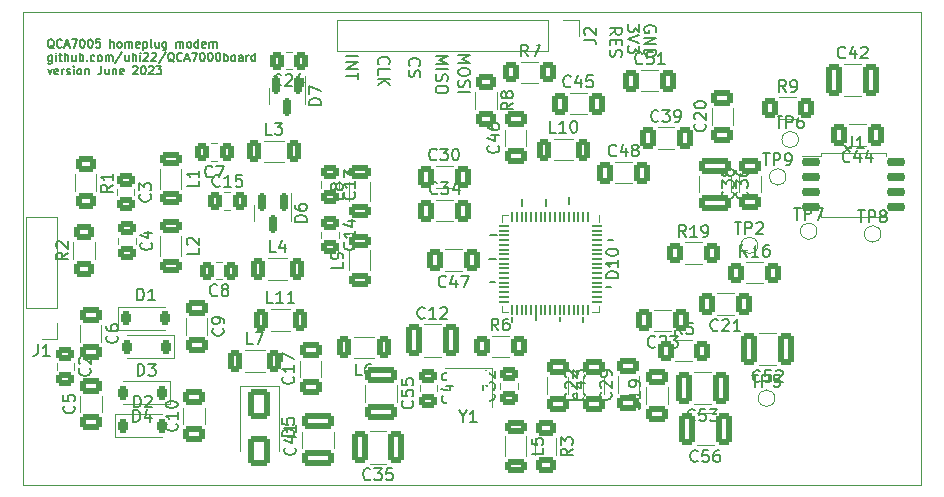
<source format=gbr>
%TF.GenerationSoftware,KiCad,Pcbnew,7.0.2*%
%TF.CreationDate,2023-06-20T23:12:55+02:00*%
%TF.ProjectId,qca7000,71636137-3030-4302-9e6b-696361645f70,rev?*%
%TF.SameCoordinates,Original*%
%TF.FileFunction,Legend,Top*%
%TF.FilePolarity,Positive*%
%FSLAX46Y46*%
G04 Gerber Fmt 4.6, Leading zero omitted, Abs format (unit mm)*
G04 Created by KiCad (PCBNEW 7.0.2) date 2023-06-20 23:12:55*
%MOMM*%
%LPD*%
G01*
G04 APERTURE LIST*
G04 Aperture macros list*
%AMRoundRect*
0 Rectangle with rounded corners*
0 $1 Rounding radius*
0 $2 $3 $4 $5 $6 $7 $8 $9 X,Y pos of 4 corners*
0 Add a 4 corners polygon primitive as box body*
4,1,4,$2,$3,$4,$5,$6,$7,$8,$9,$2,$3,0*
0 Add four circle primitives for the rounded corners*
1,1,$1+$1,$2,$3*
1,1,$1+$1,$4,$5*
1,1,$1+$1,$6,$7*
1,1,$1+$1,$8,$9*
0 Add four rect primitives between the rounded corners*
20,1,$1+$1,$2,$3,$4,$5,0*
20,1,$1+$1,$4,$5,$6,$7,0*
20,1,$1+$1,$6,$7,$8,$9,0*
20,1,$1+$1,$8,$9,$2,$3,0*%
G04 Aperture macros list end*
%ADD10C,0.175000*%
%ADD11C,0.200000*%
%ADD12C,0.150000*%
%ADD13C,0.120000*%
%ADD14R,1.700000X1.700000*%
%ADD15O,1.700000X1.700000*%
%ADD16RoundRect,0.150000X-0.150000X0.587500X-0.150000X-0.587500X0.150000X-0.587500X0.150000X0.587500X0*%
%ADD17C,1.000000*%
%ADD18RoundRect,0.250000X-0.400000X-0.625000X0.400000X-0.625000X0.400000X0.625000X-0.400000X0.625000X0*%
%ADD19RoundRect,0.250000X-0.412500X-0.650000X0.412500X-0.650000X0.412500X0.650000X-0.412500X0.650000X0*%
%ADD20RoundRect,0.250000X0.412500X0.650000X-0.412500X0.650000X-0.412500X-0.650000X0.412500X-0.650000X0*%
%ADD21RoundRect,0.250000X0.625000X-0.400000X0.625000X0.400000X-0.625000X0.400000X-0.625000X-0.400000X0*%
%ADD22RoundRect,0.250000X-0.475000X0.337500X-0.475000X-0.337500X0.475000X-0.337500X0.475000X0.337500X0*%
%ADD23RoundRect,0.250000X-0.337500X-0.475000X0.337500X-0.475000X0.337500X0.475000X-0.337500X0.475000X0*%
%ADD24RoundRect,0.250000X0.650000X-0.412500X0.650000X0.412500X-0.650000X0.412500X-0.650000X-0.412500X0*%
%ADD25RoundRect,0.250000X0.412500X1.100000X-0.412500X1.100000X-0.412500X-1.100000X0.412500X-1.100000X0*%
%ADD26RoundRect,0.250000X-0.650000X0.412500X-0.650000X-0.412500X0.650000X-0.412500X0.650000X0.412500X0*%
%ADD27RoundRect,0.250000X-0.625000X0.400000X-0.625000X-0.400000X0.625000X-0.400000X0.625000X0.400000X0*%
%ADD28RoundRect,0.250000X-0.362500X-0.700000X0.362500X-0.700000X0.362500X0.700000X-0.362500X0.700000X0*%
%ADD29RoundRect,0.225000X0.225000X0.375000X-0.225000X0.375000X-0.225000X-0.375000X0.225000X-0.375000X0*%
%ADD30RoundRect,0.250000X0.700000X-0.362500X0.700000X0.362500X-0.700000X0.362500X-0.700000X-0.362500X0*%
%ADD31RoundRect,0.250000X1.100000X-0.412500X1.100000X0.412500X-1.100000X0.412500X-1.100000X-0.412500X0*%
%ADD32RoundRect,0.250000X-0.412500X-1.100000X0.412500X-1.100000X0.412500X1.100000X-0.412500X1.100000X0*%
%ADD33RoundRect,0.250000X0.337500X0.475000X-0.337500X0.475000X-0.337500X-0.475000X0.337500X-0.475000X0*%
%ADD34RoundRect,0.250000X-0.700000X0.362500X-0.700000X-0.362500X0.700000X-0.362500X0.700000X0.362500X0*%
%ADD35RoundRect,0.250000X-0.650000X1.000000X-0.650000X-1.000000X0.650000X-1.000000X0.650000X1.000000X0*%
%ADD36RoundRect,0.250000X0.362500X0.700000X-0.362500X0.700000X-0.362500X-0.700000X0.362500X-0.700000X0*%
%ADD37RoundRect,0.250000X-1.100000X0.412500X-1.100000X-0.412500X1.100000X-0.412500X1.100000X0.412500X0*%
%ADD38RoundRect,0.050000X-0.050000X0.362500X-0.050000X-0.362500X0.050000X-0.362500X0.050000X0.362500X0*%
%ADD39RoundRect,0.050000X-0.362500X0.050000X-0.362500X-0.050000X0.362500X-0.050000X0.362500X0.050000X0*%
%ADD40R,5.200000X5.200000*%
%ADD41RoundRect,0.250000X0.475000X-0.337500X0.475000X0.337500X-0.475000X0.337500X-0.475000X-0.337500X0*%
%ADD42R,1.400000X1.200000*%
%ADD43RoundRect,0.150000X-0.650000X-0.150000X0.650000X-0.150000X0.650000X0.150000X-0.650000X0.150000X0*%
%ADD44RoundRect,0.225000X-0.225000X-0.375000X0.225000X-0.375000X0.225000X0.375000X-0.225000X0.375000X0*%
%TA.AperFunction,Profile*%
%ADD45C,0.100000*%
%TD*%
G04 APERTURE END LIST*
D10*
X93613333Y-43563000D02*
X93546666Y-43529666D01*
X93546666Y-43529666D02*
X93480000Y-43463000D01*
X93480000Y-43463000D02*
X93380000Y-43363000D01*
X93380000Y-43363000D02*
X93313333Y-43329666D01*
X93313333Y-43329666D02*
X93246666Y-43329666D01*
X93280000Y-43496333D02*
X93213333Y-43463000D01*
X93213333Y-43463000D02*
X93146666Y-43396333D01*
X93146666Y-43396333D02*
X93113333Y-43263000D01*
X93113333Y-43263000D02*
X93113333Y-43029666D01*
X93113333Y-43029666D02*
X93146666Y-42896333D01*
X93146666Y-42896333D02*
X93213333Y-42829666D01*
X93213333Y-42829666D02*
X93280000Y-42796333D01*
X93280000Y-42796333D02*
X93413333Y-42796333D01*
X93413333Y-42796333D02*
X93480000Y-42829666D01*
X93480000Y-42829666D02*
X93546666Y-42896333D01*
X93546666Y-42896333D02*
X93580000Y-43029666D01*
X93580000Y-43029666D02*
X93580000Y-43263000D01*
X93580000Y-43263000D02*
X93546666Y-43396333D01*
X93546666Y-43396333D02*
X93480000Y-43463000D01*
X93480000Y-43463000D02*
X93413333Y-43496333D01*
X93413333Y-43496333D02*
X93280000Y-43496333D01*
X94279999Y-43429666D02*
X94246666Y-43463000D01*
X94246666Y-43463000D02*
X94146666Y-43496333D01*
X94146666Y-43496333D02*
X94079999Y-43496333D01*
X94079999Y-43496333D02*
X93979999Y-43463000D01*
X93979999Y-43463000D02*
X93913333Y-43396333D01*
X93913333Y-43396333D02*
X93879999Y-43329666D01*
X93879999Y-43329666D02*
X93846666Y-43196333D01*
X93846666Y-43196333D02*
X93846666Y-43096333D01*
X93846666Y-43096333D02*
X93879999Y-42963000D01*
X93879999Y-42963000D02*
X93913333Y-42896333D01*
X93913333Y-42896333D02*
X93979999Y-42829666D01*
X93979999Y-42829666D02*
X94079999Y-42796333D01*
X94079999Y-42796333D02*
X94146666Y-42796333D01*
X94146666Y-42796333D02*
X94246666Y-42829666D01*
X94246666Y-42829666D02*
X94279999Y-42863000D01*
X94546666Y-43296333D02*
X94879999Y-43296333D01*
X94479999Y-43496333D02*
X94713333Y-42796333D01*
X94713333Y-42796333D02*
X94946666Y-43496333D01*
X95113333Y-42796333D02*
X95579999Y-42796333D01*
X95579999Y-42796333D02*
X95279999Y-43496333D01*
X95980000Y-42796333D02*
X96046666Y-42796333D01*
X96046666Y-42796333D02*
X96113333Y-42829666D01*
X96113333Y-42829666D02*
X96146666Y-42863000D01*
X96146666Y-42863000D02*
X96180000Y-42929666D01*
X96180000Y-42929666D02*
X96213333Y-43063000D01*
X96213333Y-43063000D02*
X96213333Y-43229666D01*
X96213333Y-43229666D02*
X96180000Y-43363000D01*
X96180000Y-43363000D02*
X96146666Y-43429666D01*
X96146666Y-43429666D02*
X96113333Y-43463000D01*
X96113333Y-43463000D02*
X96046666Y-43496333D01*
X96046666Y-43496333D02*
X95980000Y-43496333D01*
X95980000Y-43496333D02*
X95913333Y-43463000D01*
X95913333Y-43463000D02*
X95880000Y-43429666D01*
X95880000Y-43429666D02*
X95846666Y-43363000D01*
X95846666Y-43363000D02*
X95813333Y-43229666D01*
X95813333Y-43229666D02*
X95813333Y-43063000D01*
X95813333Y-43063000D02*
X95846666Y-42929666D01*
X95846666Y-42929666D02*
X95880000Y-42863000D01*
X95880000Y-42863000D02*
X95913333Y-42829666D01*
X95913333Y-42829666D02*
X95980000Y-42796333D01*
X96646667Y-42796333D02*
X96713333Y-42796333D01*
X96713333Y-42796333D02*
X96780000Y-42829666D01*
X96780000Y-42829666D02*
X96813333Y-42863000D01*
X96813333Y-42863000D02*
X96846667Y-42929666D01*
X96846667Y-42929666D02*
X96880000Y-43063000D01*
X96880000Y-43063000D02*
X96880000Y-43229666D01*
X96880000Y-43229666D02*
X96846667Y-43363000D01*
X96846667Y-43363000D02*
X96813333Y-43429666D01*
X96813333Y-43429666D02*
X96780000Y-43463000D01*
X96780000Y-43463000D02*
X96713333Y-43496333D01*
X96713333Y-43496333D02*
X96646667Y-43496333D01*
X96646667Y-43496333D02*
X96580000Y-43463000D01*
X96580000Y-43463000D02*
X96546667Y-43429666D01*
X96546667Y-43429666D02*
X96513333Y-43363000D01*
X96513333Y-43363000D02*
X96480000Y-43229666D01*
X96480000Y-43229666D02*
X96480000Y-43063000D01*
X96480000Y-43063000D02*
X96513333Y-42929666D01*
X96513333Y-42929666D02*
X96546667Y-42863000D01*
X96546667Y-42863000D02*
X96580000Y-42829666D01*
X96580000Y-42829666D02*
X96646667Y-42796333D01*
X97513334Y-42796333D02*
X97180000Y-42796333D01*
X97180000Y-42796333D02*
X97146667Y-43129666D01*
X97146667Y-43129666D02*
X97180000Y-43096333D01*
X97180000Y-43096333D02*
X97246667Y-43063000D01*
X97246667Y-43063000D02*
X97413334Y-43063000D01*
X97413334Y-43063000D02*
X97480000Y-43096333D01*
X97480000Y-43096333D02*
X97513334Y-43129666D01*
X97513334Y-43129666D02*
X97546667Y-43196333D01*
X97546667Y-43196333D02*
X97546667Y-43363000D01*
X97546667Y-43363000D02*
X97513334Y-43429666D01*
X97513334Y-43429666D02*
X97480000Y-43463000D01*
X97480000Y-43463000D02*
X97413334Y-43496333D01*
X97413334Y-43496333D02*
X97246667Y-43496333D01*
X97246667Y-43496333D02*
X97180000Y-43463000D01*
X97180000Y-43463000D02*
X97146667Y-43429666D01*
X98380000Y-43496333D02*
X98380000Y-42796333D01*
X98680000Y-43496333D02*
X98680000Y-43129666D01*
X98680000Y-43129666D02*
X98646667Y-43063000D01*
X98646667Y-43063000D02*
X98580000Y-43029666D01*
X98580000Y-43029666D02*
X98480000Y-43029666D01*
X98480000Y-43029666D02*
X98413334Y-43063000D01*
X98413334Y-43063000D02*
X98380000Y-43096333D01*
X99113333Y-43496333D02*
X99046667Y-43463000D01*
X99046667Y-43463000D02*
X99013333Y-43429666D01*
X99013333Y-43429666D02*
X98980000Y-43363000D01*
X98980000Y-43363000D02*
X98980000Y-43163000D01*
X98980000Y-43163000D02*
X99013333Y-43096333D01*
X99013333Y-43096333D02*
X99046667Y-43063000D01*
X99046667Y-43063000D02*
X99113333Y-43029666D01*
X99113333Y-43029666D02*
X99213333Y-43029666D01*
X99213333Y-43029666D02*
X99280000Y-43063000D01*
X99280000Y-43063000D02*
X99313333Y-43096333D01*
X99313333Y-43096333D02*
X99346667Y-43163000D01*
X99346667Y-43163000D02*
X99346667Y-43363000D01*
X99346667Y-43363000D02*
X99313333Y-43429666D01*
X99313333Y-43429666D02*
X99280000Y-43463000D01*
X99280000Y-43463000D02*
X99213333Y-43496333D01*
X99213333Y-43496333D02*
X99113333Y-43496333D01*
X99646666Y-43496333D02*
X99646666Y-43029666D01*
X99646666Y-43096333D02*
X99680000Y-43063000D01*
X99680000Y-43063000D02*
X99746666Y-43029666D01*
X99746666Y-43029666D02*
X99846666Y-43029666D01*
X99846666Y-43029666D02*
X99913333Y-43063000D01*
X99913333Y-43063000D02*
X99946666Y-43129666D01*
X99946666Y-43129666D02*
X99946666Y-43496333D01*
X99946666Y-43129666D02*
X99980000Y-43063000D01*
X99980000Y-43063000D02*
X100046666Y-43029666D01*
X100046666Y-43029666D02*
X100146666Y-43029666D01*
X100146666Y-43029666D02*
X100213333Y-43063000D01*
X100213333Y-43063000D02*
X100246666Y-43129666D01*
X100246666Y-43129666D02*
X100246666Y-43496333D01*
X100846666Y-43463000D02*
X100779999Y-43496333D01*
X100779999Y-43496333D02*
X100646666Y-43496333D01*
X100646666Y-43496333D02*
X100579999Y-43463000D01*
X100579999Y-43463000D02*
X100546666Y-43396333D01*
X100546666Y-43396333D02*
X100546666Y-43129666D01*
X100546666Y-43129666D02*
X100579999Y-43063000D01*
X100579999Y-43063000D02*
X100646666Y-43029666D01*
X100646666Y-43029666D02*
X100779999Y-43029666D01*
X100779999Y-43029666D02*
X100846666Y-43063000D01*
X100846666Y-43063000D02*
X100879999Y-43129666D01*
X100879999Y-43129666D02*
X100879999Y-43196333D01*
X100879999Y-43196333D02*
X100546666Y-43263000D01*
X101179999Y-43029666D02*
X101179999Y-43729666D01*
X101179999Y-43063000D02*
X101246666Y-43029666D01*
X101246666Y-43029666D02*
X101379999Y-43029666D01*
X101379999Y-43029666D02*
X101446666Y-43063000D01*
X101446666Y-43063000D02*
X101479999Y-43096333D01*
X101479999Y-43096333D02*
X101513333Y-43163000D01*
X101513333Y-43163000D02*
X101513333Y-43363000D01*
X101513333Y-43363000D02*
X101479999Y-43429666D01*
X101479999Y-43429666D02*
X101446666Y-43463000D01*
X101446666Y-43463000D02*
X101379999Y-43496333D01*
X101379999Y-43496333D02*
X101246666Y-43496333D01*
X101246666Y-43496333D02*
X101179999Y-43463000D01*
X101913332Y-43496333D02*
X101846666Y-43463000D01*
X101846666Y-43463000D02*
X101813332Y-43396333D01*
X101813332Y-43396333D02*
X101813332Y-42796333D01*
X102479999Y-43029666D02*
X102479999Y-43496333D01*
X102179999Y-43029666D02*
X102179999Y-43396333D01*
X102179999Y-43396333D02*
X102213333Y-43463000D01*
X102213333Y-43463000D02*
X102279999Y-43496333D01*
X102279999Y-43496333D02*
X102379999Y-43496333D01*
X102379999Y-43496333D02*
X102446666Y-43463000D01*
X102446666Y-43463000D02*
X102479999Y-43429666D01*
X103113332Y-43029666D02*
X103113332Y-43596333D01*
X103113332Y-43596333D02*
X103079999Y-43663000D01*
X103079999Y-43663000D02*
X103046666Y-43696333D01*
X103046666Y-43696333D02*
X102979999Y-43729666D01*
X102979999Y-43729666D02*
X102879999Y-43729666D01*
X102879999Y-43729666D02*
X102813332Y-43696333D01*
X103113332Y-43463000D02*
X103046666Y-43496333D01*
X103046666Y-43496333D02*
X102913332Y-43496333D01*
X102913332Y-43496333D02*
X102846666Y-43463000D01*
X102846666Y-43463000D02*
X102813332Y-43429666D01*
X102813332Y-43429666D02*
X102779999Y-43363000D01*
X102779999Y-43363000D02*
X102779999Y-43163000D01*
X102779999Y-43163000D02*
X102813332Y-43096333D01*
X102813332Y-43096333D02*
X102846666Y-43063000D01*
X102846666Y-43063000D02*
X102913332Y-43029666D01*
X102913332Y-43029666D02*
X103046666Y-43029666D01*
X103046666Y-43029666D02*
X103113332Y-43063000D01*
X103979998Y-43496333D02*
X103979998Y-43029666D01*
X103979998Y-43096333D02*
X104013332Y-43063000D01*
X104013332Y-43063000D02*
X104079998Y-43029666D01*
X104079998Y-43029666D02*
X104179998Y-43029666D01*
X104179998Y-43029666D02*
X104246665Y-43063000D01*
X104246665Y-43063000D02*
X104279998Y-43129666D01*
X104279998Y-43129666D02*
X104279998Y-43496333D01*
X104279998Y-43129666D02*
X104313332Y-43063000D01*
X104313332Y-43063000D02*
X104379998Y-43029666D01*
X104379998Y-43029666D02*
X104479998Y-43029666D01*
X104479998Y-43029666D02*
X104546665Y-43063000D01*
X104546665Y-43063000D02*
X104579998Y-43129666D01*
X104579998Y-43129666D02*
X104579998Y-43496333D01*
X105013331Y-43496333D02*
X104946665Y-43463000D01*
X104946665Y-43463000D02*
X104913331Y-43429666D01*
X104913331Y-43429666D02*
X104879998Y-43363000D01*
X104879998Y-43363000D02*
X104879998Y-43163000D01*
X104879998Y-43163000D02*
X104913331Y-43096333D01*
X104913331Y-43096333D02*
X104946665Y-43063000D01*
X104946665Y-43063000D02*
X105013331Y-43029666D01*
X105013331Y-43029666D02*
X105113331Y-43029666D01*
X105113331Y-43029666D02*
X105179998Y-43063000D01*
X105179998Y-43063000D02*
X105213331Y-43096333D01*
X105213331Y-43096333D02*
X105246665Y-43163000D01*
X105246665Y-43163000D02*
X105246665Y-43363000D01*
X105246665Y-43363000D02*
X105213331Y-43429666D01*
X105213331Y-43429666D02*
X105179998Y-43463000D01*
X105179998Y-43463000D02*
X105113331Y-43496333D01*
X105113331Y-43496333D02*
X105013331Y-43496333D01*
X105846664Y-43496333D02*
X105846664Y-42796333D01*
X105846664Y-43463000D02*
X105779998Y-43496333D01*
X105779998Y-43496333D02*
X105646664Y-43496333D01*
X105646664Y-43496333D02*
X105579998Y-43463000D01*
X105579998Y-43463000D02*
X105546664Y-43429666D01*
X105546664Y-43429666D02*
X105513331Y-43363000D01*
X105513331Y-43363000D02*
X105513331Y-43163000D01*
X105513331Y-43163000D02*
X105546664Y-43096333D01*
X105546664Y-43096333D02*
X105579998Y-43063000D01*
X105579998Y-43063000D02*
X105646664Y-43029666D01*
X105646664Y-43029666D02*
X105779998Y-43029666D01*
X105779998Y-43029666D02*
X105846664Y-43063000D01*
X106446664Y-43463000D02*
X106379997Y-43496333D01*
X106379997Y-43496333D02*
X106246664Y-43496333D01*
X106246664Y-43496333D02*
X106179997Y-43463000D01*
X106179997Y-43463000D02*
X106146664Y-43396333D01*
X106146664Y-43396333D02*
X106146664Y-43129666D01*
X106146664Y-43129666D02*
X106179997Y-43063000D01*
X106179997Y-43063000D02*
X106246664Y-43029666D01*
X106246664Y-43029666D02*
X106379997Y-43029666D01*
X106379997Y-43029666D02*
X106446664Y-43063000D01*
X106446664Y-43063000D02*
X106479997Y-43129666D01*
X106479997Y-43129666D02*
X106479997Y-43196333D01*
X106479997Y-43196333D02*
X106146664Y-43263000D01*
X106779997Y-43496333D02*
X106779997Y-43029666D01*
X106779997Y-43096333D02*
X106813331Y-43063000D01*
X106813331Y-43063000D02*
X106879997Y-43029666D01*
X106879997Y-43029666D02*
X106979997Y-43029666D01*
X106979997Y-43029666D02*
X107046664Y-43063000D01*
X107046664Y-43063000D02*
X107079997Y-43129666D01*
X107079997Y-43129666D02*
X107079997Y-43496333D01*
X107079997Y-43129666D02*
X107113331Y-43063000D01*
X107113331Y-43063000D02*
X107179997Y-43029666D01*
X107179997Y-43029666D02*
X107279997Y-43029666D01*
X107279997Y-43029666D02*
X107346664Y-43063000D01*
X107346664Y-43063000D02*
X107379997Y-43129666D01*
X107379997Y-43129666D02*
X107379997Y-43496333D01*
X93446666Y-44163666D02*
X93446666Y-44730333D01*
X93446666Y-44730333D02*
X93413333Y-44797000D01*
X93413333Y-44797000D02*
X93380000Y-44830333D01*
X93380000Y-44830333D02*
X93313333Y-44863666D01*
X93313333Y-44863666D02*
X93213333Y-44863666D01*
X93213333Y-44863666D02*
X93146666Y-44830333D01*
X93446666Y-44597000D02*
X93380000Y-44630333D01*
X93380000Y-44630333D02*
X93246666Y-44630333D01*
X93246666Y-44630333D02*
X93180000Y-44597000D01*
X93180000Y-44597000D02*
X93146666Y-44563666D01*
X93146666Y-44563666D02*
X93113333Y-44497000D01*
X93113333Y-44497000D02*
X93113333Y-44297000D01*
X93113333Y-44297000D02*
X93146666Y-44230333D01*
X93146666Y-44230333D02*
X93180000Y-44197000D01*
X93180000Y-44197000D02*
X93246666Y-44163666D01*
X93246666Y-44163666D02*
X93380000Y-44163666D01*
X93380000Y-44163666D02*
X93446666Y-44197000D01*
X93779999Y-44630333D02*
X93779999Y-44163666D01*
X93779999Y-43930333D02*
X93746666Y-43963666D01*
X93746666Y-43963666D02*
X93779999Y-43997000D01*
X93779999Y-43997000D02*
X93813333Y-43963666D01*
X93813333Y-43963666D02*
X93779999Y-43930333D01*
X93779999Y-43930333D02*
X93779999Y-43997000D01*
X94013332Y-44163666D02*
X94279999Y-44163666D01*
X94113332Y-43930333D02*
X94113332Y-44530333D01*
X94113332Y-44530333D02*
X94146666Y-44597000D01*
X94146666Y-44597000D02*
X94213332Y-44630333D01*
X94213332Y-44630333D02*
X94279999Y-44630333D01*
X94513332Y-44630333D02*
X94513332Y-43930333D01*
X94813332Y-44630333D02*
X94813332Y-44263666D01*
X94813332Y-44263666D02*
X94779999Y-44197000D01*
X94779999Y-44197000D02*
X94713332Y-44163666D01*
X94713332Y-44163666D02*
X94613332Y-44163666D01*
X94613332Y-44163666D02*
X94546666Y-44197000D01*
X94546666Y-44197000D02*
X94513332Y-44230333D01*
X95446665Y-44163666D02*
X95446665Y-44630333D01*
X95146665Y-44163666D02*
X95146665Y-44530333D01*
X95146665Y-44530333D02*
X95179999Y-44597000D01*
X95179999Y-44597000D02*
X95246665Y-44630333D01*
X95246665Y-44630333D02*
X95346665Y-44630333D01*
X95346665Y-44630333D02*
X95413332Y-44597000D01*
X95413332Y-44597000D02*
X95446665Y-44563666D01*
X95779998Y-44630333D02*
X95779998Y-43930333D01*
X95779998Y-44197000D02*
X95846665Y-44163666D01*
X95846665Y-44163666D02*
X95979998Y-44163666D01*
X95979998Y-44163666D02*
X96046665Y-44197000D01*
X96046665Y-44197000D02*
X96079998Y-44230333D01*
X96079998Y-44230333D02*
X96113332Y-44297000D01*
X96113332Y-44297000D02*
X96113332Y-44497000D01*
X96113332Y-44497000D02*
X96079998Y-44563666D01*
X96079998Y-44563666D02*
X96046665Y-44597000D01*
X96046665Y-44597000D02*
X95979998Y-44630333D01*
X95979998Y-44630333D02*
X95846665Y-44630333D01*
X95846665Y-44630333D02*
X95779998Y-44597000D01*
X96413331Y-44563666D02*
X96446665Y-44597000D01*
X96446665Y-44597000D02*
X96413331Y-44630333D01*
X96413331Y-44630333D02*
X96379998Y-44597000D01*
X96379998Y-44597000D02*
X96413331Y-44563666D01*
X96413331Y-44563666D02*
X96413331Y-44630333D01*
X97046664Y-44597000D02*
X96979998Y-44630333D01*
X96979998Y-44630333D02*
X96846664Y-44630333D01*
X96846664Y-44630333D02*
X96779998Y-44597000D01*
X96779998Y-44597000D02*
X96746664Y-44563666D01*
X96746664Y-44563666D02*
X96713331Y-44497000D01*
X96713331Y-44497000D02*
X96713331Y-44297000D01*
X96713331Y-44297000D02*
X96746664Y-44230333D01*
X96746664Y-44230333D02*
X96779998Y-44197000D01*
X96779998Y-44197000D02*
X96846664Y-44163666D01*
X96846664Y-44163666D02*
X96979998Y-44163666D01*
X96979998Y-44163666D02*
X97046664Y-44197000D01*
X97446664Y-44630333D02*
X97379998Y-44597000D01*
X97379998Y-44597000D02*
X97346664Y-44563666D01*
X97346664Y-44563666D02*
X97313331Y-44497000D01*
X97313331Y-44497000D02*
X97313331Y-44297000D01*
X97313331Y-44297000D02*
X97346664Y-44230333D01*
X97346664Y-44230333D02*
X97379998Y-44197000D01*
X97379998Y-44197000D02*
X97446664Y-44163666D01*
X97446664Y-44163666D02*
X97546664Y-44163666D01*
X97546664Y-44163666D02*
X97613331Y-44197000D01*
X97613331Y-44197000D02*
X97646664Y-44230333D01*
X97646664Y-44230333D02*
X97679998Y-44297000D01*
X97679998Y-44297000D02*
X97679998Y-44497000D01*
X97679998Y-44497000D02*
X97646664Y-44563666D01*
X97646664Y-44563666D02*
X97613331Y-44597000D01*
X97613331Y-44597000D02*
X97546664Y-44630333D01*
X97546664Y-44630333D02*
X97446664Y-44630333D01*
X97979997Y-44630333D02*
X97979997Y-44163666D01*
X97979997Y-44230333D02*
X98013331Y-44197000D01*
X98013331Y-44197000D02*
X98079997Y-44163666D01*
X98079997Y-44163666D02*
X98179997Y-44163666D01*
X98179997Y-44163666D02*
X98246664Y-44197000D01*
X98246664Y-44197000D02*
X98279997Y-44263666D01*
X98279997Y-44263666D02*
X98279997Y-44630333D01*
X98279997Y-44263666D02*
X98313331Y-44197000D01*
X98313331Y-44197000D02*
X98379997Y-44163666D01*
X98379997Y-44163666D02*
X98479997Y-44163666D01*
X98479997Y-44163666D02*
X98546664Y-44197000D01*
X98546664Y-44197000D02*
X98579997Y-44263666D01*
X98579997Y-44263666D02*
X98579997Y-44630333D01*
X99413330Y-43897000D02*
X98813330Y-44797000D01*
X99946663Y-44163666D02*
X99946663Y-44630333D01*
X99646663Y-44163666D02*
X99646663Y-44530333D01*
X99646663Y-44530333D02*
X99679997Y-44597000D01*
X99679997Y-44597000D02*
X99746663Y-44630333D01*
X99746663Y-44630333D02*
X99846663Y-44630333D01*
X99846663Y-44630333D02*
X99913330Y-44597000D01*
X99913330Y-44597000D02*
X99946663Y-44563666D01*
X100279996Y-44630333D02*
X100279996Y-43930333D01*
X100579996Y-44630333D02*
X100579996Y-44263666D01*
X100579996Y-44263666D02*
X100546663Y-44197000D01*
X100546663Y-44197000D02*
X100479996Y-44163666D01*
X100479996Y-44163666D02*
X100379996Y-44163666D01*
X100379996Y-44163666D02*
X100313330Y-44197000D01*
X100313330Y-44197000D02*
X100279996Y-44230333D01*
X100913329Y-44630333D02*
X100913329Y-44163666D01*
X100913329Y-43930333D02*
X100879996Y-43963666D01*
X100879996Y-43963666D02*
X100913329Y-43997000D01*
X100913329Y-43997000D02*
X100946663Y-43963666D01*
X100946663Y-43963666D02*
X100913329Y-43930333D01*
X100913329Y-43930333D02*
X100913329Y-43997000D01*
X101213329Y-43997000D02*
X101246662Y-43963666D01*
X101246662Y-43963666D02*
X101313329Y-43930333D01*
X101313329Y-43930333D02*
X101479996Y-43930333D01*
X101479996Y-43930333D02*
X101546662Y-43963666D01*
X101546662Y-43963666D02*
X101579996Y-43997000D01*
X101579996Y-43997000D02*
X101613329Y-44063666D01*
X101613329Y-44063666D02*
X101613329Y-44130333D01*
X101613329Y-44130333D02*
X101579996Y-44230333D01*
X101579996Y-44230333D02*
X101179996Y-44630333D01*
X101179996Y-44630333D02*
X101613329Y-44630333D01*
X101879996Y-43997000D02*
X101913329Y-43963666D01*
X101913329Y-43963666D02*
X101979996Y-43930333D01*
X101979996Y-43930333D02*
X102146663Y-43930333D01*
X102146663Y-43930333D02*
X102213329Y-43963666D01*
X102213329Y-43963666D02*
X102246663Y-43997000D01*
X102246663Y-43997000D02*
X102279996Y-44063666D01*
X102279996Y-44063666D02*
X102279996Y-44130333D01*
X102279996Y-44130333D02*
X102246663Y-44230333D01*
X102246663Y-44230333D02*
X101846663Y-44630333D01*
X101846663Y-44630333D02*
X102279996Y-44630333D01*
X103079996Y-43897000D02*
X102479996Y-44797000D01*
X103779996Y-44697000D02*
X103713329Y-44663666D01*
X103713329Y-44663666D02*
X103646663Y-44597000D01*
X103646663Y-44597000D02*
X103546663Y-44497000D01*
X103546663Y-44497000D02*
X103479996Y-44463666D01*
X103479996Y-44463666D02*
X103413329Y-44463666D01*
X103446663Y-44630333D02*
X103379996Y-44597000D01*
X103379996Y-44597000D02*
X103313329Y-44530333D01*
X103313329Y-44530333D02*
X103279996Y-44397000D01*
X103279996Y-44397000D02*
X103279996Y-44163666D01*
X103279996Y-44163666D02*
X103313329Y-44030333D01*
X103313329Y-44030333D02*
X103379996Y-43963666D01*
X103379996Y-43963666D02*
X103446663Y-43930333D01*
X103446663Y-43930333D02*
X103579996Y-43930333D01*
X103579996Y-43930333D02*
X103646663Y-43963666D01*
X103646663Y-43963666D02*
X103713329Y-44030333D01*
X103713329Y-44030333D02*
X103746663Y-44163666D01*
X103746663Y-44163666D02*
X103746663Y-44397000D01*
X103746663Y-44397000D02*
X103713329Y-44530333D01*
X103713329Y-44530333D02*
X103646663Y-44597000D01*
X103646663Y-44597000D02*
X103579996Y-44630333D01*
X103579996Y-44630333D02*
X103446663Y-44630333D01*
X104446662Y-44563666D02*
X104413329Y-44597000D01*
X104413329Y-44597000D02*
X104313329Y-44630333D01*
X104313329Y-44630333D02*
X104246662Y-44630333D01*
X104246662Y-44630333D02*
X104146662Y-44597000D01*
X104146662Y-44597000D02*
X104079996Y-44530333D01*
X104079996Y-44530333D02*
X104046662Y-44463666D01*
X104046662Y-44463666D02*
X104013329Y-44330333D01*
X104013329Y-44330333D02*
X104013329Y-44230333D01*
X104013329Y-44230333D02*
X104046662Y-44097000D01*
X104046662Y-44097000D02*
X104079996Y-44030333D01*
X104079996Y-44030333D02*
X104146662Y-43963666D01*
X104146662Y-43963666D02*
X104246662Y-43930333D01*
X104246662Y-43930333D02*
X104313329Y-43930333D01*
X104313329Y-43930333D02*
X104413329Y-43963666D01*
X104413329Y-43963666D02*
X104446662Y-43997000D01*
X104713329Y-44430333D02*
X105046662Y-44430333D01*
X104646662Y-44630333D02*
X104879996Y-43930333D01*
X104879996Y-43930333D02*
X105113329Y-44630333D01*
X105279996Y-43930333D02*
X105746662Y-43930333D01*
X105746662Y-43930333D02*
X105446662Y-44630333D01*
X106146663Y-43930333D02*
X106213329Y-43930333D01*
X106213329Y-43930333D02*
X106279996Y-43963666D01*
X106279996Y-43963666D02*
X106313329Y-43997000D01*
X106313329Y-43997000D02*
X106346663Y-44063666D01*
X106346663Y-44063666D02*
X106379996Y-44197000D01*
X106379996Y-44197000D02*
X106379996Y-44363666D01*
X106379996Y-44363666D02*
X106346663Y-44497000D01*
X106346663Y-44497000D02*
X106313329Y-44563666D01*
X106313329Y-44563666D02*
X106279996Y-44597000D01*
X106279996Y-44597000D02*
X106213329Y-44630333D01*
X106213329Y-44630333D02*
X106146663Y-44630333D01*
X106146663Y-44630333D02*
X106079996Y-44597000D01*
X106079996Y-44597000D02*
X106046663Y-44563666D01*
X106046663Y-44563666D02*
X106013329Y-44497000D01*
X106013329Y-44497000D02*
X105979996Y-44363666D01*
X105979996Y-44363666D02*
X105979996Y-44197000D01*
X105979996Y-44197000D02*
X106013329Y-44063666D01*
X106013329Y-44063666D02*
X106046663Y-43997000D01*
X106046663Y-43997000D02*
X106079996Y-43963666D01*
X106079996Y-43963666D02*
X106146663Y-43930333D01*
X106813330Y-43930333D02*
X106879996Y-43930333D01*
X106879996Y-43930333D02*
X106946663Y-43963666D01*
X106946663Y-43963666D02*
X106979996Y-43997000D01*
X106979996Y-43997000D02*
X107013330Y-44063666D01*
X107013330Y-44063666D02*
X107046663Y-44197000D01*
X107046663Y-44197000D02*
X107046663Y-44363666D01*
X107046663Y-44363666D02*
X107013330Y-44497000D01*
X107013330Y-44497000D02*
X106979996Y-44563666D01*
X106979996Y-44563666D02*
X106946663Y-44597000D01*
X106946663Y-44597000D02*
X106879996Y-44630333D01*
X106879996Y-44630333D02*
X106813330Y-44630333D01*
X106813330Y-44630333D02*
X106746663Y-44597000D01*
X106746663Y-44597000D02*
X106713330Y-44563666D01*
X106713330Y-44563666D02*
X106679996Y-44497000D01*
X106679996Y-44497000D02*
X106646663Y-44363666D01*
X106646663Y-44363666D02*
X106646663Y-44197000D01*
X106646663Y-44197000D02*
X106679996Y-44063666D01*
X106679996Y-44063666D02*
X106713330Y-43997000D01*
X106713330Y-43997000D02*
X106746663Y-43963666D01*
X106746663Y-43963666D02*
X106813330Y-43930333D01*
X107479997Y-43930333D02*
X107546663Y-43930333D01*
X107546663Y-43930333D02*
X107613330Y-43963666D01*
X107613330Y-43963666D02*
X107646663Y-43997000D01*
X107646663Y-43997000D02*
X107679997Y-44063666D01*
X107679997Y-44063666D02*
X107713330Y-44197000D01*
X107713330Y-44197000D02*
X107713330Y-44363666D01*
X107713330Y-44363666D02*
X107679997Y-44497000D01*
X107679997Y-44497000D02*
X107646663Y-44563666D01*
X107646663Y-44563666D02*
X107613330Y-44597000D01*
X107613330Y-44597000D02*
X107546663Y-44630333D01*
X107546663Y-44630333D02*
X107479997Y-44630333D01*
X107479997Y-44630333D02*
X107413330Y-44597000D01*
X107413330Y-44597000D02*
X107379997Y-44563666D01*
X107379997Y-44563666D02*
X107346663Y-44497000D01*
X107346663Y-44497000D02*
X107313330Y-44363666D01*
X107313330Y-44363666D02*
X107313330Y-44197000D01*
X107313330Y-44197000D02*
X107346663Y-44063666D01*
X107346663Y-44063666D02*
X107379997Y-43997000D01*
X107379997Y-43997000D02*
X107413330Y-43963666D01*
X107413330Y-43963666D02*
X107479997Y-43930333D01*
X108013330Y-44630333D02*
X108013330Y-43930333D01*
X108013330Y-44197000D02*
X108079997Y-44163666D01*
X108079997Y-44163666D02*
X108213330Y-44163666D01*
X108213330Y-44163666D02*
X108279997Y-44197000D01*
X108279997Y-44197000D02*
X108313330Y-44230333D01*
X108313330Y-44230333D02*
X108346664Y-44297000D01*
X108346664Y-44297000D02*
X108346664Y-44497000D01*
X108346664Y-44497000D02*
X108313330Y-44563666D01*
X108313330Y-44563666D02*
X108279997Y-44597000D01*
X108279997Y-44597000D02*
X108213330Y-44630333D01*
X108213330Y-44630333D02*
X108079997Y-44630333D01*
X108079997Y-44630333D02*
X108013330Y-44597000D01*
X108746663Y-44630333D02*
X108679997Y-44597000D01*
X108679997Y-44597000D02*
X108646663Y-44563666D01*
X108646663Y-44563666D02*
X108613330Y-44497000D01*
X108613330Y-44497000D02*
X108613330Y-44297000D01*
X108613330Y-44297000D02*
X108646663Y-44230333D01*
X108646663Y-44230333D02*
X108679997Y-44197000D01*
X108679997Y-44197000D02*
X108746663Y-44163666D01*
X108746663Y-44163666D02*
X108846663Y-44163666D01*
X108846663Y-44163666D02*
X108913330Y-44197000D01*
X108913330Y-44197000D02*
X108946663Y-44230333D01*
X108946663Y-44230333D02*
X108979997Y-44297000D01*
X108979997Y-44297000D02*
X108979997Y-44497000D01*
X108979997Y-44497000D02*
X108946663Y-44563666D01*
X108946663Y-44563666D02*
X108913330Y-44597000D01*
X108913330Y-44597000D02*
X108846663Y-44630333D01*
X108846663Y-44630333D02*
X108746663Y-44630333D01*
X109579996Y-44630333D02*
X109579996Y-44263666D01*
X109579996Y-44263666D02*
X109546663Y-44197000D01*
X109546663Y-44197000D02*
X109479996Y-44163666D01*
X109479996Y-44163666D02*
X109346663Y-44163666D01*
X109346663Y-44163666D02*
X109279996Y-44197000D01*
X109579996Y-44597000D02*
X109513330Y-44630333D01*
X109513330Y-44630333D02*
X109346663Y-44630333D01*
X109346663Y-44630333D02*
X109279996Y-44597000D01*
X109279996Y-44597000D02*
X109246663Y-44530333D01*
X109246663Y-44530333D02*
X109246663Y-44463666D01*
X109246663Y-44463666D02*
X109279996Y-44397000D01*
X109279996Y-44397000D02*
X109346663Y-44363666D01*
X109346663Y-44363666D02*
X109513330Y-44363666D01*
X109513330Y-44363666D02*
X109579996Y-44330333D01*
X109913329Y-44630333D02*
X109913329Y-44163666D01*
X109913329Y-44297000D02*
X109946663Y-44230333D01*
X109946663Y-44230333D02*
X109979996Y-44197000D01*
X109979996Y-44197000D02*
X110046663Y-44163666D01*
X110046663Y-44163666D02*
X110113329Y-44163666D01*
X110646662Y-44630333D02*
X110646662Y-43930333D01*
X110646662Y-44597000D02*
X110579996Y-44630333D01*
X110579996Y-44630333D02*
X110446662Y-44630333D01*
X110446662Y-44630333D02*
X110379996Y-44597000D01*
X110379996Y-44597000D02*
X110346662Y-44563666D01*
X110346662Y-44563666D02*
X110313329Y-44497000D01*
X110313329Y-44497000D02*
X110313329Y-44297000D01*
X110313329Y-44297000D02*
X110346662Y-44230333D01*
X110346662Y-44230333D02*
X110379996Y-44197000D01*
X110379996Y-44197000D02*
X110446662Y-44163666D01*
X110446662Y-44163666D02*
X110579996Y-44163666D01*
X110579996Y-44163666D02*
X110646662Y-44197000D01*
X93080000Y-45297666D02*
X93246666Y-45764333D01*
X93246666Y-45764333D02*
X93413333Y-45297666D01*
X93946666Y-45731000D02*
X93879999Y-45764333D01*
X93879999Y-45764333D02*
X93746666Y-45764333D01*
X93746666Y-45764333D02*
X93679999Y-45731000D01*
X93679999Y-45731000D02*
X93646666Y-45664333D01*
X93646666Y-45664333D02*
X93646666Y-45397666D01*
X93646666Y-45397666D02*
X93679999Y-45331000D01*
X93679999Y-45331000D02*
X93746666Y-45297666D01*
X93746666Y-45297666D02*
X93879999Y-45297666D01*
X93879999Y-45297666D02*
X93946666Y-45331000D01*
X93946666Y-45331000D02*
X93979999Y-45397666D01*
X93979999Y-45397666D02*
X93979999Y-45464333D01*
X93979999Y-45464333D02*
X93646666Y-45531000D01*
X94279999Y-45764333D02*
X94279999Y-45297666D01*
X94279999Y-45431000D02*
X94313333Y-45364333D01*
X94313333Y-45364333D02*
X94346666Y-45331000D01*
X94346666Y-45331000D02*
X94413333Y-45297666D01*
X94413333Y-45297666D02*
X94479999Y-45297666D01*
X94679999Y-45731000D02*
X94746666Y-45764333D01*
X94746666Y-45764333D02*
X94879999Y-45764333D01*
X94879999Y-45764333D02*
X94946666Y-45731000D01*
X94946666Y-45731000D02*
X94979999Y-45664333D01*
X94979999Y-45664333D02*
X94979999Y-45631000D01*
X94979999Y-45631000D02*
X94946666Y-45564333D01*
X94946666Y-45564333D02*
X94879999Y-45531000D01*
X94879999Y-45531000D02*
X94779999Y-45531000D01*
X94779999Y-45531000D02*
X94713332Y-45497666D01*
X94713332Y-45497666D02*
X94679999Y-45431000D01*
X94679999Y-45431000D02*
X94679999Y-45397666D01*
X94679999Y-45397666D02*
X94713332Y-45331000D01*
X94713332Y-45331000D02*
X94779999Y-45297666D01*
X94779999Y-45297666D02*
X94879999Y-45297666D01*
X94879999Y-45297666D02*
X94946666Y-45331000D01*
X95279999Y-45764333D02*
X95279999Y-45297666D01*
X95279999Y-45064333D02*
X95246666Y-45097666D01*
X95246666Y-45097666D02*
X95279999Y-45131000D01*
X95279999Y-45131000D02*
X95313333Y-45097666D01*
X95313333Y-45097666D02*
X95279999Y-45064333D01*
X95279999Y-45064333D02*
X95279999Y-45131000D01*
X95713332Y-45764333D02*
X95646666Y-45731000D01*
X95646666Y-45731000D02*
X95613332Y-45697666D01*
X95613332Y-45697666D02*
X95579999Y-45631000D01*
X95579999Y-45631000D02*
X95579999Y-45431000D01*
X95579999Y-45431000D02*
X95613332Y-45364333D01*
X95613332Y-45364333D02*
X95646666Y-45331000D01*
X95646666Y-45331000D02*
X95713332Y-45297666D01*
X95713332Y-45297666D02*
X95813332Y-45297666D01*
X95813332Y-45297666D02*
X95879999Y-45331000D01*
X95879999Y-45331000D02*
X95913332Y-45364333D01*
X95913332Y-45364333D02*
X95946666Y-45431000D01*
X95946666Y-45431000D02*
X95946666Y-45631000D01*
X95946666Y-45631000D02*
X95913332Y-45697666D01*
X95913332Y-45697666D02*
X95879999Y-45731000D01*
X95879999Y-45731000D02*
X95813332Y-45764333D01*
X95813332Y-45764333D02*
X95713332Y-45764333D01*
X96246665Y-45297666D02*
X96246665Y-45764333D01*
X96246665Y-45364333D02*
X96279999Y-45331000D01*
X96279999Y-45331000D02*
X96346665Y-45297666D01*
X96346665Y-45297666D02*
X96446665Y-45297666D01*
X96446665Y-45297666D02*
X96513332Y-45331000D01*
X96513332Y-45331000D02*
X96546665Y-45397666D01*
X96546665Y-45397666D02*
X96546665Y-45764333D01*
X97613331Y-45064333D02*
X97613331Y-45564333D01*
X97613331Y-45564333D02*
X97579998Y-45664333D01*
X97579998Y-45664333D02*
X97513331Y-45731000D01*
X97513331Y-45731000D02*
X97413331Y-45764333D01*
X97413331Y-45764333D02*
X97346665Y-45764333D01*
X98246664Y-45297666D02*
X98246664Y-45764333D01*
X97946664Y-45297666D02*
X97946664Y-45664333D01*
X97946664Y-45664333D02*
X97979998Y-45731000D01*
X97979998Y-45731000D02*
X98046664Y-45764333D01*
X98046664Y-45764333D02*
X98146664Y-45764333D01*
X98146664Y-45764333D02*
X98213331Y-45731000D01*
X98213331Y-45731000D02*
X98246664Y-45697666D01*
X98579997Y-45297666D02*
X98579997Y-45764333D01*
X98579997Y-45364333D02*
X98613331Y-45331000D01*
X98613331Y-45331000D02*
X98679997Y-45297666D01*
X98679997Y-45297666D02*
X98779997Y-45297666D01*
X98779997Y-45297666D02*
X98846664Y-45331000D01*
X98846664Y-45331000D02*
X98879997Y-45397666D01*
X98879997Y-45397666D02*
X98879997Y-45764333D01*
X99479997Y-45731000D02*
X99413330Y-45764333D01*
X99413330Y-45764333D02*
X99279997Y-45764333D01*
X99279997Y-45764333D02*
X99213330Y-45731000D01*
X99213330Y-45731000D02*
X99179997Y-45664333D01*
X99179997Y-45664333D02*
X99179997Y-45397666D01*
X99179997Y-45397666D02*
X99213330Y-45331000D01*
X99213330Y-45331000D02*
X99279997Y-45297666D01*
X99279997Y-45297666D02*
X99413330Y-45297666D01*
X99413330Y-45297666D02*
X99479997Y-45331000D01*
X99479997Y-45331000D02*
X99513330Y-45397666D01*
X99513330Y-45397666D02*
X99513330Y-45464333D01*
X99513330Y-45464333D02*
X99179997Y-45531000D01*
X100313330Y-45131000D02*
X100346663Y-45097666D01*
X100346663Y-45097666D02*
X100413330Y-45064333D01*
X100413330Y-45064333D02*
X100579997Y-45064333D01*
X100579997Y-45064333D02*
X100646663Y-45097666D01*
X100646663Y-45097666D02*
X100679997Y-45131000D01*
X100679997Y-45131000D02*
X100713330Y-45197666D01*
X100713330Y-45197666D02*
X100713330Y-45264333D01*
X100713330Y-45264333D02*
X100679997Y-45364333D01*
X100679997Y-45364333D02*
X100279997Y-45764333D01*
X100279997Y-45764333D02*
X100713330Y-45764333D01*
X101146664Y-45064333D02*
X101213330Y-45064333D01*
X101213330Y-45064333D02*
X101279997Y-45097666D01*
X101279997Y-45097666D02*
X101313330Y-45131000D01*
X101313330Y-45131000D02*
X101346664Y-45197666D01*
X101346664Y-45197666D02*
X101379997Y-45331000D01*
X101379997Y-45331000D02*
X101379997Y-45497666D01*
X101379997Y-45497666D02*
X101346664Y-45631000D01*
X101346664Y-45631000D02*
X101313330Y-45697666D01*
X101313330Y-45697666D02*
X101279997Y-45731000D01*
X101279997Y-45731000D02*
X101213330Y-45764333D01*
X101213330Y-45764333D02*
X101146664Y-45764333D01*
X101146664Y-45764333D02*
X101079997Y-45731000D01*
X101079997Y-45731000D02*
X101046664Y-45697666D01*
X101046664Y-45697666D02*
X101013330Y-45631000D01*
X101013330Y-45631000D02*
X100979997Y-45497666D01*
X100979997Y-45497666D02*
X100979997Y-45331000D01*
X100979997Y-45331000D02*
X101013330Y-45197666D01*
X101013330Y-45197666D02*
X101046664Y-45131000D01*
X101046664Y-45131000D02*
X101079997Y-45097666D01*
X101079997Y-45097666D02*
X101146664Y-45064333D01*
X101646664Y-45131000D02*
X101679997Y-45097666D01*
X101679997Y-45097666D02*
X101746664Y-45064333D01*
X101746664Y-45064333D02*
X101913331Y-45064333D01*
X101913331Y-45064333D02*
X101979997Y-45097666D01*
X101979997Y-45097666D02*
X102013331Y-45131000D01*
X102013331Y-45131000D02*
X102046664Y-45197666D01*
X102046664Y-45197666D02*
X102046664Y-45264333D01*
X102046664Y-45264333D02*
X102013331Y-45364333D01*
X102013331Y-45364333D02*
X101613331Y-45764333D01*
X101613331Y-45764333D02*
X102046664Y-45764333D01*
X102279998Y-45064333D02*
X102713331Y-45064333D01*
X102713331Y-45064333D02*
X102479998Y-45331000D01*
X102479998Y-45331000D02*
X102579998Y-45331000D01*
X102579998Y-45331000D02*
X102646664Y-45364333D01*
X102646664Y-45364333D02*
X102679998Y-45397666D01*
X102679998Y-45397666D02*
X102713331Y-45464333D01*
X102713331Y-45464333D02*
X102713331Y-45631000D01*
X102713331Y-45631000D02*
X102679998Y-45697666D01*
X102679998Y-45697666D02*
X102646664Y-45731000D01*
X102646664Y-45731000D02*
X102579998Y-45764333D01*
X102579998Y-45764333D02*
X102379998Y-45764333D01*
X102379998Y-45764333D02*
X102313331Y-45731000D01*
X102313331Y-45731000D02*
X102279998Y-45697666D01*
D11*
X143182380Y-41522857D02*
X143182380Y-42141904D01*
X143182380Y-42141904D02*
X142801428Y-41808571D01*
X142801428Y-41808571D02*
X142801428Y-41951428D01*
X142801428Y-41951428D02*
X142753809Y-42046666D01*
X142753809Y-42046666D02*
X142706190Y-42094285D01*
X142706190Y-42094285D02*
X142610952Y-42141904D01*
X142610952Y-42141904D02*
X142372857Y-42141904D01*
X142372857Y-42141904D02*
X142277619Y-42094285D01*
X142277619Y-42094285D02*
X142230000Y-42046666D01*
X142230000Y-42046666D02*
X142182380Y-41951428D01*
X142182380Y-41951428D02*
X142182380Y-41665714D01*
X142182380Y-41665714D02*
X142230000Y-41570476D01*
X142230000Y-41570476D02*
X142277619Y-41522857D01*
X143182380Y-42427619D02*
X142182380Y-42760952D01*
X142182380Y-42760952D02*
X143182380Y-43094285D01*
X143182380Y-43332381D02*
X143182380Y-43951428D01*
X143182380Y-43951428D02*
X142801428Y-43618095D01*
X142801428Y-43618095D02*
X142801428Y-43760952D01*
X142801428Y-43760952D02*
X142753809Y-43856190D01*
X142753809Y-43856190D02*
X142706190Y-43903809D01*
X142706190Y-43903809D02*
X142610952Y-43951428D01*
X142610952Y-43951428D02*
X142372857Y-43951428D01*
X142372857Y-43951428D02*
X142277619Y-43903809D01*
X142277619Y-43903809D02*
X142230000Y-43856190D01*
X142230000Y-43856190D02*
X142182380Y-43760952D01*
X142182380Y-43760952D02*
X142182380Y-43475238D01*
X142182380Y-43475238D02*
X142230000Y-43380000D01*
X142230000Y-43380000D02*
X142277619Y-43332381D01*
X144554761Y-42181904D02*
X144602380Y-42086666D01*
X144602380Y-42086666D02*
X144602380Y-41943809D01*
X144602380Y-41943809D02*
X144554761Y-41800952D01*
X144554761Y-41800952D02*
X144459523Y-41705714D01*
X144459523Y-41705714D02*
X144364285Y-41658095D01*
X144364285Y-41658095D02*
X144173809Y-41610476D01*
X144173809Y-41610476D02*
X144030952Y-41610476D01*
X144030952Y-41610476D02*
X143840476Y-41658095D01*
X143840476Y-41658095D02*
X143745238Y-41705714D01*
X143745238Y-41705714D02*
X143650000Y-41800952D01*
X143650000Y-41800952D02*
X143602380Y-41943809D01*
X143602380Y-41943809D02*
X143602380Y-42039047D01*
X143602380Y-42039047D02*
X143650000Y-42181904D01*
X143650000Y-42181904D02*
X143697619Y-42229523D01*
X143697619Y-42229523D02*
X144030952Y-42229523D01*
X144030952Y-42229523D02*
X144030952Y-42039047D01*
X143602380Y-42658095D02*
X144602380Y-42658095D01*
X144602380Y-42658095D02*
X143602380Y-43229523D01*
X143602380Y-43229523D02*
X144602380Y-43229523D01*
X143602380Y-43705714D02*
X144602380Y-43705714D01*
X144602380Y-43705714D02*
X144602380Y-43943809D01*
X144602380Y-43943809D02*
X144554761Y-44086666D01*
X144554761Y-44086666D02*
X144459523Y-44181904D01*
X144459523Y-44181904D02*
X144364285Y-44229523D01*
X144364285Y-44229523D02*
X144173809Y-44277142D01*
X144173809Y-44277142D02*
X144030952Y-44277142D01*
X144030952Y-44277142D02*
X143840476Y-44229523D01*
X143840476Y-44229523D02*
X143745238Y-44181904D01*
X143745238Y-44181904D02*
X143650000Y-44086666D01*
X143650000Y-44086666D02*
X143602380Y-43943809D01*
X143602380Y-43943809D02*
X143602380Y-43705714D01*
X140672380Y-42409523D02*
X141148571Y-42076190D01*
X140672380Y-41838095D02*
X141672380Y-41838095D01*
X141672380Y-41838095D02*
X141672380Y-42219047D01*
X141672380Y-42219047D02*
X141624761Y-42314285D01*
X141624761Y-42314285D02*
X141577142Y-42361904D01*
X141577142Y-42361904D02*
X141481904Y-42409523D01*
X141481904Y-42409523D02*
X141339047Y-42409523D01*
X141339047Y-42409523D02*
X141243809Y-42361904D01*
X141243809Y-42361904D02*
X141196190Y-42314285D01*
X141196190Y-42314285D02*
X141148571Y-42219047D01*
X141148571Y-42219047D02*
X141148571Y-41838095D01*
X141196190Y-42838095D02*
X141196190Y-43171428D01*
X140672380Y-43314285D02*
X140672380Y-42838095D01*
X140672380Y-42838095D02*
X141672380Y-42838095D01*
X141672380Y-42838095D02*
X141672380Y-43314285D01*
X140720000Y-43695238D02*
X140672380Y-43838095D01*
X140672380Y-43838095D02*
X140672380Y-44076190D01*
X140672380Y-44076190D02*
X140720000Y-44171428D01*
X140720000Y-44171428D02*
X140767619Y-44219047D01*
X140767619Y-44219047D02*
X140862857Y-44266666D01*
X140862857Y-44266666D02*
X140958095Y-44266666D01*
X140958095Y-44266666D02*
X141053333Y-44219047D01*
X141053333Y-44219047D02*
X141100952Y-44171428D01*
X141100952Y-44171428D02*
X141148571Y-44076190D01*
X141148571Y-44076190D02*
X141196190Y-43885714D01*
X141196190Y-43885714D02*
X141243809Y-43790476D01*
X141243809Y-43790476D02*
X141291428Y-43742857D01*
X141291428Y-43742857D02*
X141386666Y-43695238D01*
X141386666Y-43695238D02*
X141481904Y-43695238D01*
X141481904Y-43695238D02*
X141577142Y-43742857D01*
X141577142Y-43742857D02*
X141624761Y-43790476D01*
X141624761Y-43790476D02*
X141672380Y-43885714D01*
X141672380Y-43885714D02*
X141672380Y-44123809D01*
X141672380Y-44123809D02*
X141624761Y-44266666D01*
X127852380Y-44138095D02*
X128852380Y-44138095D01*
X128852380Y-44138095D02*
X128138095Y-44471428D01*
X128138095Y-44471428D02*
X128852380Y-44804761D01*
X128852380Y-44804761D02*
X127852380Y-44804761D01*
X128852380Y-45471428D02*
X128852380Y-45661904D01*
X128852380Y-45661904D02*
X128804761Y-45757142D01*
X128804761Y-45757142D02*
X128709523Y-45852380D01*
X128709523Y-45852380D02*
X128519047Y-45899999D01*
X128519047Y-45899999D02*
X128185714Y-45899999D01*
X128185714Y-45899999D02*
X127995238Y-45852380D01*
X127995238Y-45852380D02*
X127900000Y-45757142D01*
X127900000Y-45757142D02*
X127852380Y-45661904D01*
X127852380Y-45661904D02*
X127852380Y-45471428D01*
X127852380Y-45471428D02*
X127900000Y-45376190D01*
X127900000Y-45376190D02*
X127995238Y-45280952D01*
X127995238Y-45280952D02*
X128185714Y-45233333D01*
X128185714Y-45233333D02*
X128519047Y-45233333D01*
X128519047Y-45233333D02*
X128709523Y-45280952D01*
X128709523Y-45280952D02*
X128804761Y-45376190D01*
X128804761Y-45376190D02*
X128852380Y-45471428D01*
X127900000Y-46280952D02*
X127852380Y-46423809D01*
X127852380Y-46423809D02*
X127852380Y-46661904D01*
X127852380Y-46661904D02*
X127900000Y-46757142D01*
X127900000Y-46757142D02*
X127947619Y-46804761D01*
X127947619Y-46804761D02*
X128042857Y-46852380D01*
X128042857Y-46852380D02*
X128138095Y-46852380D01*
X128138095Y-46852380D02*
X128233333Y-46804761D01*
X128233333Y-46804761D02*
X128280952Y-46757142D01*
X128280952Y-46757142D02*
X128328571Y-46661904D01*
X128328571Y-46661904D02*
X128376190Y-46471428D01*
X128376190Y-46471428D02*
X128423809Y-46376190D01*
X128423809Y-46376190D02*
X128471428Y-46328571D01*
X128471428Y-46328571D02*
X128566666Y-46280952D01*
X128566666Y-46280952D02*
X128661904Y-46280952D01*
X128661904Y-46280952D02*
X128757142Y-46328571D01*
X128757142Y-46328571D02*
X128804761Y-46376190D01*
X128804761Y-46376190D02*
X128852380Y-46471428D01*
X128852380Y-46471428D02*
X128852380Y-46709523D01*
X128852380Y-46709523D02*
X128804761Y-46852380D01*
X127852380Y-47280952D02*
X128852380Y-47280952D01*
X125952380Y-44198095D02*
X126952380Y-44198095D01*
X126952380Y-44198095D02*
X126238095Y-44531428D01*
X126238095Y-44531428D02*
X126952380Y-44864761D01*
X126952380Y-44864761D02*
X125952380Y-44864761D01*
X125952380Y-45340952D02*
X126952380Y-45340952D01*
X126000000Y-45769523D02*
X125952380Y-45912380D01*
X125952380Y-45912380D02*
X125952380Y-46150475D01*
X125952380Y-46150475D02*
X126000000Y-46245713D01*
X126000000Y-46245713D02*
X126047619Y-46293332D01*
X126047619Y-46293332D02*
X126142857Y-46340951D01*
X126142857Y-46340951D02*
X126238095Y-46340951D01*
X126238095Y-46340951D02*
X126333333Y-46293332D01*
X126333333Y-46293332D02*
X126380952Y-46245713D01*
X126380952Y-46245713D02*
X126428571Y-46150475D01*
X126428571Y-46150475D02*
X126476190Y-45959999D01*
X126476190Y-45959999D02*
X126523809Y-45864761D01*
X126523809Y-45864761D02*
X126571428Y-45817142D01*
X126571428Y-45817142D02*
X126666666Y-45769523D01*
X126666666Y-45769523D02*
X126761904Y-45769523D01*
X126761904Y-45769523D02*
X126857142Y-45817142D01*
X126857142Y-45817142D02*
X126904761Y-45864761D01*
X126904761Y-45864761D02*
X126952380Y-45959999D01*
X126952380Y-45959999D02*
X126952380Y-46198094D01*
X126952380Y-46198094D02*
X126904761Y-46340951D01*
X126952380Y-46959999D02*
X126952380Y-47150475D01*
X126952380Y-47150475D02*
X126904761Y-47245713D01*
X126904761Y-47245713D02*
X126809523Y-47340951D01*
X126809523Y-47340951D02*
X126619047Y-47388570D01*
X126619047Y-47388570D02*
X126285714Y-47388570D01*
X126285714Y-47388570D02*
X126095238Y-47340951D01*
X126095238Y-47340951D02*
X126000000Y-47245713D01*
X126000000Y-47245713D02*
X125952380Y-47150475D01*
X125952380Y-47150475D02*
X125952380Y-46959999D01*
X125952380Y-46959999D02*
X126000000Y-46864761D01*
X126000000Y-46864761D02*
X126095238Y-46769523D01*
X126095238Y-46769523D02*
X126285714Y-46721904D01*
X126285714Y-46721904D02*
X126619047Y-46721904D01*
X126619047Y-46721904D02*
X126809523Y-46769523D01*
X126809523Y-46769523D02*
X126904761Y-46864761D01*
X126904761Y-46864761D02*
X126952380Y-46959999D01*
X123737619Y-45029523D02*
X123690000Y-44981904D01*
X123690000Y-44981904D02*
X123642380Y-44839047D01*
X123642380Y-44839047D02*
X123642380Y-44743809D01*
X123642380Y-44743809D02*
X123690000Y-44600952D01*
X123690000Y-44600952D02*
X123785238Y-44505714D01*
X123785238Y-44505714D02*
X123880476Y-44458095D01*
X123880476Y-44458095D02*
X124070952Y-44410476D01*
X124070952Y-44410476D02*
X124213809Y-44410476D01*
X124213809Y-44410476D02*
X124404285Y-44458095D01*
X124404285Y-44458095D02*
X124499523Y-44505714D01*
X124499523Y-44505714D02*
X124594761Y-44600952D01*
X124594761Y-44600952D02*
X124642380Y-44743809D01*
X124642380Y-44743809D02*
X124642380Y-44839047D01*
X124642380Y-44839047D02*
X124594761Y-44981904D01*
X124594761Y-44981904D02*
X124547142Y-45029523D01*
X123690000Y-45410476D02*
X123642380Y-45553333D01*
X123642380Y-45553333D02*
X123642380Y-45791428D01*
X123642380Y-45791428D02*
X123690000Y-45886666D01*
X123690000Y-45886666D02*
X123737619Y-45934285D01*
X123737619Y-45934285D02*
X123832857Y-45981904D01*
X123832857Y-45981904D02*
X123928095Y-45981904D01*
X123928095Y-45981904D02*
X124023333Y-45934285D01*
X124023333Y-45934285D02*
X124070952Y-45886666D01*
X124070952Y-45886666D02*
X124118571Y-45791428D01*
X124118571Y-45791428D02*
X124166190Y-45600952D01*
X124166190Y-45600952D02*
X124213809Y-45505714D01*
X124213809Y-45505714D02*
X124261428Y-45458095D01*
X124261428Y-45458095D02*
X124356666Y-45410476D01*
X124356666Y-45410476D02*
X124451904Y-45410476D01*
X124451904Y-45410476D02*
X124547142Y-45458095D01*
X124547142Y-45458095D02*
X124594761Y-45505714D01*
X124594761Y-45505714D02*
X124642380Y-45600952D01*
X124642380Y-45600952D02*
X124642380Y-45839047D01*
X124642380Y-45839047D02*
X124594761Y-45981904D01*
X121137619Y-44899523D02*
X121090000Y-44851904D01*
X121090000Y-44851904D02*
X121042380Y-44709047D01*
X121042380Y-44709047D02*
X121042380Y-44613809D01*
X121042380Y-44613809D02*
X121090000Y-44470952D01*
X121090000Y-44470952D02*
X121185238Y-44375714D01*
X121185238Y-44375714D02*
X121280476Y-44328095D01*
X121280476Y-44328095D02*
X121470952Y-44280476D01*
X121470952Y-44280476D02*
X121613809Y-44280476D01*
X121613809Y-44280476D02*
X121804285Y-44328095D01*
X121804285Y-44328095D02*
X121899523Y-44375714D01*
X121899523Y-44375714D02*
X121994761Y-44470952D01*
X121994761Y-44470952D02*
X122042380Y-44613809D01*
X122042380Y-44613809D02*
X122042380Y-44709047D01*
X122042380Y-44709047D02*
X121994761Y-44851904D01*
X121994761Y-44851904D02*
X121947142Y-44899523D01*
X121042380Y-45804285D02*
X121042380Y-45328095D01*
X121042380Y-45328095D02*
X122042380Y-45328095D01*
X121042380Y-46137619D02*
X122042380Y-46137619D01*
X121042380Y-46709047D02*
X121613809Y-46280476D01*
X122042380Y-46709047D02*
X121470952Y-46137619D01*
X118332380Y-44248095D02*
X119332380Y-44248095D01*
X118332380Y-44724285D02*
X119332380Y-44724285D01*
X119332380Y-44724285D02*
X118332380Y-45295713D01*
X118332380Y-45295713D02*
X119332380Y-45295713D01*
X119332380Y-45629047D02*
X119332380Y-46200475D01*
X118332380Y-45914761D02*
X119332380Y-45914761D01*
D12*
X140530000Y-59800000D02*
X140930000Y-59800000D01*
X140350000Y-61840000D02*
X140750000Y-61840000D01*
X140340000Y-63800000D02*
X140740000Y-63800000D01*
X138430000Y-66300000D02*
X138430000Y-66700000D01*
X136420000Y-66280000D02*
X136420000Y-66680000D01*
X134410000Y-66170000D02*
X134410000Y-66570000D01*
X132430000Y-66340000D02*
X132430000Y-66740000D01*
X130970000Y-63390000D02*
X130570000Y-63390000D01*
X131030000Y-61410000D02*
X130440000Y-61390000D01*
X131125000Y-59400000D02*
X130535000Y-59400000D01*
X133240000Y-56895000D02*
X133240000Y-56305000D01*
X135260000Y-56895000D02*
X135260000Y-56305000D01*
X137210000Y-56770000D02*
X137210000Y-56150000D01*
%TO.C,J1*%
X92246666Y-68612619D02*
X92246666Y-69326904D01*
X92246666Y-69326904D02*
X92199047Y-69469761D01*
X92199047Y-69469761D02*
X92103809Y-69565000D01*
X92103809Y-69565000D02*
X91960952Y-69612619D01*
X91960952Y-69612619D02*
X91865714Y-69612619D01*
X93246666Y-69612619D02*
X92675238Y-69612619D01*
X92960952Y-69612619D02*
X92960952Y-68612619D01*
X92960952Y-68612619D02*
X92865714Y-68755476D01*
X92865714Y-68755476D02*
X92770476Y-68850714D01*
X92770476Y-68850714D02*
X92675238Y-68898333D01*
%TO.C,D7*%
X116211369Y-48338094D02*
X115211369Y-48338094D01*
X115211369Y-48338094D02*
X115211369Y-48099999D01*
X115211369Y-48099999D02*
X115258988Y-47957142D01*
X115258988Y-47957142D02*
X115354226Y-47861904D01*
X115354226Y-47861904D02*
X115449464Y-47814285D01*
X115449464Y-47814285D02*
X115639940Y-47766666D01*
X115639940Y-47766666D02*
X115782797Y-47766666D01*
X115782797Y-47766666D02*
X115973273Y-47814285D01*
X115973273Y-47814285D02*
X116068511Y-47861904D01*
X116068511Y-47861904D02*
X116163750Y-47957142D01*
X116163750Y-47957142D02*
X116211369Y-48099999D01*
X116211369Y-48099999D02*
X116211369Y-48338094D01*
X115211369Y-47433332D02*
X115211369Y-46766666D01*
X115211369Y-46766666D02*
X116211369Y-47195237D01*
%TO.C,TP9*%
X153638095Y-52464619D02*
X154209523Y-52464619D01*
X153923809Y-53464619D02*
X153923809Y-52464619D01*
X154542857Y-53464619D02*
X154542857Y-52464619D01*
X154542857Y-52464619D02*
X154923809Y-52464619D01*
X154923809Y-52464619D02*
X155019047Y-52512238D01*
X155019047Y-52512238D02*
X155066666Y-52559857D01*
X155066666Y-52559857D02*
X155114285Y-52655095D01*
X155114285Y-52655095D02*
X155114285Y-52797952D01*
X155114285Y-52797952D02*
X155066666Y-52893190D01*
X155066666Y-52893190D02*
X155019047Y-52940809D01*
X155019047Y-52940809D02*
X154923809Y-52988428D01*
X154923809Y-52988428D02*
X154542857Y-52988428D01*
X155590476Y-53464619D02*
X155780952Y-53464619D01*
X155780952Y-53464619D02*
X155876190Y-53417000D01*
X155876190Y-53417000D02*
X155923809Y-53369380D01*
X155923809Y-53369380D02*
X156019047Y-53226523D01*
X156019047Y-53226523D02*
X156066666Y-53036047D01*
X156066666Y-53036047D02*
X156066666Y-52655095D01*
X156066666Y-52655095D02*
X156019047Y-52559857D01*
X156019047Y-52559857D02*
X155971428Y-52512238D01*
X155971428Y-52512238D02*
X155876190Y-52464619D01*
X155876190Y-52464619D02*
X155685714Y-52464619D01*
X155685714Y-52464619D02*
X155590476Y-52512238D01*
X155590476Y-52512238D02*
X155542857Y-52559857D01*
X155542857Y-52559857D02*
X155495238Y-52655095D01*
X155495238Y-52655095D02*
X155495238Y-52893190D01*
X155495238Y-52893190D02*
X155542857Y-52988428D01*
X155542857Y-52988428D02*
X155590476Y-53036047D01*
X155590476Y-53036047D02*
X155685714Y-53083666D01*
X155685714Y-53083666D02*
X155876190Y-53083666D01*
X155876190Y-53083666D02*
X155971428Y-53036047D01*
X155971428Y-53036047D02*
X156019047Y-52988428D01*
X156019047Y-52988428D02*
X156066666Y-52893190D01*
%TO.C,R6*%
X131233333Y-67442619D02*
X130900000Y-66966428D01*
X130661905Y-67442619D02*
X130661905Y-66442619D01*
X130661905Y-66442619D02*
X131042857Y-66442619D01*
X131042857Y-66442619D02*
X131138095Y-66490238D01*
X131138095Y-66490238D02*
X131185714Y-66537857D01*
X131185714Y-66537857D02*
X131233333Y-66633095D01*
X131233333Y-66633095D02*
X131233333Y-66775952D01*
X131233333Y-66775952D02*
X131185714Y-66871190D01*
X131185714Y-66871190D02*
X131138095Y-66918809D01*
X131138095Y-66918809D02*
X131042857Y-66966428D01*
X131042857Y-66966428D02*
X130661905Y-66966428D01*
X132090476Y-66442619D02*
X131900000Y-66442619D01*
X131900000Y-66442619D02*
X131804762Y-66490238D01*
X131804762Y-66490238D02*
X131757143Y-66537857D01*
X131757143Y-66537857D02*
X131661905Y-66680714D01*
X131661905Y-66680714D02*
X131614286Y-66871190D01*
X131614286Y-66871190D02*
X131614286Y-67252142D01*
X131614286Y-67252142D02*
X131661905Y-67347380D01*
X131661905Y-67347380D02*
X131709524Y-67395000D01*
X131709524Y-67395000D02*
X131804762Y-67442619D01*
X131804762Y-67442619D02*
X131995238Y-67442619D01*
X131995238Y-67442619D02*
X132090476Y-67395000D01*
X132090476Y-67395000D02*
X132138095Y-67347380D01*
X132138095Y-67347380D02*
X132185714Y-67252142D01*
X132185714Y-67252142D02*
X132185714Y-67014047D01*
X132185714Y-67014047D02*
X132138095Y-66918809D01*
X132138095Y-66918809D02*
X132090476Y-66871190D01*
X132090476Y-66871190D02*
X131995238Y-66823571D01*
X131995238Y-66823571D02*
X131804762Y-66823571D01*
X131804762Y-66823571D02*
X131709524Y-66871190D01*
X131709524Y-66871190D02*
X131661905Y-66918809D01*
X131661905Y-66918809D02*
X131614286Y-67014047D01*
%TO.C,C30*%
X126007142Y-52967380D02*
X125959523Y-53015000D01*
X125959523Y-53015000D02*
X125816666Y-53062619D01*
X125816666Y-53062619D02*
X125721428Y-53062619D01*
X125721428Y-53062619D02*
X125578571Y-53015000D01*
X125578571Y-53015000D02*
X125483333Y-52919761D01*
X125483333Y-52919761D02*
X125435714Y-52824523D01*
X125435714Y-52824523D02*
X125388095Y-52634047D01*
X125388095Y-52634047D02*
X125388095Y-52491190D01*
X125388095Y-52491190D02*
X125435714Y-52300714D01*
X125435714Y-52300714D02*
X125483333Y-52205476D01*
X125483333Y-52205476D02*
X125578571Y-52110238D01*
X125578571Y-52110238D02*
X125721428Y-52062619D01*
X125721428Y-52062619D02*
X125816666Y-52062619D01*
X125816666Y-52062619D02*
X125959523Y-52110238D01*
X125959523Y-52110238D02*
X126007142Y-52157857D01*
X126340476Y-52062619D02*
X126959523Y-52062619D01*
X126959523Y-52062619D02*
X126626190Y-52443571D01*
X126626190Y-52443571D02*
X126769047Y-52443571D01*
X126769047Y-52443571D02*
X126864285Y-52491190D01*
X126864285Y-52491190D02*
X126911904Y-52538809D01*
X126911904Y-52538809D02*
X126959523Y-52634047D01*
X126959523Y-52634047D02*
X126959523Y-52872142D01*
X126959523Y-52872142D02*
X126911904Y-52967380D01*
X126911904Y-52967380D02*
X126864285Y-53015000D01*
X126864285Y-53015000D02*
X126769047Y-53062619D01*
X126769047Y-53062619D02*
X126483333Y-53062619D01*
X126483333Y-53062619D02*
X126388095Y-53015000D01*
X126388095Y-53015000D02*
X126340476Y-52967380D01*
X127578571Y-52062619D02*
X127673809Y-52062619D01*
X127673809Y-52062619D02*
X127769047Y-52110238D01*
X127769047Y-52110238D02*
X127816666Y-52157857D01*
X127816666Y-52157857D02*
X127864285Y-52253095D01*
X127864285Y-52253095D02*
X127911904Y-52443571D01*
X127911904Y-52443571D02*
X127911904Y-52681666D01*
X127911904Y-52681666D02*
X127864285Y-52872142D01*
X127864285Y-52872142D02*
X127816666Y-52967380D01*
X127816666Y-52967380D02*
X127769047Y-53015000D01*
X127769047Y-53015000D02*
X127673809Y-53062619D01*
X127673809Y-53062619D02*
X127578571Y-53062619D01*
X127578571Y-53062619D02*
X127483333Y-53015000D01*
X127483333Y-53015000D02*
X127435714Y-52967380D01*
X127435714Y-52967380D02*
X127388095Y-52872142D01*
X127388095Y-52872142D02*
X127340476Y-52681666D01*
X127340476Y-52681666D02*
X127340476Y-52443571D01*
X127340476Y-52443571D02*
X127388095Y-52253095D01*
X127388095Y-52253095D02*
X127435714Y-52157857D01*
X127435714Y-52157857D02*
X127483333Y-52110238D01*
X127483333Y-52110238D02*
X127578571Y-52062619D01*
%TO.C,C47*%
X126807142Y-63717380D02*
X126759523Y-63765000D01*
X126759523Y-63765000D02*
X126616666Y-63812619D01*
X126616666Y-63812619D02*
X126521428Y-63812619D01*
X126521428Y-63812619D02*
X126378571Y-63765000D01*
X126378571Y-63765000D02*
X126283333Y-63669761D01*
X126283333Y-63669761D02*
X126235714Y-63574523D01*
X126235714Y-63574523D02*
X126188095Y-63384047D01*
X126188095Y-63384047D02*
X126188095Y-63241190D01*
X126188095Y-63241190D02*
X126235714Y-63050714D01*
X126235714Y-63050714D02*
X126283333Y-62955476D01*
X126283333Y-62955476D02*
X126378571Y-62860238D01*
X126378571Y-62860238D02*
X126521428Y-62812619D01*
X126521428Y-62812619D02*
X126616666Y-62812619D01*
X126616666Y-62812619D02*
X126759523Y-62860238D01*
X126759523Y-62860238D02*
X126807142Y-62907857D01*
X127664285Y-63145952D02*
X127664285Y-63812619D01*
X127426190Y-62765000D02*
X127188095Y-63479285D01*
X127188095Y-63479285D02*
X127807142Y-63479285D01*
X128092857Y-62812619D02*
X128759523Y-62812619D01*
X128759523Y-62812619D02*
X128330952Y-63812619D01*
%TO.C,R2*%
X94791369Y-60866666D02*
X94315178Y-61199999D01*
X94791369Y-61438094D02*
X93791369Y-61438094D01*
X93791369Y-61438094D02*
X93791369Y-61057142D01*
X93791369Y-61057142D02*
X93838988Y-60961904D01*
X93838988Y-60961904D02*
X93886607Y-60914285D01*
X93886607Y-60914285D02*
X93981845Y-60866666D01*
X93981845Y-60866666D02*
X94124702Y-60866666D01*
X94124702Y-60866666D02*
X94219940Y-60914285D01*
X94219940Y-60914285D02*
X94267559Y-60961904D01*
X94267559Y-60961904D02*
X94315178Y-61057142D01*
X94315178Y-61057142D02*
X94315178Y-61438094D01*
X93886607Y-60485713D02*
X93838988Y-60438094D01*
X93838988Y-60438094D02*
X93791369Y-60342856D01*
X93791369Y-60342856D02*
X93791369Y-60104761D01*
X93791369Y-60104761D02*
X93838988Y-60009523D01*
X93838988Y-60009523D02*
X93886607Y-59961904D01*
X93886607Y-59961904D02*
X93981845Y-59914285D01*
X93981845Y-59914285D02*
X94077083Y-59914285D01*
X94077083Y-59914285D02*
X94219940Y-59961904D01*
X94219940Y-59961904D02*
X94791369Y-60533332D01*
X94791369Y-60533332D02*
X94791369Y-59914285D01*
%TO.C,TP6*%
X154688095Y-49304619D02*
X155259523Y-49304619D01*
X154973809Y-50304619D02*
X154973809Y-49304619D01*
X155592857Y-50304619D02*
X155592857Y-49304619D01*
X155592857Y-49304619D02*
X155973809Y-49304619D01*
X155973809Y-49304619D02*
X156069047Y-49352238D01*
X156069047Y-49352238D02*
X156116666Y-49399857D01*
X156116666Y-49399857D02*
X156164285Y-49495095D01*
X156164285Y-49495095D02*
X156164285Y-49637952D01*
X156164285Y-49637952D02*
X156116666Y-49733190D01*
X156116666Y-49733190D02*
X156069047Y-49780809D01*
X156069047Y-49780809D02*
X155973809Y-49828428D01*
X155973809Y-49828428D02*
X155592857Y-49828428D01*
X157021428Y-49304619D02*
X156830952Y-49304619D01*
X156830952Y-49304619D02*
X156735714Y-49352238D01*
X156735714Y-49352238D02*
X156688095Y-49399857D01*
X156688095Y-49399857D02*
X156592857Y-49542714D01*
X156592857Y-49542714D02*
X156545238Y-49733190D01*
X156545238Y-49733190D02*
X156545238Y-50114142D01*
X156545238Y-50114142D02*
X156592857Y-50209380D01*
X156592857Y-50209380D02*
X156640476Y-50257000D01*
X156640476Y-50257000D02*
X156735714Y-50304619D01*
X156735714Y-50304619D02*
X156926190Y-50304619D01*
X156926190Y-50304619D02*
X157021428Y-50257000D01*
X157021428Y-50257000D02*
X157069047Y-50209380D01*
X157069047Y-50209380D02*
X157116666Y-50114142D01*
X157116666Y-50114142D02*
X157116666Y-49876047D01*
X157116666Y-49876047D02*
X157069047Y-49780809D01*
X157069047Y-49780809D02*
X157021428Y-49733190D01*
X157021428Y-49733190D02*
X156926190Y-49685571D01*
X156926190Y-49685571D02*
X156735714Y-49685571D01*
X156735714Y-49685571D02*
X156640476Y-49733190D01*
X156640476Y-49733190D02*
X156592857Y-49780809D01*
X156592857Y-49780809D02*
X156545238Y-49876047D01*
%TO.C,C49*%
X127347380Y-72992857D02*
X127395000Y-73040476D01*
X127395000Y-73040476D02*
X127442619Y-73183333D01*
X127442619Y-73183333D02*
X127442619Y-73278571D01*
X127442619Y-73278571D02*
X127395000Y-73421428D01*
X127395000Y-73421428D02*
X127299761Y-73516666D01*
X127299761Y-73516666D02*
X127204523Y-73564285D01*
X127204523Y-73564285D02*
X127014047Y-73611904D01*
X127014047Y-73611904D02*
X126871190Y-73611904D01*
X126871190Y-73611904D02*
X126680714Y-73564285D01*
X126680714Y-73564285D02*
X126585476Y-73516666D01*
X126585476Y-73516666D02*
X126490238Y-73421428D01*
X126490238Y-73421428D02*
X126442619Y-73278571D01*
X126442619Y-73278571D02*
X126442619Y-73183333D01*
X126442619Y-73183333D02*
X126490238Y-73040476D01*
X126490238Y-73040476D02*
X126537857Y-72992857D01*
X126775952Y-72135714D02*
X127442619Y-72135714D01*
X126395000Y-72373809D02*
X127109285Y-72611904D01*
X127109285Y-72611904D02*
X127109285Y-71992857D01*
X127442619Y-71564285D02*
X127442619Y-71373809D01*
X127442619Y-71373809D02*
X127395000Y-71278571D01*
X127395000Y-71278571D02*
X127347380Y-71230952D01*
X127347380Y-71230952D02*
X127204523Y-71135714D01*
X127204523Y-71135714D02*
X127014047Y-71088095D01*
X127014047Y-71088095D02*
X126633095Y-71088095D01*
X126633095Y-71088095D02*
X126537857Y-71135714D01*
X126537857Y-71135714D02*
X126490238Y-71183333D01*
X126490238Y-71183333D02*
X126442619Y-71278571D01*
X126442619Y-71278571D02*
X126442619Y-71469047D01*
X126442619Y-71469047D02*
X126490238Y-71564285D01*
X126490238Y-71564285D02*
X126537857Y-71611904D01*
X126537857Y-71611904D02*
X126633095Y-71659523D01*
X126633095Y-71659523D02*
X126871190Y-71659523D01*
X126871190Y-71659523D02*
X126966428Y-71611904D01*
X126966428Y-71611904D02*
X127014047Y-71564285D01*
X127014047Y-71564285D02*
X127061666Y-71469047D01*
X127061666Y-71469047D02*
X127061666Y-71278571D01*
X127061666Y-71278571D02*
X127014047Y-71183333D01*
X127014047Y-71183333D02*
X126966428Y-71135714D01*
X126966428Y-71135714D02*
X126871190Y-71088095D01*
%TO.C,C15*%
X107655892Y-55187380D02*
X107608273Y-55235000D01*
X107608273Y-55235000D02*
X107465416Y-55282619D01*
X107465416Y-55282619D02*
X107370178Y-55282619D01*
X107370178Y-55282619D02*
X107227321Y-55235000D01*
X107227321Y-55235000D02*
X107132083Y-55139761D01*
X107132083Y-55139761D02*
X107084464Y-55044523D01*
X107084464Y-55044523D02*
X107036845Y-54854047D01*
X107036845Y-54854047D02*
X107036845Y-54711190D01*
X107036845Y-54711190D02*
X107084464Y-54520714D01*
X107084464Y-54520714D02*
X107132083Y-54425476D01*
X107132083Y-54425476D02*
X107227321Y-54330238D01*
X107227321Y-54330238D02*
X107370178Y-54282619D01*
X107370178Y-54282619D02*
X107465416Y-54282619D01*
X107465416Y-54282619D02*
X107608273Y-54330238D01*
X107608273Y-54330238D02*
X107655892Y-54377857D01*
X108608273Y-55282619D02*
X108036845Y-55282619D01*
X108322559Y-55282619D02*
X108322559Y-54282619D01*
X108322559Y-54282619D02*
X108227321Y-54425476D01*
X108227321Y-54425476D02*
X108132083Y-54520714D01*
X108132083Y-54520714D02*
X108036845Y-54568333D01*
X109513035Y-54282619D02*
X109036845Y-54282619D01*
X109036845Y-54282619D02*
X108989226Y-54758809D01*
X108989226Y-54758809D02*
X109036845Y-54711190D01*
X109036845Y-54711190D02*
X109132083Y-54663571D01*
X109132083Y-54663571D02*
X109370178Y-54663571D01*
X109370178Y-54663571D02*
X109465416Y-54711190D01*
X109465416Y-54711190D02*
X109513035Y-54758809D01*
X109513035Y-54758809D02*
X109560654Y-54854047D01*
X109560654Y-54854047D02*
X109560654Y-55092142D01*
X109560654Y-55092142D02*
X109513035Y-55187380D01*
X109513035Y-55187380D02*
X109465416Y-55235000D01*
X109465416Y-55235000D02*
X109370178Y-55282619D01*
X109370178Y-55282619D02*
X109132083Y-55282619D01*
X109132083Y-55282619D02*
X109036845Y-55235000D01*
X109036845Y-55235000D02*
X108989226Y-55187380D01*
%TO.C,C29*%
X140767380Y-72692857D02*
X140815000Y-72740476D01*
X140815000Y-72740476D02*
X140862619Y-72883333D01*
X140862619Y-72883333D02*
X140862619Y-72978571D01*
X140862619Y-72978571D02*
X140815000Y-73121428D01*
X140815000Y-73121428D02*
X140719761Y-73216666D01*
X140719761Y-73216666D02*
X140624523Y-73264285D01*
X140624523Y-73264285D02*
X140434047Y-73311904D01*
X140434047Y-73311904D02*
X140291190Y-73311904D01*
X140291190Y-73311904D02*
X140100714Y-73264285D01*
X140100714Y-73264285D02*
X140005476Y-73216666D01*
X140005476Y-73216666D02*
X139910238Y-73121428D01*
X139910238Y-73121428D02*
X139862619Y-72978571D01*
X139862619Y-72978571D02*
X139862619Y-72883333D01*
X139862619Y-72883333D02*
X139910238Y-72740476D01*
X139910238Y-72740476D02*
X139957857Y-72692857D01*
X139957857Y-72311904D02*
X139910238Y-72264285D01*
X139910238Y-72264285D02*
X139862619Y-72169047D01*
X139862619Y-72169047D02*
X139862619Y-71930952D01*
X139862619Y-71930952D02*
X139910238Y-71835714D01*
X139910238Y-71835714D02*
X139957857Y-71788095D01*
X139957857Y-71788095D02*
X140053095Y-71740476D01*
X140053095Y-71740476D02*
X140148333Y-71740476D01*
X140148333Y-71740476D02*
X140291190Y-71788095D01*
X140291190Y-71788095D02*
X140862619Y-72359523D01*
X140862619Y-72359523D02*
X140862619Y-71740476D01*
X140862619Y-71264285D02*
X140862619Y-71073809D01*
X140862619Y-71073809D02*
X140815000Y-70978571D01*
X140815000Y-70978571D02*
X140767380Y-70930952D01*
X140767380Y-70930952D02*
X140624523Y-70835714D01*
X140624523Y-70835714D02*
X140434047Y-70788095D01*
X140434047Y-70788095D02*
X140053095Y-70788095D01*
X140053095Y-70788095D02*
X139957857Y-70835714D01*
X139957857Y-70835714D02*
X139910238Y-70883333D01*
X139910238Y-70883333D02*
X139862619Y-70978571D01*
X139862619Y-70978571D02*
X139862619Y-71169047D01*
X139862619Y-71169047D02*
X139910238Y-71264285D01*
X139910238Y-71264285D02*
X139957857Y-71311904D01*
X139957857Y-71311904D02*
X140053095Y-71359523D01*
X140053095Y-71359523D02*
X140291190Y-71359523D01*
X140291190Y-71359523D02*
X140386428Y-71311904D01*
X140386428Y-71311904D02*
X140434047Y-71264285D01*
X140434047Y-71264285D02*
X140481666Y-71169047D01*
X140481666Y-71169047D02*
X140481666Y-70978571D01*
X140481666Y-70978571D02*
X140434047Y-70883333D01*
X140434047Y-70883333D02*
X140386428Y-70835714D01*
X140386428Y-70835714D02*
X140291190Y-70788095D01*
%TO.C,C35*%
X120407142Y-80027380D02*
X120359523Y-80075000D01*
X120359523Y-80075000D02*
X120216666Y-80122619D01*
X120216666Y-80122619D02*
X120121428Y-80122619D01*
X120121428Y-80122619D02*
X119978571Y-80075000D01*
X119978571Y-80075000D02*
X119883333Y-79979761D01*
X119883333Y-79979761D02*
X119835714Y-79884523D01*
X119835714Y-79884523D02*
X119788095Y-79694047D01*
X119788095Y-79694047D02*
X119788095Y-79551190D01*
X119788095Y-79551190D02*
X119835714Y-79360714D01*
X119835714Y-79360714D02*
X119883333Y-79265476D01*
X119883333Y-79265476D02*
X119978571Y-79170238D01*
X119978571Y-79170238D02*
X120121428Y-79122619D01*
X120121428Y-79122619D02*
X120216666Y-79122619D01*
X120216666Y-79122619D02*
X120359523Y-79170238D01*
X120359523Y-79170238D02*
X120407142Y-79217857D01*
X120740476Y-79122619D02*
X121359523Y-79122619D01*
X121359523Y-79122619D02*
X121026190Y-79503571D01*
X121026190Y-79503571D02*
X121169047Y-79503571D01*
X121169047Y-79503571D02*
X121264285Y-79551190D01*
X121264285Y-79551190D02*
X121311904Y-79598809D01*
X121311904Y-79598809D02*
X121359523Y-79694047D01*
X121359523Y-79694047D02*
X121359523Y-79932142D01*
X121359523Y-79932142D02*
X121311904Y-80027380D01*
X121311904Y-80027380D02*
X121264285Y-80075000D01*
X121264285Y-80075000D02*
X121169047Y-80122619D01*
X121169047Y-80122619D02*
X120883333Y-80122619D01*
X120883333Y-80122619D02*
X120788095Y-80075000D01*
X120788095Y-80075000D02*
X120740476Y-80027380D01*
X122264285Y-79122619D02*
X121788095Y-79122619D01*
X121788095Y-79122619D02*
X121740476Y-79598809D01*
X121740476Y-79598809D02*
X121788095Y-79551190D01*
X121788095Y-79551190D02*
X121883333Y-79503571D01*
X121883333Y-79503571D02*
X122121428Y-79503571D01*
X122121428Y-79503571D02*
X122216666Y-79551190D01*
X122216666Y-79551190D02*
X122264285Y-79598809D01*
X122264285Y-79598809D02*
X122311904Y-79694047D01*
X122311904Y-79694047D02*
X122311904Y-79932142D01*
X122311904Y-79932142D02*
X122264285Y-80027380D01*
X122264285Y-80027380D02*
X122216666Y-80075000D01*
X122216666Y-80075000D02*
X122121428Y-80122619D01*
X122121428Y-80122619D02*
X121883333Y-80122619D01*
X121883333Y-80122619D02*
X121788095Y-80075000D01*
X121788095Y-80075000D02*
X121740476Y-80027380D01*
%TO.C,TP2*%
X151238095Y-58264619D02*
X151809523Y-58264619D01*
X151523809Y-59264619D02*
X151523809Y-58264619D01*
X152142857Y-59264619D02*
X152142857Y-58264619D01*
X152142857Y-58264619D02*
X152523809Y-58264619D01*
X152523809Y-58264619D02*
X152619047Y-58312238D01*
X152619047Y-58312238D02*
X152666666Y-58359857D01*
X152666666Y-58359857D02*
X152714285Y-58455095D01*
X152714285Y-58455095D02*
X152714285Y-58597952D01*
X152714285Y-58597952D02*
X152666666Y-58693190D01*
X152666666Y-58693190D02*
X152619047Y-58740809D01*
X152619047Y-58740809D02*
X152523809Y-58788428D01*
X152523809Y-58788428D02*
X152142857Y-58788428D01*
X153095238Y-58359857D02*
X153142857Y-58312238D01*
X153142857Y-58312238D02*
X153238095Y-58264619D01*
X153238095Y-58264619D02*
X153476190Y-58264619D01*
X153476190Y-58264619D02*
X153571428Y-58312238D01*
X153571428Y-58312238D02*
X153619047Y-58359857D01*
X153619047Y-58359857D02*
X153666666Y-58455095D01*
X153666666Y-58455095D02*
X153666666Y-58550333D01*
X153666666Y-58550333D02*
X153619047Y-58693190D01*
X153619047Y-58693190D02*
X153047619Y-59264619D01*
X153047619Y-59264619D02*
X153666666Y-59264619D01*
%TO.C,C9*%
X107917380Y-67266666D02*
X107965000Y-67314285D01*
X107965000Y-67314285D02*
X108012619Y-67457142D01*
X108012619Y-67457142D02*
X108012619Y-67552380D01*
X108012619Y-67552380D02*
X107965000Y-67695237D01*
X107965000Y-67695237D02*
X107869761Y-67790475D01*
X107869761Y-67790475D02*
X107774523Y-67838094D01*
X107774523Y-67838094D02*
X107584047Y-67885713D01*
X107584047Y-67885713D02*
X107441190Y-67885713D01*
X107441190Y-67885713D02*
X107250714Y-67838094D01*
X107250714Y-67838094D02*
X107155476Y-67790475D01*
X107155476Y-67790475D02*
X107060238Y-67695237D01*
X107060238Y-67695237D02*
X107012619Y-67552380D01*
X107012619Y-67552380D02*
X107012619Y-67457142D01*
X107012619Y-67457142D02*
X107060238Y-67314285D01*
X107060238Y-67314285D02*
X107107857Y-67266666D01*
X108012619Y-66790475D02*
X108012619Y-66599999D01*
X108012619Y-66599999D02*
X107965000Y-66504761D01*
X107965000Y-66504761D02*
X107917380Y-66457142D01*
X107917380Y-66457142D02*
X107774523Y-66361904D01*
X107774523Y-66361904D02*
X107584047Y-66314285D01*
X107584047Y-66314285D02*
X107203095Y-66314285D01*
X107203095Y-66314285D02*
X107107857Y-66361904D01*
X107107857Y-66361904D02*
X107060238Y-66409523D01*
X107060238Y-66409523D02*
X107012619Y-66504761D01*
X107012619Y-66504761D02*
X107012619Y-66695237D01*
X107012619Y-66695237D02*
X107060238Y-66790475D01*
X107060238Y-66790475D02*
X107107857Y-66838094D01*
X107107857Y-66838094D02*
X107203095Y-66885713D01*
X107203095Y-66885713D02*
X107441190Y-66885713D01*
X107441190Y-66885713D02*
X107536428Y-66838094D01*
X107536428Y-66838094D02*
X107584047Y-66790475D01*
X107584047Y-66790475D02*
X107631666Y-66695237D01*
X107631666Y-66695237D02*
X107631666Y-66504761D01*
X107631666Y-66504761D02*
X107584047Y-66409523D01*
X107584047Y-66409523D02*
X107536428Y-66361904D01*
X107536428Y-66361904D02*
X107441190Y-66314285D01*
%TO.C,C52*%
X153397142Y-71717380D02*
X153349523Y-71765000D01*
X153349523Y-71765000D02*
X153206666Y-71812619D01*
X153206666Y-71812619D02*
X153111428Y-71812619D01*
X153111428Y-71812619D02*
X152968571Y-71765000D01*
X152968571Y-71765000D02*
X152873333Y-71669761D01*
X152873333Y-71669761D02*
X152825714Y-71574523D01*
X152825714Y-71574523D02*
X152778095Y-71384047D01*
X152778095Y-71384047D02*
X152778095Y-71241190D01*
X152778095Y-71241190D02*
X152825714Y-71050714D01*
X152825714Y-71050714D02*
X152873333Y-70955476D01*
X152873333Y-70955476D02*
X152968571Y-70860238D01*
X152968571Y-70860238D02*
X153111428Y-70812619D01*
X153111428Y-70812619D02*
X153206666Y-70812619D01*
X153206666Y-70812619D02*
X153349523Y-70860238D01*
X153349523Y-70860238D02*
X153397142Y-70907857D01*
X154301904Y-70812619D02*
X153825714Y-70812619D01*
X153825714Y-70812619D02*
X153778095Y-71288809D01*
X153778095Y-71288809D02*
X153825714Y-71241190D01*
X153825714Y-71241190D02*
X153920952Y-71193571D01*
X153920952Y-71193571D02*
X154159047Y-71193571D01*
X154159047Y-71193571D02*
X154254285Y-71241190D01*
X154254285Y-71241190D02*
X154301904Y-71288809D01*
X154301904Y-71288809D02*
X154349523Y-71384047D01*
X154349523Y-71384047D02*
X154349523Y-71622142D01*
X154349523Y-71622142D02*
X154301904Y-71717380D01*
X154301904Y-71717380D02*
X154254285Y-71765000D01*
X154254285Y-71765000D02*
X154159047Y-71812619D01*
X154159047Y-71812619D02*
X153920952Y-71812619D01*
X153920952Y-71812619D02*
X153825714Y-71765000D01*
X153825714Y-71765000D02*
X153778095Y-71717380D01*
X154730476Y-70907857D02*
X154778095Y-70860238D01*
X154778095Y-70860238D02*
X154873333Y-70812619D01*
X154873333Y-70812619D02*
X155111428Y-70812619D01*
X155111428Y-70812619D02*
X155206666Y-70860238D01*
X155206666Y-70860238D02*
X155254285Y-70907857D01*
X155254285Y-70907857D02*
X155301904Y-71003095D01*
X155301904Y-71003095D02*
X155301904Y-71098333D01*
X155301904Y-71098333D02*
X155254285Y-71241190D01*
X155254285Y-71241190D02*
X154682857Y-71812619D01*
X154682857Y-71812619D02*
X155301904Y-71812619D01*
%TO.C,R8*%
X132482619Y-48166666D02*
X132006428Y-48499999D01*
X132482619Y-48738094D02*
X131482619Y-48738094D01*
X131482619Y-48738094D02*
X131482619Y-48357142D01*
X131482619Y-48357142D02*
X131530238Y-48261904D01*
X131530238Y-48261904D02*
X131577857Y-48214285D01*
X131577857Y-48214285D02*
X131673095Y-48166666D01*
X131673095Y-48166666D02*
X131815952Y-48166666D01*
X131815952Y-48166666D02*
X131911190Y-48214285D01*
X131911190Y-48214285D02*
X131958809Y-48261904D01*
X131958809Y-48261904D02*
X132006428Y-48357142D01*
X132006428Y-48357142D02*
X132006428Y-48738094D01*
X131911190Y-47595237D02*
X131863571Y-47690475D01*
X131863571Y-47690475D02*
X131815952Y-47738094D01*
X131815952Y-47738094D02*
X131720714Y-47785713D01*
X131720714Y-47785713D02*
X131673095Y-47785713D01*
X131673095Y-47785713D02*
X131577857Y-47738094D01*
X131577857Y-47738094D02*
X131530238Y-47690475D01*
X131530238Y-47690475D02*
X131482619Y-47595237D01*
X131482619Y-47595237D02*
X131482619Y-47404761D01*
X131482619Y-47404761D02*
X131530238Y-47309523D01*
X131530238Y-47309523D02*
X131577857Y-47261904D01*
X131577857Y-47261904D02*
X131673095Y-47214285D01*
X131673095Y-47214285D02*
X131720714Y-47214285D01*
X131720714Y-47214285D02*
X131815952Y-47261904D01*
X131815952Y-47261904D02*
X131863571Y-47309523D01*
X131863571Y-47309523D02*
X131911190Y-47404761D01*
X131911190Y-47404761D02*
X131911190Y-47595237D01*
X131911190Y-47595237D02*
X131958809Y-47690475D01*
X131958809Y-47690475D02*
X132006428Y-47738094D01*
X132006428Y-47738094D02*
X132101666Y-47785713D01*
X132101666Y-47785713D02*
X132292142Y-47785713D01*
X132292142Y-47785713D02*
X132387380Y-47738094D01*
X132387380Y-47738094D02*
X132435000Y-47690475D01*
X132435000Y-47690475D02*
X132482619Y-47595237D01*
X132482619Y-47595237D02*
X132482619Y-47404761D01*
X132482619Y-47404761D02*
X132435000Y-47309523D01*
X132435000Y-47309523D02*
X132387380Y-47261904D01*
X132387380Y-47261904D02*
X132292142Y-47214285D01*
X132292142Y-47214285D02*
X132101666Y-47214285D01*
X132101666Y-47214285D02*
X132006428Y-47261904D01*
X132006428Y-47261904D02*
X131958809Y-47309523D01*
X131958809Y-47309523D02*
X131911190Y-47404761D01*
%TO.C,L3*%
X112082083Y-50862619D02*
X111605893Y-50862619D01*
X111605893Y-50862619D02*
X111605893Y-49862619D01*
X112320179Y-49862619D02*
X112939226Y-49862619D01*
X112939226Y-49862619D02*
X112605893Y-50243571D01*
X112605893Y-50243571D02*
X112748750Y-50243571D01*
X112748750Y-50243571D02*
X112843988Y-50291190D01*
X112843988Y-50291190D02*
X112891607Y-50338809D01*
X112891607Y-50338809D02*
X112939226Y-50434047D01*
X112939226Y-50434047D02*
X112939226Y-50672142D01*
X112939226Y-50672142D02*
X112891607Y-50767380D01*
X112891607Y-50767380D02*
X112843988Y-50815000D01*
X112843988Y-50815000D02*
X112748750Y-50862619D01*
X112748750Y-50862619D02*
X112463036Y-50862619D01*
X112463036Y-50862619D02*
X112367798Y-50815000D01*
X112367798Y-50815000D02*
X112320179Y-50767380D01*
%TO.C,D3*%
X100699405Y-71282619D02*
X100699405Y-70282619D01*
X100699405Y-70282619D02*
X100937500Y-70282619D01*
X100937500Y-70282619D02*
X101080357Y-70330238D01*
X101080357Y-70330238D02*
X101175595Y-70425476D01*
X101175595Y-70425476D02*
X101223214Y-70520714D01*
X101223214Y-70520714D02*
X101270833Y-70711190D01*
X101270833Y-70711190D02*
X101270833Y-70854047D01*
X101270833Y-70854047D02*
X101223214Y-71044523D01*
X101223214Y-71044523D02*
X101175595Y-71139761D01*
X101175595Y-71139761D02*
X101080357Y-71235000D01*
X101080357Y-71235000D02*
X100937500Y-71282619D01*
X100937500Y-71282619D02*
X100699405Y-71282619D01*
X101604167Y-70282619D02*
X102223214Y-70282619D01*
X102223214Y-70282619D02*
X101889881Y-70663571D01*
X101889881Y-70663571D02*
X102032738Y-70663571D01*
X102032738Y-70663571D02*
X102127976Y-70711190D01*
X102127976Y-70711190D02*
X102175595Y-70758809D01*
X102175595Y-70758809D02*
X102223214Y-70854047D01*
X102223214Y-70854047D02*
X102223214Y-71092142D01*
X102223214Y-71092142D02*
X102175595Y-71187380D01*
X102175595Y-71187380D02*
X102127976Y-71235000D01*
X102127976Y-71235000D02*
X102032738Y-71282619D01*
X102032738Y-71282619D02*
X101747024Y-71282619D01*
X101747024Y-71282619D02*
X101651786Y-71235000D01*
X101651786Y-71235000D02*
X101604167Y-71187380D01*
%TO.C,D6*%
X115011369Y-58250594D02*
X114011369Y-58250594D01*
X114011369Y-58250594D02*
X114011369Y-58012499D01*
X114011369Y-58012499D02*
X114058988Y-57869642D01*
X114058988Y-57869642D02*
X114154226Y-57774404D01*
X114154226Y-57774404D02*
X114249464Y-57726785D01*
X114249464Y-57726785D02*
X114439940Y-57679166D01*
X114439940Y-57679166D02*
X114582797Y-57679166D01*
X114582797Y-57679166D02*
X114773273Y-57726785D01*
X114773273Y-57726785D02*
X114868511Y-57774404D01*
X114868511Y-57774404D02*
X114963750Y-57869642D01*
X114963750Y-57869642D02*
X115011369Y-58012499D01*
X115011369Y-58012499D02*
X115011369Y-58250594D01*
X114011369Y-56822023D02*
X114011369Y-57012499D01*
X114011369Y-57012499D02*
X114058988Y-57107737D01*
X114058988Y-57107737D02*
X114106607Y-57155356D01*
X114106607Y-57155356D02*
X114249464Y-57250594D01*
X114249464Y-57250594D02*
X114439940Y-57298213D01*
X114439940Y-57298213D02*
X114820892Y-57298213D01*
X114820892Y-57298213D02*
X114916130Y-57250594D01*
X114916130Y-57250594D02*
X114963750Y-57202975D01*
X114963750Y-57202975D02*
X115011369Y-57107737D01*
X115011369Y-57107737D02*
X115011369Y-56917261D01*
X115011369Y-56917261D02*
X114963750Y-56822023D01*
X114963750Y-56822023D02*
X114916130Y-56774404D01*
X114916130Y-56774404D02*
X114820892Y-56726785D01*
X114820892Y-56726785D02*
X114582797Y-56726785D01*
X114582797Y-56726785D02*
X114487559Y-56774404D01*
X114487559Y-56774404D02*
X114439940Y-56822023D01*
X114439940Y-56822023D02*
X114392321Y-56917261D01*
X114392321Y-56917261D02*
X114392321Y-57107737D01*
X114392321Y-57107737D02*
X114439940Y-57202975D01*
X114439940Y-57202975D02*
X114487559Y-57250594D01*
X114487559Y-57250594D02*
X114582797Y-57298213D01*
%TO.C,R16*%
X152307142Y-61192619D02*
X151973809Y-60716428D01*
X151735714Y-61192619D02*
X151735714Y-60192619D01*
X151735714Y-60192619D02*
X152116666Y-60192619D01*
X152116666Y-60192619D02*
X152211904Y-60240238D01*
X152211904Y-60240238D02*
X152259523Y-60287857D01*
X152259523Y-60287857D02*
X152307142Y-60383095D01*
X152307142Y-60383095D02*
X152307142Y-60525952D01*
X152307142Y-60525952D02*
X152259523Y-60621190D01*
X152259523Y-60621190D02*
X152211904Y-60668809D01*
X152211904Y-60668809D02*
X152116666Y-60716428D01*
X152116666Y-60716428D02*
X151735714Y-60716428D01*
X153259523Y-61192619D02*
X152688095Y-61192619D01*
X152973809Y-61192619D02*
X152973809Y-60192619D01*
X152973809Y-60192619D02*
X152878571Y-60335476D01*
X152878571Y-60335476D02*
X152783333Y-60430714D01*
X152783333Y-60430714D02*
X152688095Y-60478333D01*
X154116666Y-60192619D02*
X153926190Y-60192619D01*
X153926190Y-60192619D02*
X153830952Y-60240238D01*
X153830952Y-60240238D02*
X153783333Y-60287857D01*
X153783333Y-60287857D02*
X153688095Y-60430714D01*
X153688095Y-60430714D02*
X153640476Y-60621190D01*
X153640476Y-60621190D02*
X153640476Y-61002142D01*
X153640476Y-61002142D02*
X153688095Y-61097380D01*
X153688095Y-61097380D02*
X153735714Y-61145000D01*
X153735714Y-61145000D02*
X153830952Y-61192619D01*
X153830952Y-61192619D02*
X154021428Y-61192619D01*
X154021428Y-61192619D02*
X154116666Y-61145000D01*
X154116666Y-61145000D02*
X154164285Y-61097380D01*
X154164285Y-61097380D02*
X154211904Y-61002142D01*
X154211904Y-61002142D02*
X154211904Y-60764047D01*
X154211904Y-60764047D02*
X154164285Y-60668809D01*
X154164285Y-60668809D02*
X154116666Y-60621190D01*
X154116666Y-60621190D02*
X154021428Y-60573571D01*
X154021428Y-60573571D02*
X153830952Y-60573571D01*
X153830952Y-60573571D02*
X153735714Y-60621190D01*
X153735714Y-60621190D02*
X153688095Y-60668809D01*
X153688095Y-60668809D02*
X153640476Y-60764047D01*
%TO.C,D4*%
X100339405Y-75172619D02*
X100339405Y-74172619D01*
X100339405Y-74172619D02*
X100577500Y-74172619D01*
X100577500Y-74172619D02*
X100720357Y-74220238D01*
X100720357Y-74220238D02*
X100815595Y-74315476D01*
X100815595Y-74315476D02*
X100863214Y-74410714D01*
X100863214Y-74410714D02*
X100910833Y-74601190D01*
X100910833Y-74601190D02*
X100910833Y-74744047D01*
X100910833Y-74744047D02*
X100863214Y-74934523D01*
X100863214Y-74934523D02*
X100815595Y-75029761D01*
X100815595Y-75029761D02*
X100720357Y-75125000D01*
X100720357Y-75125000D02*
X100577500Y-75172619D01*
X100577500Y-75172619D02*
X100339405Y-75172619D01*
X101767976Y-74505952D02*
X101767976Y-75172619D01*
X101529881Y-74125000D02*
X101291786Y-74839285D01*
X101291786Y-74839285D02*
X101910833Y-74839285D01*
%TO.C,C19*%
X143177380Y-73572857D02*
X143225000Y-73620476D01*
X143225000Y-73620476D02*
X143272619Y-73763333D01*
X143272619Y-73763333D02*
X143272619Y-73858571D01*
X143272619Y-73858571D02*
X143225000Y-74001428D01*
X143225000Y-74001428D02*
X143129761Y-74096666D01*
X143129761Y-74096666D02*
X143034523Y-74144285D01*
X143034523Y-74144285D02*
X142844047Y-74191904D01*
X142844047Y-74191904D02*
X142701190Y-74191904D01*
X142701190Y-74191904D02*
X142510714Y-74144285D01*
X142510714Y-74144285D02*
X142415476Y-74096666D01*
X142415476Y-74096666D02*
X142320238Y-74001428D01*
X142320238Y-74001428D02*
X142272619Y-73858571D01*
X142272619Y-73858571D02*
X142272619Y-73763333D01*
X142272619Y-73763333D02*
X142320238Y-73620476D01*
X142320238Y-73620476D02*
X142367857Y-73572857D01*
X143272619Y-72620476D02*
X143272619Y-73191904D01*
X143272619Y-72906190D02*
X142272619Y-72906190D01*
X142272619Y-72906190D02*
X142415476Y-73001428D01*
X142415476Y-73001428D02*
X142510714Y-73096666D01*
X142510714Y-73096666D02*
X142558333Y-73191904D01*
X143272619Y-72144285D02*
X143272619Y-71953809D01*
X143272619Y-71953809D02*
X143225000Y-71858571D01*
X143225000Y-71858571D02*
X143177380Y-71810952D01*
X143177380Y-71810952D02*
X143034523Y-71715714D01*
X143034523Y-71715714D02*
X142844047Y-71668095D01*
X142844047Y-71668095D02*
X142463095Y-71668095D01*
X142463095Y-71668095D02*
X142367857Y-71715714D01*
X142367857Y-71715714D02*
X142320238Y-71763333D01*
X142320238Y-71763333D02*
X142272619Y-71858571D01*
X142272619Y-71858571D02*
X142272619Y-72049047D01*
X142272619Y-72049047D02*
X142320238Y-72144285D01*
X142320238Y-72144285D02*
X142367857Y-72191904D01*
X142367857Y-72191904D02*
X142463095Y-72239523D01*
X142463095Y-72239523D02*
X142701190Y-72239523D01*
X142701190Y-72239523D02*
X142796428Y-72191904D01*
X142796428Y-72191904D02*
X142844047Y-72144285D01*
X142844047Y-72144285D02*
X142891666Y-72049047D01*
X142891666Y-72049047D02*
X142891666Y-71858571D01*
X142891666Y-71858571D02*
X142844047Y-71763333D01*
X142844047Y-71763333D02*
X142796428Y-71715714D01*
X142796428Y-71715714D02*
X142701190Y-71668095D01*
%TO.C,L9*%
X118062619Y-61666666D02*
X118062619Y-62142856D01*
X118062619Y-62142856D02*
X117062619Y-62142856D01*
X118062619Y-61285713D02*
X118062619Y-61095237D01*
X118062619Y-61095237D02*
X118015000Y-60999999D01*
X118015000Y-60999999D02*
X117967380Y-60952380D01*
X117967380Y-60952380D02*
X117824523Y-60857142D01*
X117824523Y-60857142D02*
X117634047Y-60809523D01*
X117634047Y-60809523D02*
X117253095Y-60809523D01*
X117253095Y-60809523D02*
X117157857Y-60857142D01*
X117157857Y-60857142D02*
X117110238Y-60904761D01*
X117110238Y-60904761D02*
X117062619Y-60999999D01*
X117062619Y-60999999D02*
X117062619Y-61190475D01*
X117062619Y-61190475D02*
X117110238Y-61285713D01*
X117110238Y-61285713D02*
X117157857Y-61333332D01*
X117157857Y-61333332D02*
X117253095Y-61380951D01*
X117253095Y-61380951D02*
X117491190Y-61380951D01*
X117491190Y-61380951D02*
X117586428Y-61333332D01*
X117586428Y-61333332D02*
X117634047Y-61285713D01*
X117634047Y-61285713D02*
X117681666Y-61190475D01*
X117681666Y-61190475D02*
X117681666Y-60999999D01*
X117681666Y-60999999D02*
X117634047Y-60904761D01*
X117634047Y-60904761D02*
X117586428Y-60857142D01*
X117586428Y-60857142D02*
X117491190Y-60809523D01*
%TO.C,C41*%
X114007380Y-77362857D02*
X114055000Y-77410476D01*
X114055000Y-77410476D02*
X114102619Y-77553333D01*
X114102619Y-77553333D02*
X114102619Y-77648571D01*
X114102619Y-77648571D02*
X114055000Y-77791428D01*
X114055000Y-77791428D02*
X113959761Y-77886666D01*
X113959761Y-77886666D02*
X113864523Y-77934285D01*
X113864523Y-77934285D02*
X113674047Y-77981904D01*
X113674047Y-77981904D02*
X113531190Y-77981904D01*
X113531190Y-77981904D02*
X113340714Y-77934285D01*
X113340714Y-77934285D02*
X113245476Y-77886666D01*
X113245476Y-77886666D02*
X113150238Y-77791428D01*
X113150238Y-77791428D02*
X113102619Y-77648571D01*
X113102619Y-77648571D02*
X113102619Y-77553333D01*
X113102619Y-77553333D02*
X113150238Y-77410476D01*
X113150238Y-77410476D02*
X113197857Y-77362857D01*
X113435952Y-76505714D02*
X114102619Y-76505714D01*
X113055000Y-76743809D02*
X113769285Y-76981904D01*
X113769285Y-76981904D02*
X113769285Y-76362857D01*
X114102619Y-75458095D02*
X114102619Y-76029523D01*
X114102619Y-75743809D02*
X113102619Y-75743809D01*
X113102619Y-75743809D02*
X113245476Y-75839047D01*
X113245476Y-75839047D02*
X113340714Y-75934285D01*
X113340714Y-75934285D02*
X113388333Y-76029523D01*
%TO.C,C23*%
X144507142Y-68817380D02*
X144459523Y-68865000D01*
X144459523Y-68865000D02*
X144316666Y-68912619D01*
X144316666Y-68912619D02*
X144221428Y-68912619D01*
X144221428Y-68912619D02*
X144078571Y-68865000D01*
X144078571Y-68865000D02*
X143983333Y-68769761D01*
X143983333Y-68769761D02*
X143935714Y-68674523D01*
X143935714Y-68674523D02*
X143888095Y-68484047D01*
X143888095Y-68484047D02*
X143888095Y-68341190D01*
X143888095Y-68341190D02*
X143935714Y-68150714D01*
X143935714Y-68150714D02*
X143983333Y-68055476D01*
X143983333Y-68055476D02*
X144078571Y-67960238D01*
X144078571Y-67960238D02*
X144221428Y-67912619D01*
X144221428Y-67912619D02*
X144316666Y-67912619D01*
X144316666Y-67912619D02*
X144459523Y-67960238D01*
X144459523Y-67960238D02*
X144507142Y-68007857D01*
X144888095Y-68007857D02*
X144935714Y-67960238D01*
X144935714Y-67960238D02*
X145030952Y-67912619D01*
X145030952Y-67912619D02*
X145269047Y-67912619D01*
X145269047Y-67912619D02*
X145364285Y-67960238D01*
X145364285Y-67960238D02*
X145411904Y-68007857D01*
X145411904Y-68007857D02*
X145459523Y-68103095D01*
X145459523Y-68103095D02*
X145459523Y-68198333D01*
X145459523Y-68198333D02*
X145411904Y-68341190D01*
X145411904Y-68341190D02*
X144840476Y-68912619D01*
X144840476Y-68912619D02*
X145459523Y-68912619D01*
X145792857Y-67912619D02*
X146411904Y-67912619D01*
X146411904Y-67912619D02*
X146078571Y-68293571D01*
X146078571Y-68293571D02*
X146221428Y-68293571D01*
X146221428Y-68293571D02*
X146316666Y-68341190D01*
X146316666Y-68341190D02*
X146364285Y-68388809D01*
X146364285Y-68388809D02*
X146411904Y-68484047D01*
X146411904Y-68484047D02*
X146411904Y-68722142D01*
X146411904Y-68722142D02*
X146364285Y-68817380D01*
X146364285Y-68817380D02*
X146316666Y-68865000D01*
X146316666Y-68865000D02*
X146221428Y-68912619D01*
X146221428Y-68912619D02*
X145935714Y-68912619D01*
X145935714Y-68912619D02*
X145840476Y-68865000D01*
X145840476Y-68865000D02*
X145792857Y-68817380D01*
%TO.C,C42*%
X160607142Y-44317380D02*
X160559523Y-44365000D01*
X160559523Y-44365000D02*
X160416666Y-44412619D01*
X160416666Y-44412619D02*
X160321428Y-44412619D01*
X160321428Y-44412619D02*
X160178571Y-44365000D01*
X160178571Y-44365000D02*
X160083333Y-44269761D01*
X160083333Y-44269761D02*
X160035714Y-44174523D01*
X160035714Y-44174523D02*
X159988095Y-43984047D01*
X159988095Y-43984047D02*
X159988095Y-43841190D01*
X159988095Y-43841190D02*
X160035714Y-43650714D01*
X160035714Y-43650714D02*
X160083333Y-43555476D01*
X160083333Y-43555476D02*
X160178571Y-43460238D01*
X160178571Y-43460238D02*
X160321428Y-43412619D01*
X160321428Y-43412619D02*
X160416666Y-43412619D01*
X160416666Y-43412619D02*
X160559523Y-43460238D01*
X160559523Y-43460238D02*
X160607142Y-43507857D01*
X161464285Y-43745952D02*
X161464285Y-44412619D01*
X161226190Y-43365000D02*
X160988095Y-44079285D01*
X160988095Y-44079285D02*
X161607142Y-44079285D01*
X161940476Y-43507857D02*
X161988095Y-43460238D01*
X161988095Y-43460238D02*
X162083333Y-43412619D01*
X162083333Y-43412619D02*
X162321428Y-43412619D01*
X162321428Y-43412619D02*
X162416666Y-43460238D01*
X162416666Y-43460238D02*
X162464285Y-43507857D01*
X162464285Y-43507857D02*
X162511904Y-43603095D01*
X162511904Y-43603095D02*
X162511904Y-43698333D01*
X162511904Y-43698333D02*
X162464285Y-43841190D01*
X162464285Y-43841190D02*
X161892857Y-44412619D01*
X161892857Y-44412619D02*
X162511904Y-44412619D01*
%TO.C,C17*%
X113857380Y-71352857D02*
X113905000Y-71400476D01*
X113905000Y-71400476D02*
X113952619Y-71543333D01*
X113952619Y-71543333D02*
X113952619Y-71638571D01*
X113952619Y-71638571D02*
X113905000Y-71781428D01*
X113905000Y-71781428D02*
X113809761Y-71876666D01*
X113809761Y-71876666D02*
X113714523Y-71924285D01*
X113714523Y-71924285D02*
X113524047Y-71971904D01*
X113524047Y-71971904D02*
X113381190Y-71971904D01*
X113381190Y-71971904D02*
X113190714Y-71924285D01*
X113190714Y-71924285D02*
X113095476Y-71876666D01*
X113095476Y-71876666D02*
X113000238Y-71781428D01*
X113000238Y-71781428D02*
X112952619Y-71638571D01*
X112952619Y-71638571D02*
X112952619Y-71543333D01*
X112952619Y-71543333D02*
X113000238Y-71400476D01*
X113000238Y-71400476D02*
X113047857Y-71352857D01*
X113952619Y-70400476D02*
X113952619Y-70971904D01*
X113952619Y-70686190D02*
X112952619Y-70686190D01*
X112952619Y-70686190D02*
X113095476Y-70781428D01*
X113095476Y-70781428D02*
X113190714Y-70876666D01*
X113190714Y-70876666D02*
X113238333Y-70971904D01*
X112952619Y-70067142D02*
X112952619Y-69400476D01*
X112952619Y-69400476D02*
X113952619Y-69829047D01*
%TO.C,C3*%
X101746130Y-55916666D02*
X101793750Y-55964285D01*
X101793750Y-55964285D02*
X101841369Y-56107142D01*
X101841369Y-56107142D02*
X101841369Y-56202380D01*
X101841369Y-56202380D02*
X101793750Y-56345237D01*
X101793750Y-56345237D02*
X101698511Y-56440475D01*
X101698511Y-56440475D02*
X101603273Y-56488094D01*
X101603273Y-56488094D02*
X101412797Y-56535713D01*
X101412797Y-56535713D02*
X101269940Y-56535713D01*
X101269940Y-56535713D02*
X101079464Y-56488094D01*
X101079464Y-56488094D02*
X100984226Y-56440475D01*
X100984226Y-56440475D02*
X100888988Y-56345237D01*
X100888988Y-56345237D02*
X100841369Y-56202380D01*
X100841369Y-56202380D02*
X100841369Y-56107142D01*
X100841369Y-56107142D02*
X100888988Y-55964285D01*
X100888988Y-55964285D02*
X100936607Y-55916666D01*
X100841369Y-55583332D02*
X100841369Y-54964285D01*
X100841369Y-54964285D02*
X101222321Y-55297618D01*
X101222321Y-55297618D02*
X101222321Y-55154761D01*
X101222321Y-55154761D02*
X101269940Y-55059523D01*
X101269940Y-55059523D02*
X101317559Y-55011904D01*
X101317559Y-55011904D02*
X101412797Y-54964285D01*
X101412797Y-54964285D02*
X101650892Y-54964285D01*
X101650892Y-54964285D02*
X101746130Y-55011904D01*
X101746130Y-55011904D02*
X101793750Y-55059523D01*
X101793750Y-55059523D02*
X101841369Y-55154761D01*
X101841369Y-55154761D02*
X101841369Y-55440475D01*
X101841369Y-55440475D02*
X101793750Y-55535713D01*
X101793750Y-55535713D02*
X101746130Y-55583332D01*
%TO.C,C34*%
X126057142Y-55817380D02*
X126009523Y-55865000D01*
X126009523Y-55865000D02*
X125866666Y-55912619D01*
X125866666Y-55912619D02*
X125771428Y-55912619D01*
X125771428Y-55912619D02*
X125628571Y-55865000D01*
X125628571Y-55865000D02*
X125533333Y-55769761D01*
X125533333Y-55769761D02*
X125485714Y-55674523D01*
X125485714Y-55674523D02*
X125438095Y-55484047D01*
X125438095Y-55484047D02*
X125438095Y-55341190D01*
X125438095Y-55341190D02*
X125485714Y-55150714D01*
X125485714Y-55150714D02*
X125533333Y-55055476D01*
X125533333Y-55055476D02*
X125628571Y-54960238D01*
X125628571Y-54960238D02*
X125771428Y-54912619D01*
X125771428Y-54912619D02*
X125866666Y-54912619D01*
X125866666Y-54912619D02*
X126009523Y-54960238D01*
X126009523Y-54960238D02*
X126057142Y-55007857D01*
X126390476Y-54912619D02*
X127009523Y-54912619D01*
X127009523Y-54912619D02*
X126676190Y-55293571D01*
X126676190Y-55293571D02*
X126819047Y-55293571D01*
X126819047Y-55293571D02*
X126914285Y-55341190D01*
X126914285Y-55341190D02*
X126961904Y-55388809D01*
X126961904Y-55388809D02*
X127009523Y-55484047D01*
X127009523Y-55484047D02*
X127009523Y-55722142D01*
X127009523Y-55722142D02*
X126961904Y-55817380D01*
X126961904Y-55817380D02*
X126914285Y-55865000D01*
X126914285Y-55865000D02*
X126819047Y-55912619D01*
X126819047Y-55912619D02*
X126533333Y-55912619D01*
X126533333Y-55912619D02*
X126438095Y-55865000D01*
X126438095Y-55865000D02*
X126390476Y-55817380D01*
X127866666Y-55245952D02*
X127866666Y-55912619D01*
X127628571Y-54865000D02*
X127390476Y-55579285D01*
X127390476Y-55579285D02*
X128009523Y-55579285D01*
%TO.C,C44*%
X161007142Y-53117380D02*
X160959523Y-53165000D01*
X160959523Y-53165000D02*
X160816666Y-53212619D01*
X160816666Y-53212619D02*
X160721428Y-53212619D01*
X160721428Y-53212619D02*
X160578571Y-53165000D01*
X160578571Y-53165000D02*
X160483333Y-53069761D01*
X160483333Y-53069761D02*
X160435714Y-52974523D01*
X160435714Y-52974523D02*
X160388095Y-52784047D01*
X160388095Y-52784047D02*
X160388095Y-52641190D01*
X160388095Y-52641190D02*
X160435714Y-52450714D01*
X160435714Y-52450714D02*
X160483333Y-52355476D01*
X160483333Y-52355476D02*
X160578571Y-52260238D01*
X160578571Y-52260238D02*
X160721428Y-52212619D01*
X160721428Y-52212619D02*
X160816666Y-52212619D01*
X160816666Y-52212619D02*
X160959523Y-52260238D01*
X160959523Y-52260238D02*
X161007142Y-52307857D01*
X161864285Y-52545952D02*
X161864285Y-53212619D01*
X161626190Y-52165000D02*
X161388095Y-52879285D01*
X161388095Y-52879285D02*
X162007142Y-52879285D01*
X162816666Y-52545952D02*
X162816666Y-53212619D01*
X162578571Y-52165000D02*
X162340476Y-52879285D01*
X162340476Y-52879285D02*
X162959523Y-52879285D01*
%TO.C,R5*%
X146783333Y-67792619D02*
X146450000Y-67316428D01*
X146211905Y-67792619D02*
X146211905Y-66792619D01*
X146211905Y-66792619D02*
X146592857Y-66792619D01*
X146592857Y-66792619D02*
X146688095Y-66840238D01*
X146688095Y-66840238D02*
X146735714Y-66887857D01*
X146735714Y-66887857D02*
X146783333Y-66983095D01*
X146783333Y-66983095D02*
X146783333Y-67125952D01*
X146783333Y-67125952D02*
X146735714Y-67221190D01*
X146735714Y-67221190D02*
X146688095Y-67268809D01*
X146688095Y-67268809D02*
X146592857Y-67316428D01*
X146592857Y-67316428D02*
X146211905Y-67316428D01*
X147688095Y-66792619D02*
X147211905Y-66792619D01*
X147211905Y-66792619D02*
X147164286Y-67268809D01*
X147164286Y-67268809D02*
X147211905Y-67221190D01*
X147211905Y-67221190D02*
X147307143Y-67173571D01*
X147307143Y-67173571D02*
X147545238Y-67173571D01*
X147545238Y-67173571D02*
X147640476Y-67221190D01*
X147640476Y-67221190D02*
X147688095Y-67268809D01*
X147688095Y-67268809D02*
X147735714Y-67364047D01*
X147735714Y-67364047D02*
X147735714Y-67602142D01*
X147735714Y-67602142D02*
X147688095Y-67697380D01*
X147688095Y-67697380D02*
X147640476Y-67745000D01*
X147640476Y-67745000D02*
X147545238Y-67792619D01*
X147545238Y-67792619D02*
X147307143Y-67792619D01*
X147307143Y-67792619D02*
X147211905Y-67745000D01*
X147211905Y-67745000D02*
X147164286Y-67697380D01*
%TO.C,C24*%
X112855892Y-46647380D02*
X112808273Y-46695000D01*
X112808273Y-46695000D02*
X112665416Y-46742619D01*
X112665416Y-46742619D02*
X112570178Y-46742619D01*
X112570178Y-46742619D02*
X112427321Y-46695000D01*
X112427321Y-46695000D02*
X112332083Y-46599761D01*
X112332083Y-46599761D02*
X112284464Y-46504523D01*
X112284464Y-46504523D02*
X112236845Y-46314047D01*
X112236845Y-46314047D02*
X112236845Y-46171190D01*
X112236845Y-46171190D02*
X112284464Y-45980714D01*
X112284464Y-45980714D02*
X112332083Y-45885476D01*
X112332083Y-45885476D02*
X112427321Y-45790238D01*
X112427321Y-45790238D02*
X112570178Y-45742619D01*
X112570178Y-45742619D02*
X112665416Y-45742619D01*
X112665416Y-45742619D02*
X112808273Y-45790238D01*
X112808273Y-45790238D02*
X112855892Y-45837857D01*
X113236845Y-45837857D02*
X113284464Y-45790238D01*
X113284464Y-45790238D02*
X113379702Y-45742619D01*
X113379702Y-45742619D02*
X113617797Y-45742619D01*
X113617797Y-45742619D02*
X113713035Y-45790238D01*
X113713035Y-45790238D02*
X113760654Y-45837857D01*
X113760654Y-45837857D02*
X113808273Y-45933095D01*
X113808273Y-45933095D02*
X113808273Y-46028333D01*
X113808273Y-46028333D02*
X113760654Y-46171190D01*
X113760654Y-46171190D02*
X113189226Y-46742619D01*
X113189226Y-46742619D02*
X113808273Y-46742619D01*
X114665416Y-46075952D02*
X114665416Y-46742619D01*
X114427321Y-45695000D02*
X114189226Y-46409285D01*
X114189226Y-46409285D02*
X114808273Y-46409285D01*
%TO.C,L7*%
X110443333Y-68582619D02*
X109967143Y-68582619D01*
X109967143Y-68582619D02*
X109967143Y-67582619D01*
X110681429Y-67582619D02*
X111348095Y-67582619D01*
X111348095Y-67582619D02*
X110919524Y-68582619D01*
%TO.C,C38*%
X151067380Y-55692857D02*
X151115000Y-55740476D01*
X151115000Y-55740476D02*
X151162619Y-55883333D01*
X151162619Y-55883333D02*
X151162619Y-55978571D01*
X151162619Y-55978571D02*
X151115000Y-56121428D01*
X151115000Y-56121428D02*
X151019761Y-56216666D01*
X151019761Y-56216666D02*
X150924523Y-56264285D01*
X150924523Y-56264285D02*
X150734047Y-56311904D01*
X150734047Y-56311904D02*
X150591190Y-56311904D01*
X150591190Y-56311904D02*
X150400714Y-56264285D01*
X150400714Y-56264285D02*
X150305476Y-56216666D01*
X150305476Y-56216666D02*
X150210238Y-56121428D01*
X150210238Y-56121428D02*
X150162619Y-55978571D01*
X150162619Y-55978571D02*
X150162619Y-55883333D01*
X150162619Y-55883333D02*
X150210238Y-55740476D01*
X150210238Y-55740476D02*
X150257857Y-55692857D01*
X150162619Y-55359523D02*
X150162619Y-54740476D01*
X150162619Y-54740476D02*
X150543571Y-55073809D01*
X150543571Y-55073809D02*
X150543571Y-54930952D01*
X150543571Y-54930952D02*
X150591190Y-54835714D01*
X150591190Y-54835714D02*
X150638809Y-54788095D01*
X150638809Y-54788095D02*
X150734047Y-54740476D01*
X150734047Y-54740476D02*
X150972142Y-54740476D01*
X150972142Y-54740476D02*
X151067380Y-54788095D01*
X151067380Y-54788095D02*
X151115000Y-54835714D01*
X151115000Y-54835714D02*
X151162619Y-54930952D01*
X151162619Y-54930952D02*
X151162619Y-55216666D01*
X151162619Y-55216666D02*
X151115000Y-55311904D01*
X151115000Y-55311904D02*
X151067380Y-55359523D01*
X150591190Y-54169047D02*
X150543571Y-54264285D01*
X150543571Y-54264285D02*
X150495952Y-54311904D01*
X150495952Y-54311904D02*
X150400714Y-54359523D01*
X150400714Y-54359523D02*
X150353095Y-54359523D01*
X150353095Y-54359523D02*
X150257857Y-54311904D01*
X150257857Y-54311904D02*
X150210238Y-54264285D01*
X150210238Y-54264285D02*
X150162619Y-54169047D01*
X150162619Y-54169047D02*
X150162619Y-53978571D01*
X150162619Y-53978571D02*
X150210238Y-53883333D01*
X150210238Y-53883333D02*
X150257857Y-53835714D01*
X150257857Y-53835714D02*
X150353095Y-53788095D01*
X150353095Y-53788095D02*
X150400714Y-53788095D01*
X150400714Y-53788095D02*
X150495952Y-53835714D01*
X150495952Y-53835714D02*
X150543571Y-53883333D01*
X150543571Y-53883333D02*
X150591190Y-53978571D01*
X150591190Y-53978571D02*
X150591190Y-54169047D01*
X150591190Y-54169047D02*
X150638809Y-54264285D01*
X150638809Y-54264285D02*
X150686428Y-54311904D01*
X150686428Y-54311904D02*
X150781666Y-54359523D01*
X150781666Y-54359523D02*
X150972142Y-54359523D01*
X150972142Y-54359523D02*
X151067380Y-54311904D01*
X151067380Y-54311904D02*
X151115000Y-54264285D01*
X151115000Y-54264285D02*
X151162619Y-54169047D01*
X151162619Y-54169047D02*
X151162619Y-53978571D01*
X151162619Y-53978571D02*
X151115000Y-53883333D01*
X151115000Y-53883333D02*
X151067380Y-53835714D01*
X151067380Y-53835714D02*
X150972142Y-53788095D01*
X150972142Y-53788095D02*
X150781666Y-53788095D01*
X150781666Y-53788095D02*
X150686428Y-53835714D01*
X150686428Y-53835714D02*
X150638809Y-53883333D01*
X150638809Y-53883333D02*
X150591190Y-53978571D01*
%TO.C,C46*%
X131217380Y-51792857D02*
X131265000Y-51840476D01*
X131265000Y-51840476D02*
X131312619Y-51983333D01*
X131312619Y-51983333D02*
X131312619Y-52078571D01*
X131312619Y-52078571D02*
X131265000Y-52221428D01*
X131265000Y-52221428D02*
X131169761Y-52316666D01*
X131169761Y-52316666D02*
X131074523Y-52364285D01*
X131074523Y-52364285D02*
X130884047Y-52411904D01*
X130884047Y-52411904D02*
X130741190Y-52411904D01*
X130741190Y-52411904D02*
X130550714Y-52364285D01*
X130550714Y-52364285D02*
X130455476Y-52316666D01*
X130455476Y-52316666D02*
X130360238Y-52221428D01*
X130360238Y-52221428D02*
X130312619Y-52078571D01*
X130312619Y-52078571D02*
X130312619Y-51983333D01*
X130312619Y-51983333D02*
X130360238Y-51840476D01*
X130360238Y-51840476D02*
X130407857Y-51792857D01*
X130645952Y-50935714D02*
X131312619Y-50935714D01*
X130265000Y-51173809D02*
X130979285Y-51411904D01*
X130979285Y-51411904D02*
X130979285Y-50792857D01*
X130312619Y-49983333D02*
X130312619Y-50173809D01*
X130312619Y-50173809D02*
X130360238Y-50269047D01*
X130360238Y-50269047D02*
X130407857Y-50316666D01*
X130407857Y-50316666D02*
X130550714Y-50411904D01*
X130550714Y-50411904D02*
X130741190Y-50459523D01*
X130741190Y-50459523D02*
X131122142Y-50459523D01*
X131122142Y-50459523D02*
X131217380Y-50411904D01*
X131217380Y-50411904D02*
X131265000Y-50364285D01*
X131265000Y-50364285D02*
X131312619Y-50269047D01*
X131312619Y-50269047D02*
X131312619Y-50078571D01*
X131312619Y-50078571D02*
X131265000Y-49983333D01*
X131265000Y-49983333D02*
X131217380Y-49935714D01*
X131217380Y-49935714D02*
X131122142Y-49888095D01*
X131122142Y-49888095D02*
X130884047Y-49888095D01*
X130884047Y-49888095D02*
X130788809Y-49935714D01*
X130788809Y-49935714D02*
X130741190Y-49983333D01*
X130741190Y-49983333D02*
X130693571Y-50078571D01*
X130693571Y-50078571D02*
X130693571Y-50269047D01*
X130693571Y-50269047D02*
X130741190Y-50364285D01*
X130741190Y-50364285D02*
X130788809Y-50411904D01*
X130788809Y-50411904D02*
X130884047Y-50459523D01*
%TO.C,L2*%
X105861369Y-60466666D02*
X105861369Y-60942856D01*
X105861369Y-60942856D02*
X104861369Y-60942856D01*
X104956607Y-60180951D02*
X104908988Y-60133332D01*
X104908988Y-60133332D02*
X104861369Y-60038094D01*
X104861369Y-60038094D02*
X104861369Y-59799999D01*
X104861369Y-59799999D02*
X104908988Y-59704761D01*
X104908988Y-59704761D02*
X104956607Y-59657142D01*
X104956607Y-59657142D02*
X105051845Y-59609523D01*
X105051845Y-59609523D02*
X105147083Y-59609523D01*
X105147083Y-59609523D02*
X105289940Y-59657142D01*
X105289940Y-59657142D02*
X105861369Y-60228570D01*
X105861369Y-60228570D02*
X105861369Y-59609523D01*
%TO.C,C48*%
X141207142Y-52617380D02*
X141159523Y-52665000D01*
X141159523Y-52665000D02*
X141016666Y-52712619D01*
X141016666Y-52712619D02*
X140921428Y-52712619D01*
X140921428Y-52712619D02*
X140778571Y-52665000D01*
X140778571Y-52665000D02*
X140683333Y-52569761D01*
X140683333Y-52569761D02*
X140635714Y-52474523D01*
X140635714Y-52474523D02*
X140588095Y-52284047D01*
X140588095Y-52284047D02*
X140588095Y-52141190D01*
X140588095Y-52141190D02*
X140635714Y-51950714D01*
X140635714Y-51950714D02*
X140683333Y-51855476D01*
X140683333Y-51855476D02*
X140778571Y-51760238D01*
X140778571Y-51760238D02*
X140921428Y-51712619D01*
X140921428Y-51712619D02*
X141016666Y-51712619D01*
X141016666Y-51712619D02*
X141159523Y-51760238D01*
X141159523Y-51760238D02*
X141207142Y-51807857D01*
X142064285Y-52045952D02*
X142064285Y-52712619D01*
X141826190Y-51665000D02*
X141588095Y-52379285D01*
X141588095Y-52379285D02*
X142207142Y-52379285D01*
X142730952Y-52141190D02*
X142635714Y-52093571D01*
X142635714Y-52093571D02*
X142588095Y-52045952D01*
X142588095Y-52045952D02*
X142540476Y-51950714D01*
X142540476Y-51950714D02*
X142540476Y-51903095D01*
X142540476Y-51903095D02*
X142588095Y-51807857D01*
X142588095Y-51807857D02*
X142635714Y-51760238D01*
X142635714Y-51760238D02*
X142730952Y-51712619D01*
X142730952Y-51712619D02*
X142921428Y-51712619D01*
X142921428Y-51712619D02*
X143016666Y-51760238D01*
X143016666Y-51760238D02*
X143064285Y-51807857D01*
X143064285Y-51807857D02*
X143111904Y-51903095D01*
X143111904Y-51903095D02*
X143111904Y-51950714D01*
X143111904Y-51950714D02*
X143064285Y-52045952D01*
X143064285Y-52045952D02*
X143016666Y-52093571D01*
X143016666Y-52093571D02*
X142921428Y-52141190D01*
X142921428Y-52141190D02*
X142730952Y-52141190D01*
X142730952Y-52141190D02*
X142635714Y-52188809D01*
X142635714Y-52188809D02*
X142588095Y-52236428D01*
X142588095Y-52236428D02*
X142540476Y-52331666D01*
X142540476Y-52331666D02*
X142540476Y-52522142D01*
X142540476Y-52522142D02*
X142588095Y-52617380D01*
X142588095Y-52617380D02*
X142635714Y-52665000D01*
X142635714Y-52665000D02*
X142730952Y-52712619D01*
X142730952Y-52712619D02*
X142921428Y-52712619D01*
X142921428Y-52712619D02*
X143016666Y-52665000D01*
X143016666Y-52665000D02*
X143064285Y-52617380D01*
X143064285Y-52617380D02*
X143111904Y-52522142D01*
X143111904Y-52522142D02*
X143111904Y-52331666D01*
X143111904Y-52331666D02*
X143064285Y-52236428D01*
X143064285Y-52236428D02*
X143016666Y-52188809D01*
X143016666Y-52188809D02*
X142921428Y-52141190D01*
%TO.C,C8*%
X107432083Y-64447380D02*
X107384464Y-64495000D01*
X107384464Y-64495000D02*
X107241607Y-64542619D01*
X107241607Y-64542619D02*
X107146369Y-64542619D01*
X107146369Y-64542619D02*
X107003512Y-64495000D01*
X107003512Y-64495000D02*
X106908274Y-64399761D01*
X106908274Y-64399761D02*
X106860655Y-64304523D01*
X106860655Y-64304523D02*
X106813036Y-64114047D01*
X106813036Y-64114047D02*
X106813036Y-63971190D01*
X106813036Y-63971190D02*
X106860655Y-63780714D01*
X106860655Y-63780714D02*
X106908274Y-63685476D01*
X106908274Y-63685476D02*
X107003512Y-63590238D01*
X107003512Y-63590238D02*
X107146369Y-63542619D01*
X107146369Y-63542619D02*
X107241607Y-63542619D01*
X107241607Y-63542619D02*
X107384464Y-63590238D01*
X107384464Y-63590238D02*
X107432083Y-63637857D01*
X108003512Y-63971190D02*
X107908274Y-63923571D01*
X107908274Y-63923571D02*
X107860655Y-63875952D01*
X107860655Y-63875952D02*
X107813036Y-63780714D01*
X107813036Y-63780714D02*
X107813036Y-63733095D01*
X107813036Y-63733095D02*
X107860655Y-63637857D01*
X107860655Y-63637857D02*
X107908274Y-63590238D01*
X107908274Y-63590238D02*
X108003512Y-63542619D01*
X108003512Y-63542619D02*
X108193988Y-63542619D01*
X108193988Y-63542619D02*
X108289226Y-63590238D01*
X108289226Y-63590238D02*
X108336845Y-63637857D01*
X108336845Y-63637857D02*
X108384464Y-63733095D01*
X108384464Y-63733095D02*
X108384464Y-63780714D01*
X108384464Y-63780714D02*
X108336845Y-63875952D01*
X108336845Y-63875952D02*
X108289226Y-63923571D01*
X108289226Y-63923571D02*
X108193988Y-63971190D01*
X108193988Y-63971190D02*
X108003512Y-63971190D01*
X108003512Y-63971190D02*
X107908274Y-64018809D01*
X107908274Y-64018809D02*
X107860655Y-64066428D01*
X107860655Y-64066428D02*
X107813036Y-64161666D01*
X107813036Y-64161666D02*
X107813036Y-64352142D01*
X107813036Y-64352142D02*
X107860655Y-64447380D01*
X107860655Y-64447380D02*
X107908274Y-64495000D01*
X107908274Y-64495000D02*
X108003512Y-64542619D01*
X108003512Y-64542619D02*
X108193988Y-64542619D01*
X108193988Y-64542619D02*
X108289226Y-64495000D01*
X108289226Y-64495000D02*
X108336845Y-64447380D01*
X108336845Y-64447380D02*
X108384464Y-64352142D01*
X108384464Y-64352142D02*
X108384464Y-64161666D01*
X108384464Y-64161666D02*
X108336845Y-64066428D01*
X108336845Y-64066428D02*
X108289226Y-64018809D01*
X108289226Y-64018809D02*
X108193988Y-63971190D01*
%TO.C,R9*%
X155583333Y-47242619D02*
X155250000Y-46766428D01*
X155011905Y-47242619D02*
X155011905Y-46242619D01*
X155011905Y-46242619D02*
X155392857Y-46242619D01*
X155392857Y-46242619D02*
X155488095Y-46290238D01*
X155488095Y-46290238D02*
X155535714Y-46337857D01*
X155535714Y-46337857D02*
X155583333Y-46433095D01*
X155583333Y-46433095D02*
X155583333Y-46575952D01*
X155583333Y-46575952D02*
X155535714Y-46671190D01*
X155535714Y-46671190D02*
X155488095Y-46718809D01*
X155488095Y-46718809D02*
X155392857Y-46766428D01*
X155392857Y-46766428D02*
X155011905Y-46766428D01*
X156059524Y-47242619D02*
X156250000Y-47242619D01*
X156250000Y-47242619D02*
X156345238Y-47195000D01*
X156345238Y-47195000D02*
X156392857Y-47147380D01*
X156392857Y-47147380D02*
X156488095Y-47004523D01*
X156488095Y-47004523D02*
X156535714Y-46814047D01*
X156535714Y-46814047D02*
X156535714Y-46433095D01*
X156535714Y-46433095D02*
X156488095Y-46337857D01*
X156488095Y-46337857D02*
X156440476Y-46290238D01*
X156440476Y-46290238D02*
X156345238Y-46242619D01*
X156345238Y-46242619D02*
X156154762Y-46242619D01*
X156154762Y-46242619D02*
X156059524Y-46290238D01*
X156059524Y-46290238D02*
X156011905Y-46337857D01*
X156011905Y-46337857D02*
X155964286Y-46433095D01*
X155964286Y-46433095D02*
X155964286Y-46671190D01*
X155964286Y-46671190D02*
X156011905Y-46766428D01*
X156011905Y-46766428D02*
X156059524Y-46814047D01*
X156059524Y-46814047D02*
X156154762Y-46861666D01*
X156154762Y-46861666D02*
X156345238Y-46861666D01*
X156345238Y-46861666D02*
X156440476Y-46814047D01*
X156440476Y-46814047D02*
X156488095Y-46766428D01*
X156488095Y-46766428D02*
X156535714Y-46671190D01*
%TO.C,C4*%
X101846130Y-60016666D02*
X101893750Y-60064285D01*
X101893750Y-60064285D02*
X101941369Y-60207142D01*
X101941369Y-60207142D02*
X101941369Y-60302380D01*
X101941369Y-60302380D02*
X101893750Y-60445237D01*
X101893750Y-60445237D02*
X101798511Y-60540475D01*
X101798511Y-60540475D02*
X101703273Y-60588094D01*
X101703273Y-60588094D02*
X101512797Y-60635713D01*
X101512797Y-60635713D02*
X101369940Y-60635713D01*
X101369940Y-60635713D02*
X101179464Y-60588094D01*
X101179464Y-60588094D02*
X101084226Y-60540475D01*
X101084226Y-60540475D02*
X100988988Y-60445237D01*
X100988988Y-60445237D02*
X100941369Y-60302380D01*
X100941369Y-60302380D02*
X100941369Y-60207142D01*
X100941369Y-60207142D02*
X100988988Y-60064285D01*
X100988988Y-60064285D02*
X101036607Y-60016666D01*
X101274702Y-59159523D02*
X101941369Y-59159523D01*
X100893750Y-59397618D02*
X101608035Y-59635713D01*
X101608035Y-59635713D02*
X101608035Y-59016666D01*
%TO.C,J2*%
X138492619Y-42833333D02*
X139206904Y-42833333D01*
X139206904Y-42833333D02*
X139349761Y-42880952D01*
X139349761Y-42880952D02*
X139445000Y-42976190D01*
X139445000Y-42976190D02*
X139492619Y-43119047D01*
X139492619Y-43119047D02*
X139492619Y-43214285D01*
X138587857Y-42404761D02*
X138540238Y-42357142D01*
X138540238Y-42357142D02*
X138492619Y-42261904D01*
X138492619Y-42261904D02*
X138492619Y-42023809D01*
X138492619Y-42023809D02*
X138540238Y-41928571D01*
X138540238Y-41928571D02*
X138587857Y-41880952D01*
X138587857Y-41880952D02*
X138683095Y-41833333D01*
X138683095Y-41833333D02*
X138778333Y-41833333D01*
X138778333Y-41833333D02*
X138921190Y-41880952D01*
X138921190Y-41880952D02*
X139492619Y-42452380D01*
X139492619Y-42452380D02*
X139492619Y-41833333D01*
%TO.C,D5*%
X113952619Y-76380594D02*
X112952619Y-76380594D01*
X112952619Y-76380594D02*
X112952619Y-76142499D01*
X112952619Y-76142499D02*
X113000238Y-75999642D01*
X113000238Y-75999642D02*
X113095476Y-75904404D01*
X113095476Y-75904404D02*
X113190714Y-75856785D01*
X113190714Y-75856785D02*
X113381190Y-75809166D01*
X113381190Y-75809166D02*
X113524047Y-75809166D01*
X113524047Y-75809166D02*
X113714523Y-75856785D01*
X113714523Y-75856785D02*
X113809761Y-75904404D01*
X113809761Y-75904404D02*
X113905000Y-75999642D01*
X113905000Y-75999642D02*
X113952619Y-76142499D01*
X113952619Y-76142499D02*
X113952619Y-76380594D01*
X112952619Y-74904404D02*
X112952619Y-75380594D01*
X112952619Y-75380594D02*
X113428809Y-75428213D01*
X113428809Y-75428213D02*
X113381190Y-75380594D01*
X113381190Y-75380594D02*
X113333571Y-75285356D01*
X113333571Y-75285356D02*
X113333571Y-75047261D01*
X113333571Y-75047261D02*
X113381190Y-74952023D01*
X113381190Y-74952023D02*
X113428809Y-74904404D01*
X113428809Y-74904404D02*
X113524047Y-74856785D01*
X113524047Y-74856785D02*
X113762142Y-74856785D01*
X113762142Y-74856785D02*
X113857380Y-74904404D01*
X113857380Y-74904404D02*
X113905000Y-74952023D01*
X113905000Y-74952023D02*
X113952619Y-75047261D01*
X113952619Y-75047261D02*
X113952619Y-75285356D01*
X113952619Y-75285356D02*
X113905000Y-75380594D01*
X113905000Y-75380594D02*
X113857380Y-75428213D01*
%TO.C,C12*%
X125007142Y-66367380D02*
X124959523Y-66415000D01*
X124959523Y-66415000D02*
X124816666Y-66462619D01*
X124816666Y-66462619D02*
X124721428Y-66462619D01*
X124721428Y-66462619D02*
X124578571Y-66415000D01*
X124578571Y-66415000D02*
X124483333Y-66319761D01*
X124483333Y-66319761D02*
X124435714Y-66224523D01*
X124435714Y-66224523D02*
X124388095Y-66034047D01*
X124388095Y-66034047D02*
X124388095Y-65891190D01*
X124388095Y-65891190D02*
X124435714Y-65700714D01*
X124435714Y-65700714D02*
X124483333Y-65605476D01*
X124483333Y-65605476D02*
X124578571Y-65510238D01*
X124578571Y-65510238D02*
X124721428Y-65462619D01*
X124721428Y-65462619D02*
X124816666Y-65462619D01*
X124816666Y-65462619D02*
X124959523Y-65510238D01*
X124959523Y-65510238D02*
X125007142Y-65557857D01*
X125959523Y-66462619D02*
X125388095Y-66462619D01*
X125673809Y-66462619D02*
X125673809Y-65462619D01*
X125673809Y-65462619D02*
X125578571Y-65605476D01*
X125578571Y-65605476D02*
X125483333Y-65700714D01*
X125483333Y-65700714D02*
X125388095Y-65748333D01*
X126340476Y-65557857D02*
X126388095Y-65510238D01*
X126388095Y-65510238D02*
X126483333Y-65462619D01*
X126483333Y-65462619D02*
X126721428Y-65462619D01*
X126721428Y-65462619D02*
X126816666Y-65510238D01*
X126816666Y-65510238D02*
X126864285Y-65557857D01*
X126864285Y-65557857D02*
X126911904Y-65653095D01*
X126911904Y-65653095D02*
X126911904Y-65748333D01*
X126911904Y-65748333D02*
X126864285Y-65891190D01*
X126864285Y-65891190D02*
X126292857Y-66462619D01*
X126292857Y-66462619D02*
X126911904Y-66462619D01*
%TO.C,C2*%
X96627380Y-70666666D02*
X96675000Y-70714285D01*
X96675000Y-70714285D02*
X96722619Y-70857142D01*
X96722619Y-70857142D02*
X96722619Y-70952380D01*
X96722619Y-70952380D02*
X96675000Y-71095237D01*
X96675000Y-71095237D02*
X96579761Y-71190475D01*
X96579761Y-71190475D02*
X96484523Y-71238094D01*
X96484523Y-71238094D02*
X96294047Y-71285713D01*
X96294047Y-71285713D02*
X96151190Y-71285713D01*
X96151190Y-71285713D02*
X95960714Y-71238094D01*
X95960714Y-71238094D02*
X95865476Y-71190475D01*
X95865476Y-71190475D02*
X95770238Y-71095237D01*
X95770238Y-71095237D02*
X95722619Y-70952380D01*
X95722619Y-70952380D02*
X95722619Y-70857142D01*
X95722619Y-70857142D02*
X95770238Y-70714285D01*
X95770238Y-70714285D02*
X95817857Y-70666666D01*
X95817857Y-70285713D02*
X95770238Y-70238094D01*
X95770238Y-70238094D02*
X95722619Y-70142856D01*
X95722619Y-70142856D02*
X95722619Y-69904761D01*
X95722619Y-69904761D02*
X95770238Y-69809523D01*
X95770238Y-69809523D02*
X95817857Y-69761904D01*
X95817857Y-69761904D02*
X95913095Y-69714285D01*
X95913095Y-69714285D02*
X96008333Y-69714285D01*
X96008333Y-69714285D02*
X96151190Y-69761904D01*
X96151190Y-69761904D02*
X96722619Y-70333332D01*
X96722619Y-70333332D02*
X96722619Y-69714285D01*
%TO.C,L6*%
X119703333Y-71252619D02*
X119227143Y-71252619D01*
X119227143Y-71252619D02*
X119227143Y-70252619D01*
X120465238Y-70252619D02*
X120274762Y-70252619D01*
X120274762Y-70252619D02*
X120179524Y-70300238D01*
X120179524Y-70300238D02*
X120131905Y-70347857D01*
X120131905Y-70347857D02*
X120036667Y-70490714D01*
X120036667Y-70490714D02*
X119989048Y-70681190D01*
X119989048Y-70681190D02*
X119989048Y-71062142D01*
X119989048Y-71062142D02*
X120036667Y-71157380D01*
X120036667Y-71157380D02*
X120084286Y-71205000D01*
X120084286Y-71205000D02*
X120179524Y-71252619D01*
X120179524Y-71252619D02*
X120370000Y-71252619D01*
X120370000Y-71252619D02*
X120465238Y-71205000D01*
X120465238Y-71205000D02*
X120512857Y-71157380D01*
X120512857Y-71157380D02*
X120560476Y-71062142D01*
X120560476Y-71062142D02*
X120560476Y-70824047D01*
X120560476Y-70824047D02*
X120512857Y-70728809D01*
X120512857Y-70728809D02*
X120465238Y-70681190D01*
X120465238Y-70681190D02*
X120370000Y-70633571D01*
X120370000Y-70633571D02*
X120179524Y-70633571D01*
X120179524Y-70633571D02*
X120084286Y-70681190D01*
X120084286Y-70681190D02*
X120036667Y-70728809D01*
X120036667Y-70728809D02*
X119989048Y-70824047D01*
%TO.C,C5*%
X95287380Y-73846666D02*
X95335000Y-73894285D01*
X95335000Y-73894285D02*
X95382619Y-74037142D01*
X95382619Y-74037142D02*
X95382619Y-74132380D01*
X95382619Y-74132380D02*
X95335000Y-74275237D01*
X95335000Y-74275237D02*
X95239761Y-74370475D01*
X95239761Y-74370475D02*
X95144523Y-74418094D01*
X95144523Y-74418094D02*
X94954047Y-74465713D01*
X94954047Y-74465713D02*
X94811190Y-74465713D01*
X94811190Y-74465713D02*
X94620714Y-74418094D01*
X94620714Y-74418094D02*
X94525476Y-74370475D01*
X94525476Y-74370475D02*
X94430238Y-74275237D01*
X94430238Y-74275237D02*
X94382619Y-74132380D01*
X94382619Y-74132380D02*
X94382619Y-74037142D01*
X94382619Y-74037142D02*
X94430238Y-73894285D01*
X94430238Y-73894285D02*
X94477857Y-73846666D01*
X94382619Y-72941904D02*
X94382619Y-73418094D01*
X94382619Y-73418094D02*
X94858809Y-73465713D01*
X94858809Y-73465713D02*
X94811190Y-73418094D01*
X94811190Y-73418094D02*
X94763571Y-73322856D01*
X94763571Y-73322856D02*
X94763571Y-73084761D01*
X94763571Y-73084761D02*
X94811190Y-72989523D01*
X94811190Y-72989523D02*
X94858809Y-72941904D01*
X94858809Y-72941904D02*
X94954047Y-72894285D01*
X94954047Y-72894285D02*
X95192142Y-72894285D01*
X95192142Y-72894285D02*
X95287380Y-72941904D01*
X95287380Y-72941904D02*
X95335000Y-72989523D01*
X95335000Y-72989523D02*
X95382619Y-73084761D01*
X95382619Y-73084761D02*
X95382619Y-73322856D01*
X95382619Y-73322856D02*
X95335000Y-73418094D01*
X95335000Y-73418094D02*
X95287380Y-73465713D01*
%TO.C,C6*%
X98927380Y-67896666D02*
X98975000Y-67944285D01*
X98975000Y-67944285D02*
X99022619Y-68087142D01*
X99022619Y-68087142D02*
X99022619Y-68182380D01*
X99022619Y-68182380D02*
X98975000Y-68325237D01*
X98975000Y-68325237D02*
X98879761Y-68420475D01*
X98879761Y-68420475D02*
X98784523Y-68468094D01*
X98784523Y-68468094D02*
X98594047Y-68515713D01*
X98594047Y-68515713D02*
X98451190Y-68515713D01*
X98451190Y-68515713D02*
X98260714Y-68468094D01*
X98260714Y-68468094D02*
X98165476Y-68420475D01*
X98165476Y-68420475D02*
X98070238Y-68325237D01*
X98070238Y-68325237D02*
X98022619Y-68182380D01*
X98022619Y-68182380D02*
X98022619Y-68087142D01*
X98022619Y-68087142D02*
X98070238Y-67944285D01*
X98070238Y-67944285D02*
X98117857Y-67896666D01*
X98022619Y-67039523D02*
X98022619Y-67229999D01*
X98022619Y-67229999D02*
X98070238Y-67325237D01*
X98070238Y-67325237D02*
X98117857Y-67372856D01*
X98117857Y-67372856D02*
X98260714Y-67468094D01*
X98260714Y-67468094D02*
X98451190Y-67515713D01*
X98451190Y-67515713D02*
X98832142Y-67515713D01*
X98832142Y-67515713D02*
X98927380Y-67468094D01*
X98927380Y-67468094D02*
X98975000Y-67420475D01*
X98975000Y-67420475D02*
X99022619Y-67325237D01*
X99022619Y-67325237D02*
X99022619Y-67134761D01*
X99022619Y-67134761D02*
X98975000Y-67039523D01*
X98975000Y-67039523D02*
X98927380Y-66991904D01*
X98927380Y-66991904D02*
X98832142Y-66944285D01*
X98832142Y-66944285D02*
X98594047Y-66944285D01*
X98594047Y-66944285D02*
X98498809Y-66991904D01*
X98498809Y-66991904D02*
X98451190Y-67039523D01*
X98451190Y-67039523D02*
X98403571Y-67134761D01*
X98403571Y-67134761D02*
X98403571Y-67325237D01*
X98403571Y-67325237D02*
X98451190Y-67420475D01*
X98451190Y-67420475D02*
X98498809Y-67468094D01*
X98498809Y-67468094D02*
X98594047Y-67515713D01*
%TO.C,L10*%
X136107142Y-50712619D02*
X135630952Y-50712619D01*
X135630952Y-50712619D02*
X135630952Y-49712619D01*
X136964285Y-50712619D02*
X136392857Y-50712619D01*
X136678571Y-50712619D02*
X136678571Y-49712619D01*
X136678571Y-49712619D02*
X136583333Y-49855476D01*
X136583333Y-49855476D02*
X136488095Y-49950714D01*
X136488095Y-49950714D02*
X136392857Y-49998333D01*
X137583333Y-49712619D02*
X137678571Y-49712619D01*
X137678571Y-49712619D02*
X137773809Y-49760238D01*
X137773809Y-49760238D02*
X137821428Y-49807857D01*
X137821428Y-49807857D02*
X137869047Y-49903095D01*
X137869047Y-49903095D02*
X137916666Y-50093571D01*
X137916666Y-50093571D02*
X137916666Y-50331666D01*
X137916666Y-50331666D02*
X137869047Y-50522142D01*
X137869047Y-50522142D02*
X137821428Y-50617380D01*
X137821428Y-50617380D02*
X137773809Y-50665000D01*
X137773809Y-50665000D02*
X137678571Y-50712619D01*
X137678571Y-50712619D02*
X137583333Y-50712619D01*
X137583333Y-50712619D02*
X137488095Y-50665000D01*
X137488095Y-50665000D02*
X137440476Y-50617380D01*
X137440476Y-50617380D02*
X137392857Y-50522142D01*
X137392857Y-50522142D02*
X137345238Y-50331666D01*
X137345238Y-50331666D02*
X137345238Y-50093571D01*
X137345238Y-50093571D02*
X137392857Y-49903095D01*
X137392857Y-49903095D02*
X137440476Y-49807857D01*
X137440476Y-49807857D02*
X137488095Y-49760238D01*
X137488095Y-49760238D02*
X137583333Y-49712619D01*
%TO.C,L5*%
X135062619Y-77416666D02*
X135062619Y-77892856D01*
X135062619Y-77892856D02*
X134062619Y-77892856D01*
X134062619Y-76607142D02*
X134062619Y-77083332D01*
X134062619Y-77083332D02*
X134538809Y-77130951D01*
X134538809Y-77130951D02*
X134491190Y-77083332D01*
X134491190Y-77083332D02*
X134443571Y-76988094D01*
X134443571Y-76988094D02*
X134443571Y-76749999D01*
X134443571Y-76749999D02*
X134491190Y-76654761D01*
X134491190Y-76654761D02*
X134538809Y-76607142D01*
X134538809Y-76607142D02*
X134634047Y-76559523D01*
X134634047Y-76559523D02*
X134872142Y-76559523D01*
X134872142Y-76559523D02*
X134967380Y-76607142D01*
X134967380Y-76607142D02*
X135015000Y-76654761D01*
X135015000Y-76654761D02*
X135062619Y-76749999D01*
X135062619Y-76749999D02*
X135062619Y-76988094D01*
X135062619Y-76988094D02*
X135015000Y-77083332D01*
X135015000Y-77083332D02*
X134967380Y-77130951D01*
%TO.C,C10*%
X103987380Y-75332857D02*
X104035000Y-75380476D01*
X104035000Y-75380476D02*
X104082619Y-75523333D01*
X104082619Y-75523333D02*
X104082619Y-75618571D01*
X104082619Y-75618571D02*
X104035000Y-75761428D01*
X104035000Y-75761428D02*
X103939761Y-75856666D01*
X103939761Y-75856666D02*
X103844523Y-75904285D01*
X103844523Y-75904285D02*
X103654047Y-75951904D01*
X103654047Y-75951904D02*
X103511190Y-75951904D01*
X103511190Y-75951904D02*
X103320714Y-75904285D01*
X103320714Y-75904285D02*
X103225476Y-75856666D01*
X103225476Y-75856666D02*
X103130238Y-75761428D01*
X103130238Y-75761428D02*
X103082619Y-75618571D01*
X103082619Y-75618571D02*
X103082619Y-75523333D01*
X103082619Y-75523333D02*
X103130238Y-75380476D01*
X103130238Y-75380476D02*
X103177857Y-75332857D01*
X104082619Y-74380476D02*
X104082619Y-74951904D01*
X104082619Y-74666190D02*
X103082619Y-74666190D01*
X103082619Y-74666190D02*
X103225476Y-74761428D01*
X103225476Y-74761428D02*
X103320714Y-74856666D01*
X103320714Y-74856666D02*
X103368333Y-74951904D01*
X103082619Y-73761428D02*
X103082619Y-73666190D01*
X103082619Y-73666190D02*
X103130238Y-73570952D01*
X103130238Y-73570952D02*
X103177857Y-73523333D01*
X103177857Y-73523333D02*
X103273095Y-73475714D01*
X103273095Y-73475714D02*
X103463571Y-73428095D01*
X103463571Y-73428095D02*
X103701666Y-73428095D01*
X103701666Y-73428095D02*
X103892142Y-73475714D01*
X103892142Y-73475714D02*
X103987380Y-73523333D01*
X103987380Y-73523333D02*
X104035000Y-73570952D01*
X104035000Y-73570952D02*
X104082619Y-73666190D01*
X104082619Y-73666190D02*
X104082619Y-73761428D01*
X104082619Y-73761428D02*
X104035000Y-73856666D01*
X104035000Y-73856666D02*
X103987380Y-73904285D01*
X103987380Y-73904285D02*
X103892142Y-73951904D01*
X103892142Y-73951904D02*
X103701666Y-73999523D01*
X103701666Y-73999523D02*
X103463571Y-73999523D01*
X103463571Y-73999523D02*
X103273095Y-73951904D01*
X103273095Y-73951904D02*
X103177857Y-73904285D01*
X103177857Y-73904285D02*
X103130238Y-73856666D01*
X103130238Y-73856666D02*
X103082619Y-73761428D01*
%TO.C,TP5*%
X152688095Y-71204619D02*
X153259523Y-71204619D01*
X152973809Y-72204619D02*
X152973809Y-71204619D01*
X153592857Y-72204619D02*
X153592857Y-71204619D01*
X153592857Y-71204619D02*
X153973809Y-71204619D01*
X153973809Y-71204619D02*
X154069047Y-71252238D01*
X154069047Y-71252238D02*
X154116666Y-71299857D01*
X154116666Y-71299857D02*
X154164285Y-71395095D01*
X154164285Y-71395095D02*
X154164285Y-71537952D01*
X154164285Y-71537952D02*
X154116666Y-71633190D01*
X154116666Y-71633190D02*
X154069047Y-71680809D01*
X154069047Y-71680809D02*
X153973809Y-71728428D01*
X153973809Y-71728428D02*
X153592857Y-71728428D01*
X155069047Y-71204619D02*
X154592857Y-71204619D01*
X154592857Y-71204619D02*
X154545238Y-71680809D01*
X154545238Y-71680809D02*
X154592857Y-71633190D01*
X154592857Y-71633190D02*
X154688095Y-71585571D01*
X154688095Y-71585571D02*
X154926190Y-71585571D01*
X154926190Y-71585571D02*
X155021428Y-71633190D01*
X155021428Y-71633190D02*
X155069047Y-71680809D01*
X155069047Y-71680809D02*
X155116666Y-71776047D01*
X155116666Y-71776047D02*
X155116666Y-72014142D01*
X155116666Y-72014142D02*
X155069047Y-72109380D01*
X155069047Y-72109380D02*
X155021428Y-72157000D01*
X155021428Y-72157000D02*
X154926190Y-72204619D01*
X154926190Y-72204619D02*
X154688095Y-72204619D01*
X154688095Y-72204619D02*
X154592857Y-72157000D01*
X154592857Y-72157000D02*
X154545238Y-72109380D01*
%TO.C,R7*%
X133733333Y-44242619D02*
X133400000Y-43766428D01*
X133161905Y-44242619D02*
X133161905Y-43242619D01*
X133161905Y-43242619D02*
X133542857Y-43242619D01*
X133542857Y-43242619D02*
X133638095Y-43290238D01*
X133638095Y-43290238D02*
X133685714Y-43337857D01*
X133685714Y-43337857D02*
X133733333Y-43433095D01*
X133733333Y-43433095D02*
X133733333Y-43575952D01*
X133733333Y-43575952D02*
X133685714Y-43671190D01*
X133685714Y-43671190D02*
X133638095Y-43718809D01*
X133638095Y-43718809D02*
X133542857Y-43766428D01*
X133542857Y-43766428D02*
X133161905Y-43766428D01*
X134066667Y-43242619D02*
X134733333Y-43242619D01*
X134733333Y-43242619D02*
X134304762Y-44242619D01*
%TO.C,TP8*%
X161678095Y-57294619D02*
X162249523Y-57294619D01*
X161963809Y-58294619D02*
X161963809Y-57294619D01*
X162582857Y-58294619D02*
X162582857Y-57294619D01*
X162582857Y-57294619D02*
X162963809Y-57294619D01*
X162963809Y-57294619D02*
X163059047Y-57342238D01*
X163059047Y-57342238D02*
X163106666Y-57389857D01*
X163106666Y-57389857D02*
X163154285Y-57485095D01*
X163154285Y-57485095D02*
X163154285Y-57627952D01*
X163154285Y-57627952D02*
X163106666Y-57723190D01*
X163106666Y-57723190D02*
X163059047Y-57770809D01*
X163059047Y-57770809D02*
X162963809Y-57818428D01*
X162963809Y-57818428D02*
X162582857Y-57818428D01*
X163725714Y-57723190D02*
X163630476Y-57675571D01*
X163630476Y-57675571D02*
X163582857Y-57627952D01*
X163582857Y-57627952D02*
X163535238Y-57532714D01*
X163535238Y-57532714D02*
X163535238Y-57485095D01*
X163535238Y-57485095D02*
X163582857Y-57389857D01*
X163582857Y-57389857D02*
X163630476Y-57342238D01*
X163630476Y-57342238D02*
X163725714Y-57294619D01*
X163725714Y-57294619D02*
X163916190Y-57294619D01*
X163916190Y-57294619D02*
X164011428Y-57342238D01*
X164011428Y-57342238D02*
X164059047Y-57389857D01*
X164059047Y-57389857D02*
X164106666Y-57485095D01*
X164106666Y-57485095D02*
X164106666Y-57532714D01*
X164106666Y-57532714D02*
X164059047Y-57627952D01*
X164059047Y-57627952D02*
X164011428Y-57675571D01*
X164011428Y-57675571D02*
X163916190Y-57723190D01*
X163916190Y-57723190D02*
X163725714Y-57723190D01*
X163725714Y-57723190D02*
X163630476Y-57770809D01*
X163630476Y-57770809D02*
X163582857Y-57818428D01*
X163582857Y-57818428D02*
X163535238Y-57913666D01*
X163535238Y-57913666D02*
X163535238Y-58104142D01*
X163535238Y-58104142D02*
X163582857Y-58199380D01*
X163582857Y-58199380D02*
X163630476Y-58247000D01*
X163630476Y-58247000D02*
X163725714Y-58294619D01*
X163725714Y-58294619D02*
X163916190Y-58294619D01*
X163916190Y-58294619D02*
X164011428Y-58247000D01*
X164011428Y-58247000D02*
X164059047Y-58199380D01*
X164059047Y-58199380D02*
X164106666Y-58104142D01*
X164106666Y-58104142D02*
X164106666Y-57913666D01*
X164106666Y-57913666D02*
X164059047Y-57818428D01*
X164059047Y-57818428D02*
X164011428Y-57770809D01*
X164011428Y-57770809D02*
X163916190Y-57723190D01*
%TO.C,C45*%
X137357142Y-46767380D02*
X137309523Y-46815000D01*
X137309523Y-46815000D02*
X137166666Y-46862619D01*
X137166666Y-46862619D02*
X137071428Y-46862619D01*
X137071428Y-46862619D02*
X136928571Y-46815000D01*
X136928571Y-46815000D02*
X136833333Y-46719761D01*
X136833333Y-46719761D02*
X136785714Y-46624523D01*
X136785714Y-46624523D02*
X136738095Y-46434047D01*
X136738095Y-46434047D02*
X136738095Y-46291190D01*
X136738095Y-46291190D02*
X136785714Y-46100714D01*
X136785714Y-46100714D02*
X136833333Y-46005476D01*
X136833333Y-46005476D02*
X136928571Y-45910238D01*
X136928571Y-45910238D02*
X137071428Y-45862619D01*
X137071428Y-45862619D02*
X137166666Y-45862619D01*
X137166666Y-45862619D02*
X137309523Y-45910238D01*
X137309523Y-45910238D02*
X137357142Y-45957857D01*
X138214285Y-46195952D02*
X138214285Y-46862619D01*
X137976190Y-45815000D02*
X137738095Y-46529285D01*
X137738095Y-46529285D02*
X138357142Y-46529285D01*
X139214285Y-45862619D02*
X138738095Y-45862619D01*
X138738095Y-45862619D02*
X138690476Y-46338809D01*
X138690476Y-46338809D02*
X138738095Y-46291190D01*
X138738095Y-46291190D02*
X138833333Y-46243571D01*
X138833333Y-46243571D02*
X139071428Y-46243571D01*
X139071428Y-46243571D02*
X139166666Y-46291190D01*
X139166666Y-46291190D02*
X139214285Y-46338809D01*
X139214285Y-46338809D02*
X139261904Y-46434047D01*
X139261904Y-46434047D02*
X139261904Y-46672142D01*
X139261904Y-46672142D02*
X139214285Y-46767380D01*
X139214285Y-46767380D02*
X139166666Y-46815000D01*
X139166666Y-46815000D02*
X139071428Y-46862619D01*
X139071428Y-46862619D02*
X138833333Y-46862619D01*
X138833333Y-46862619D02*
X138738095Y-46815000D01*
X138738095Y-46815000D02*
X138690476Y-46767380D01*
%TO.C,R19*%
X147107142Y-59542619D02*
X146773809Y-59066428D01*
X146535714Y-59542619D02*
X146535714Y-58542619D01*
X146535714Y-58542619D02*
X146916666Y-58542619D01*
X146916666Y-58542619D02*
X147011904Y-58590238D01*
X147011904Y-58590238D02*
X147059523Y-58637857D01*
X147059523Y-58637857D02*
X147107142Y-58733095D01*
X147107142Y-58733095D02*
X147107142Y-58875952D01*
X147107142Y-58875952D02*
X147059523Y-58971190D01*
X147059523Y-58971190D02*
X147011904Y-59018809D01*
X147011904Y-59018809D02*
X146916666Y-59066428D01*
X146916666Y-59066428D02*
X146535714Y-59066428D01*
X148059523Y-59542619D02*
X147488095Y-59542619D01*
X147773809Y-59542619D02*
X147773809Y-58542619D01*
X147773809Y-58542619D02*
X147678571Y-58685476D01*
X147678571Y-58685476D02*
X147583333Y-58780714D01*
X147583333Y-58780714D02*
X147488095Y-58828333D01*
X148535714Y-59542619D02*
X148726190Y-59542619D01*
X148726190Y-59542619D02*
X148821428Y-59495000D01*
X148821428Y-59495000D02*
X148869047Y-59447380D01*
X148869047Y-59447380D02*
X148964285Y-59304523D01*
X148964285Y-59304523D02*
X149011904Y-59114047D01*
X149011904Y-59114047D02*
X149011904Y-58733095D01*
X149011904Y-58733095D02*
X148964285Y-58637857D01*
X148964285Y-58637857D02*
X148916666Y-58590238D01*
X148916666Y-58590238D02*
X148821428Y-58542619D01*
X148821428Y-58542619D02*
X148630952Y-58542619D01*
X148630952Y-58542619D02*
X148535714Y-58590238D01*
X148535714Y-58590238D02*
X148488095Y-58637857D01*
X148488095Y-58637857D02*
X148440476Y-58733095D01*
X148440476Y-58733095D02*
X148440476Y-58971190D01*
X148440476Y-58971190D02*
X148488095Y-59066428D01*
X148488095Y-59066428D02*
X148535714Y-59114047D01*
X148535714Y-59114047D02*
X148630952Y-59161666D01*
X148630952Y-59161666D02*
X148821428Y-59161666D01*
X148821428Y-59161666D02*
X148916666Y-59114047D01*
X148916666Y-59114047D02*
X148964285Y-59066428D01*
X148964285Y-59066428D02*
X149011904Y-58971190D01*
%TO.C,C43*%
X138467380Y-72742857D02*
X138515000Y-72790476D01*
X138515000Y-72790476D02*
X138562619Y-72933333D01*
X138562619Y-72933333D02*
X138562619Y-73028571D01*
X138562619Y-73028571D02*
X138515000Y-73171428D01*
X138515000Y-73171428D02*
X138419761Y-73266666D01*
X138419761Y-73266666D02*
X138324523Y-73314285D01*
X138324523Y-73314285D02*
X138134047Y-73361904D01*
X138134047Y-73361904D02*
X137991190Y-73361904D01*
X137991190Y-73361904D02*
X137800714Y-73314285D01*
X137800714Y-73314285D02*
X137705476Y-73266666D01*
X137705476Y-73266666D02*
X137610238Y-73171428D01*
X137610238Y-73171428D02*
X137562619Y-73028571D01*
X137562619Y-73028571D02*
X137562619Y-72933333D01*
X137562619Y-72933333D02*
X137610238Y-72790476D01*
X137610238Y-72790476D02*
X137657857Y-72742857D01*
X137895952Y-71885714D02*
X138562619Y-71885714D01*
X137515000Y-72123809D02*
X138229285Y-72361904D01*
X138229285Y-72361904D02*
X138229285Y-71742857D01*
X137562619Y-71457142D02*
X137562619Y-70838095D01*
X137562619Y-70838095D02*
X137943571Y-71171428D01*
X137943571Y-71171428D02*
X137943571Y-71028571D01*
X137943571Y-71028571D02*
X137991190Y-70933333D01*
X137991190Y-70933333D02*
X138038809Y-70885714D01*
X138038809Y-70885714D02*
X138134047Y-70838095D01*
X138134047Y-70838095D02*
X138372142Y-70838095D01*
X138372142Y-70838095D02*
X138467380Y-70885714D01*
X138467380Y-70885714D02*
X138515000Y-70933333D01*
X138515000Y-70933333D02*
X138562619Y-71028571D01*
X138562619Y-71028571D02*
X138562619Y-71314285D01*
X138562619Y-71314285D02*
X138515000Y-71409523D01*
X138515000Y-71409523D02*
X138467380Y-71457142D01*
%TO.C,L4*%
X112382083Y-60812619D02*
X111905893Y-60812619D01*
X111905893Y-60812619D02*
X111905893Y-59812619D01*
X113143988Y-60145952D02*
X113143988Y-60812619D01*
X112905893Y-59765000D02*
X112667798Y-60479285D01*
X112667798Y-60479285D02*
X113286845Y-60479285D01*
%TO.C,C55*%
X123947380Y-73412857D02*
X123995000Y-73460476D01*
X123995000Y-73460476D02*
X124042619Y-73603333D01*
X124042619Y-73603333D02*
X124042619Y-73698571D01*
X124042619Y-73698571D02*
X123995000Y-73841428D01*
X123995000Y-73841428D02*
X123899761Y-73936666D01*
X123899761Y-73936666D02*
X123804523Y-73984285D01*
X123804523Y-73984285D02*
X123614047Y-74031904D01*
X123614047Y-74031904D02*
X123471190Y-74031904D01*
X123471190Y-74031904D02*
X123280714Y-73984285D01*
X123280714Y-73984285D02*
X123185476Y-73936666D01*
X123185476Y-73936666D02*
X123090238Y-73841428D01*
X123090238Y-73841428D02*
X123042619Y-73698571D01*
X123042619Y-73698571D02*
X123042619Y-73603333D01*
X123042619Y-73603333D02*
X123090238Y-73460476D01*
X123090238Y-73460476D02*
X123137857Y-73412857D01*
X123042619Y-72508095D02*
X123042619Y-72984285D01*
X123042619Y-72984285D02*
X123518809Y-73031904D01*
X123518809Y-73031904D02*
X123471190Y-72984285D01*
X123471190Y-72984285D02*
X123423571Y-72889047D01*
X123423571Y-72889047D02*
X123423571Y-72650952D01*
X123423571Y-72650952D02*
X123471190Y-72555714D01*
X123471190Y-72555714D02*
X123518809Y-72508095D01*
X123518809Y-72508095D02*
X123614047Y-72460476D01*
X123614047Y-72460476D02*
X123852142Y-72460476D01*
X123852142Y-72460476D02*
X123947380Y-72508095D01*
X123947380Y-72508095D02*
X123995000Y-72555714D01*
X123995000Y-72555714D02*
X124042619Y-72650952D01*
X124042619Y-72650952D02*
X124042619Y-72889047D01*
X124042619Y-72889047D02*
X123995000Y-72984285D01*
X123995000Y-72984285D02*
X123947380Y-73031904D01*
X123042619Y-71555714D02*
X123042619Y-72031904D01*
X123042619Y-72031904D02*
X123518809Y-72079523D01*
X123518809Y-72079523D02*
X123471190Y-72031904D01*
X123471190Y-72031904D02*
X123423571Y-71936666D01*
X123423571Y-71936666D02*
X123423571Y-71698571D01*
X123423571Y-71698571D02*
X123471190Y-71603333D01*
X123471190Y-71603333D02*
X123518809Y-71555714D01*
X123518809Y-71555714D02*
X123614047Y-71508095D01*
X123614047Y-71508095D02*
X123852142Y-71508095D01*
X123852142Y-71508095D02*
X123947380Y-71555714D01*
X123947380Y-71555714D02*
X123995000Y-71603333D01*
X123995000Y-71603333D02*
X124042619Y-71698571D01*
X124042619Y-71698571D02*
X124042619Y-71936666D01*
X124042619Y-71936666D02*
X123995000Y-72031904D01*
X123995000Y-72031904D02*
X123947380Y-72079523D01*
%TO.C,C13*%
X119047380Y-55742857D02*
X119095000Y-55790476D01*
X119095000Y-55790476D02*
X119142619Y-55933333D01*
X119142619Y-55933333D02*
X119142619Y-56028571D01*
X119142619Y-56028571D02*
X119095000Y-56171428D01*
X119095000Y-56171428D02*
X118999761Y-56266666D01*
X118999761Y-56266666D02*
X118904523Y-56314285D01*
X118904523Y-56314285D02*
X118714047Y-56361904D01*
X118714047Y-56361904D02*
X118571190Y-56361904D01*
X118571190Y-56361904D02*
X118380714Y-56314285D01*
X118380714Y-56314285D02*
X118285476Y-56266666D01*
X118285476Y-56266666D02*
X118190238Y-56171428D01*
X118190238Y-56171428D02*
X118142619Y-56028571D01*
X118142619Y-56028571D02*
X118142619Y-55933333D01*
X118142619Y-55933333D02*
X118190238Y-55790476D01*
X118190238Y-55790476D02*
X118237857Y-55742857D01*
X119142619Y-54790476D02*
X119142619Y-55361904D01*
X119142619Y-55076190D02*
X118142619Y-55076190D01*
X118142619Y-55076190D02*
X118285476Y-55171428D01*
X118285476Y-55171428D02*
X118380714Y-55266666D01*
X118380714Y-55266666D02*
X118428333Y-55361904D01*
X118142619Y-54457142D02*
X118142619Y-53838095D01*
X118142619Y-53838095D02*
X118523571Y-54171428D01*
X118523571Y-54171428D02*
X118523571Y-54028571D01*
X118523571Y-54028571D02*
X118571190Y-53933333D01*
X118571190Y-53933333D02*
X118618809Y-53885714D01*
X118618809Y-53885714D02*
X118714047Y-53838095D01*
X118714047Y-53838095D02*
X118952142Y-53838095D01*
X118952142Y-53838095D02*
X119047380Y-53885714D01*
X119047380Y-53885714D02*
X119095000Y-53933333D01*
X119095000Y-53933333D02*
X119142619Y-54028571D01*
X119142619Y-54028571D02*
X119142619Y-54314285D01*
X119142619Y-54314285D02*
X119095000Y-54409523D01*
X119095000Y-54409523D02*
X119047380Y-54457142D01*
%TO.C,D10*%
X141383119Y-63015785D02*
X140383119Y-63015785D01*
X140383119Y-63015785D02*
X140383119Y-62777690D01*
X140383119Y-62777690D02*
X140430738Y-62634833D01*
X140430738Y-62634833D02*
X140525976Y-62539595D01*
X140525976Y-62539595D02*
X140621214Y-62491976D01*
X140621214Y-62491976D02*
X140811690Y-62444357D01*
X140811690Y-62444357D02*
X140954547Y-62444357D01*
X140954547Y-62444357D02*
X141145023Y-62491976D01*
X141145023Y-62491976D02*
X141240261Y-62539595D01*
X141240261Y-62539595D02*
X141335500Y-62634833D01*
X141335500Y-62634833D02*
X141383119Y-62777690D01*
X141383119Y-62777690D02*
X141383119Y-63015785D01*
X141383119Y-61491976D02*
X141383119Y-62063404D01*
X141383119Y-61777690D02*
X140383119Y-61777690D01*
X140383119Y-61777690D02*
X140525976Y-61872928D01*
X140525976Y-61872928D02*
X140621214Y-61968166D01*
X140621214Y-61968166D02*
X140668833Y-62063404D01*
X140383119Y-60872928D02*
X140383119Y-60777690D01*
X140383119Y-60777690D02*
X140430738Y-60682452D01*
X140430738Y-60682452D02*
X140478357Y-60634833D01*
X140478357Y-60634833D02*
X140573595Y-60587214D01*
X140573595Y-60587214D02*
X140764071Y-60539595D01*
X140764071Y-60539595D02*
X141002166Y-60539595D01*
X141002166Y-60539595D02*
X141192642Y-60587214D01*
X141192642Y-60587214D02*
X141287880Y-60634833D01*
X141287880Y-60634833D02*
X141335500Y-60682452D01*
X141335500Y-60682452D02*
X141383119Y-60777690D01*
X141383119Y-60777690D02*
X141383119Y-60872928D01*
X141383119Y-60872928D02*
X141335500Y-60968166D01*
X141335500Y-60968166D02*
X141287880Y-61015785D01*
X141287880Y-61015785D02*
X141192642Y-61063404D01*
X141192642Y-61063404D02*
X141002166Y-61111023D01*
X141002166Y-61111023D02*
X140764071Y-61111023D01*
X140764071Y-61111023D02*
X140573595Y-61063404D01*
X140573595Y-61063404D02*
X140478357Y-61015785D01*
X140478357Y-61015785D02*
X140430738Y-60968166D01*
X140430738Y-60968166D02*
X140383119Y-60872928D01*
%TO.C,C32*%
X130837380Y-72792857D02*
X130885000Y-72840476D01*
X130885000Y-72840476D02*
X130932619Y-72983333D01*
X130932619Y-72983333D02*
X130932619Y-73078571D01*
X130932619Y-73078571D02*
X130885000Y-73221428D01*
X130885000Y-73221428D02*
X130789761Y-73316666D01*
X130789761Y-73316666D02*
X130694523Y-73364285D01*
X130694523Y-73364285D02*
X130504047Y-73411904D01*
X130504047Y-73411904D02*
X130361190Y-73411904D01*
X130361190Y-73411904D02*
X130170714Y-73364285D01*
X130170714Y-73364285D02*
X130075476Y-73316666D01*
X130075476Y-73316666D02*
X129980238Y-73221428D01*
X129980238Y-73221428D02*
X129932619Y-73078571D01*
X129932619Y-73078571D02*
X129932619Y-72983333D01*
X129932619Y-72983333D02*
X129980238Y-72840476D01*
X129980238Y-72840476D02*
X130027857Y-72792857D01*
X129932619Y-72459523D02*
X129932619Y-71840476D01*
X129932619Y-71840476D02*
X130313571Y-72173809D01*
X130313571Y-72173809D02*
X130313571Y-72030952D01*
X130313571Y-72030952D02*
X130361190Y-71935714D01*
X130361190Y-71935714D02*
X130408809Y-71888095D01*
X130408809Y-71888095D02*
X130504047Y-71840476D01*
X130504047Y-71840476D02*
X130742142Y-71840476D01*
X130742142Y-71840476D02*
X130837380Y-71888095D01*
X130837380Y-71888095D02*
X130885000Y-71935714D01*
X130885000Y-71935714D02*
X130932619Y-72030952D01*
X130932619Y-72030952D02*
X130932619Y-72316666D01*
X130932619Y-72316666D02*
X130885000Y-72411904D01*
X130885000Y-72411904D02*
X130837380Y-72459523D01*
X130027857Y-71459523D02*
X129980238Y-71411904D01*
X129980238Y-71411904D02*
X129932619Y-71316666D01*
X129932619Y-71316666D02*
X129932619Y-71078571D01*
X129932619Y-71078571D02*
X129980238Y-70983333D01*
X129980238Y-70983333D02*
X130027857Y-70935714D01*
X130027857Y-70935714D02*
X130123095Y-70888095D01*
X130123095Y-70888095D02*
X130218333Y-70888095D01*
X130218333Y-70888095D02*
X130361190Y-70935714D01*
X130361190Y-70935714D02*
X130932619Y-71507142D01*
X130932619Y-71507142D02*
X130932619Y-70888095D01*
%TO.C,C22*%
X137817380Y-72742857D02*
X137865000Y-72790476D01*
X137865000Y-72790476D02*
X137912619Y-72933333D01*
X137912619Y-72933333D02*
X137912619Y-73028571D01*
X137912619Y-73028571D02*
X137865000Y-73171428D01*
X137865000Y-73171428D02*
X137769761Y-73266666D01*
X137769761Y-73266666D02*
X137674523Y-73314285D01*
X137674523Y-73314285D02*
X137484047Y-73361904D01*
X137484047Y-73361904D02*
X137341190Y-73361904D01*
X137341190Y-73361904D02*
X137150714Y-73314285D01*
X137150714Y-73314285D02*
X137055476Y-73266666D01*
X137055476Y-73266666D02*
X136960238Y-73171428D01*
X136960238Y-73171428D02*
X136912619Y-73028571D01*
X136912619Y-73028571D02*
X136912619Y-72933333D01*
X136912619Y-72933333D02*
X136960238Y-72790476D01*
X136960238Y-72790476D02*
X137007857Y-72742857D01*
X137007857Y-72361904D02*
X136960238Y-72314285D01*
X136960238Y-72314285D02*
X136912619Y-72219047D01*
X136912619Y-72219047D02*
X136912619Y-71980952D01*
X136912619Y-71980952D02*
X136960238Y-71885714D01*
X136960238Y-71885714D02*
X137007857Y-71838095D01*
X137007857Y-71838095D02*
X137103095Y-71790476D01*
X137103095Y-71790476D02*
X137198333Y-71790476D01*
X137198333Y-71790476D02*
X137341190Y-71838095D01*
X137341190Y-71838095D02*
X137912619Y-72409523D01*
X137912619Y-72409523D02*
X137912619Y-71790476D01*
X137007857Y-71409523D02*
X136960238Y-71361904D01*
X136960238Y-71361904D02*
X136912619Y-71266666D01*
X136912619Y-71266666D02*
X136912619Y-71028571D01*
X136912619Y-71028571D02*
X136960238Y-70933333D01*
X136960238Y-70933333D02*
X137007857Y-70885714D01*
X137007857Y-70885714D02*
X137103095Y-70838095D01*
X137103095Y-70838095D02*
X137198333Y-70838095D01*
X137198333Y-70838095D02*
X137341190Y-70885714D01*
X137341190Y-70885714D02*
X137912619Y-71457142D01*
X137912619Y-71457142D02*
X137912619Y-70838095D01*
%TO.C,L8*%
X118062619Y-55856666D02*
X118062619Y-56332856D01*
X118062619Y-56332856D02*
X117062619Y-56332856D01*
X117491190Y-55380475D02*
X117443571Y-55475713D01*
X117443571Y-55475713D02*
X117395952Y-55523332D01*
X117395952Y-55523332D02*
X117300714Y-55570951D01*
X117300714Y-55570951D02*
X117253095Y-55570951D01*
X117253095Y-55570951D02*
X117157857Y-55523332D01*
X117157857Y-55523332D02*
X117110238Y-55475713D01*
X117110238Y-55475713D02*
X117062619Y-55380475D01*
X117062619Y-55380475D02*
X117062619Y-55189999D01*
X117062619Y-55189999D02*
X117110238Y-55094761D01*
X117110238Y-55094761D02*
X117157857Y-55047142D01*
X117157857Y-55047142D02*
X117253095Y-54999523D01*
X117253095Y-54999523D02*
X117300714Y-54999523D01*
X117300714Y-54999523D02*
X117395952Y-55047142D01*
X117395952Y-55047142D02*
X117443571Y-55094761D01*
X117443571Y-55094761D02*
X117491190Y-55189999D01*
X117491190Y-55189999D02*
X117491190Y-55380475D01*
X117491190Y-55380475D02*
X117538809Y-55475713D01*
X117538809Y-55475713D02*
X117586428Y-55523332D01*
X117586428Y-55523332D02*
X117681666Y-55570951D01*
X117681666Y-55570951D02*
X117872142Y-55570951D01*
X117872142Y-55570951D02*
X117967380Y-55523332D01*
X117967380Y-55523332D02*
X118015000Y-55475713D01*
X118015000Y-55475713D02*
X118062619Y-55380475D01*
X118062619Y-55380475D02*
X118062619Y-55189999D01*
X118062619Y-55189999D02*
X118015000Y-55094761D01*
X118015000Y-55094761D02*
X117967380Y-55047142D01*
X117967380Y-55047142D02*
X117872142Y-54999523D01*
X117872142Y-54999523D02*
X117681666Y-54999523D01*
X117681666Y-54999523D02*
X117586428Y-55047142D01*
X117586428Y-55047142D02*
X117538809Y-55094761D01*
X117538809Y-55094761D02*
X117491190Y-55189999D01*
%TO.C,R3*%
X137532619Y-77466666D02*
X137056428Y-77799999D01*
X137532619Y-78038094D02*
X136532619Y-78038094D01*
X136532619Y-78038094D02*
X136532619Y-77657142D01*
X136532619Y-77657142D02*
X136580238Y-77561904D01*
X136580238Y-77561904D02*
X136627857Y-77514285D01*
X136627857Y-77514285D02*
X136723095Y-77466666D01*
X136723095Y-77466666D02*
X136865952Y-77466666D01*
X136865952Y-77466666D02*
X136961190Y-77514285D01*
X136961190Y-77514285D02*
X137008809Y-77561904D01*
X137008809Y-77561904D02*
X137056428Y-77657142D01*
X137056428Y-77657142D02*
X137056428Y-78038094D01*
X136532619Y-77133332D02*
X136532619Y-76514285D01*
X136532619Y-76514285D02*
X136913571Y-76847618D01*
X136913571Y-76847618D02*
X136913571Y-76704761D01*
X136913571Y-76704761D02*
X136961190Y-76609523D01*
X136961190Y-76609523D02*
X137008809Y-76561904D01*
X137008809Y-76561904D02*
X137104047Y-76514285D01*
X137104047Y-76514285D02*
X137342142Y-76514285D01*
X137342142Y-76514285D02*
X137437380Y-76561904D01*
X137437380Y-76561904D02*
X137485000Y-76609523D01*
X137485000Y-76609523D02*
X137532619Y-76704761D01*
X137532619Y-76704761D02*
X137532619Y-76990475D01*
X137532619Y-76990475D02*
X137485000Y-77085713D01*
X137485000Y-77085713D02*
X137437380Y-77133332D01*
%TO.C,C39*%
X144797142Y-49687380D02*
X144749523Y-49735000D01*
X144749523Y-49735000D02*
X144606666Y-49782619D01*
X144606666Y-49782619D02*
X144511428Y-49782619D01*
X144511428Y-49782619D02*
X144368571Y-49735000D01*
X144368571Y-49735000D02*
X144273333Y-49639761D01*
X144273333Y-49639761D02*
X144225714Y-49544523D01*
X144225714Y-49544523D02*
X144178095Y-49354047D01*
X144178095Y-49354047D02*
X144178095Y-49211190D01*
X144178095Y-49211190D02*
X144225714Y-49020714D01*
X144225714Y-49020714D02*
X144273333Y-48925476D01*
X144273333Y-48925476D02*
X144368571Y-48830238D01*
X144368571Y-48830238D02*
X144511428Y-48782619D01*
X144511428Y-48782619D02*
X144606666Y-48782619D01*
X144606666Y-48782619D02*
X144749523Y-48830238D01*
X144749523Y-48830238D02*
X144797142Y-48877857D01*
X145130476Y-48782619D02*
X145749523Y-48782619D01*
X145749523Y-48782619D02*
X145416190Y-49163571D01*
X145416190Y-49163571D02*
X145559047Y-49163571D01*
X145559047Y-49163571D02*
X145654285Y-49211190D01*
X145654285Y-49211190D02*
X145701904Y-49258809D01*
X145701904Y-49258809D02*
X145749523Y-49354047D01*
X145749523Y-49354047D02*
X145749523Y-49592142D01*
X145749523Y-49592142D02*
X145701904Y-49687380D01*
X145701904Y-49687380D02*
X145654285Y-49735000D01*
X145654285Y-49735000D02*
X145559047Y-49782619D01*
X145559047Y-49782619D02*
X145273333Y-49782619D01*
X145273333Y-49782619D02*
X145178095Y-49735000D01*
X145178095Y-49735000D02*
X145130476Y-49687380D01*
X146225714Y-49782619D02*
X146416190Y-49782619D01*
X146416190Y-49782619D02*
X146511428Y-49735000D01*
X146511428Y-49735000D02*
X146559047Y-49687380D01*
X146559047Y-49687380D02*
X146654285Y-49544523D01*
X146654285Y-49544523D02*
X146701904Y-49354047D01*
X146701904Y-49354047D02*
X146701904Y-48973095D01*
X146701904Y-48973095D02*
X146654285Y-48877857D01*
X146654285Y-48877857D02*
X146606666Y-48830238D01*
X146606666Y-48830238D02*
X146511428Y-48782619D01*
X146511428Y-48782619D02*
X146320952Y-48782619D01*
X146320952Y-48782619D02*
X146225714Y-48830238D01*
X146225714Y-48830238D02*
X146178095Y-48877857D01*
X146178095Y-48877857D02*
X146130476Y-48973095D01*
X146130476Y-48973095D02*
X146130476Y-49211190D01*
X146130476Y-49211190D02*
X146178095Y-49306428D01*
X146178095Y-49306428D02*
X146225714Y-49354047D01*
X146225714Y-49354047D02*
X146320952Y-49401666D01*
X146320952Y-49401666D02*
X146511428Y-49401666D01*
X146511428Y-49401666D02*
X146606666Y-49354047D01*
X146606666Y-49354047D02*
X146654285Y-49306428D01*
X146654285Y-49306428D02*
X146701904Y-49211190D01*
%TO.C,C56*%
X148117142Y-78487380D02*
X148069523Y-78535000D01*
X148069523Y-78535000D02*
X147926666Y-78582619D01*
X147926666Y-78582619D02*
X147831428Y-78582619D01*
X147831428Y-78582619D02*
X147688571Y-78535000D01*
X147688571Y-78535000D02*
X147593333Y-78439761D01*
X147593333Y-78439761D02*
X147545714Y-78344523D01*
X147545714Y-78344523D02*
X147498095Y-78154047D01*
X147498095Y-78154047D02*
X147498095Y-78011190D01*
X147498095Y-78011190D02*
X147545714Y-77820714D01*
X147545714Y-77820714D02*
X147593333Y-77725476D01*
X147593333Y-77725476D02*
X147688571Y-77630238D01*
X147688571Y-77630238D02*
X147831428Y-77582619D01*
X147831428Y-77582619D02*
X147926666Y-77582619D01*
X147926666Y-77582619D02*
X148069523Y-77630238D01*
X148069523Y-77630238D02*
X148117142Y-77677857D01*
X149021904Y-77582619D02*
X148545714Y-77582619D01*
X148545714Y-77582619D02*
X148498095Y-78058809D01*
X148498095Y-78058809D02*
X148545714Y-78011190D01*
X148545714Y-78011190D02*
X148640952Y-77963571D01*
X148640952Y-77963571D02*
X148879047Y-77963571D01*
X148879047Y-77963571D02*
X148974285Y-78011190D01*
X148974285Y-78011190D02*
X149021904Y-78058809D01*
X149021904Y-78058809D02*
X149069523Y-78154047D01*
X149069523Y-78154047D02*
X149069523Y-78392142D01*
X149069523Y-78392142D02*
X149021904Y-78487380D01*
X149021904Y-78487380D02*
X148974285Y-78535000D01*
X148974285Y-78535000D02*
X148879047Y-78582619D01*
X148879047Y-78582619D02*
X148640952Y-78582619D01*
X148640952Y-78582619D02*
X148545714Y-78535000D01*
X148545714Y-78535000D02*
X148498095Y-78487380D01*
X149926666Y-77582619D02*
X149736190Y-77582619D01*
X149736190Y-77582619D02*
X149640952Y-77630238D01*
X149640952Y-77630238D02*
X149593333Y-77677857D01*
X149593333Y-77677857D02*
X149498095Y-77820714D01*
X149498095Y-77820714D02*
X149450476Y-78011190D01*
X149450476Y-78011190D02*
X149450476Y-78392142D01*
X149450476Y-78392142D02*
X149498095Y-78487380D01*
X149498095Y-78487380D02*
X149545714Y-78535000D01*
X149545714Y-78535000D02*
X149640952Y-78582619D01*
X149640952Y-78582619D02*
X149831428Y-78582619D01*
X149831428Y-78582619D02*
X149926666Y-78535000D01*
X149926666Y-78535000D02*
X149974285Y-78487380D01*
X149974285Y-78487380D02*
X150021904Y-78392142D01*
X150021904Y-78392142D02*
X150021904Y-78154047D01*
X150021904Y-78154047D02*
X149974285Y-78058809D01*
X149974285Y-78058809D02*
X149926666Y-78011190D01*
X149926666Y-78011190D02*
X149831428Y-77963571D01*
X149831428Y-77963571D02*
X149640952Y-77963571D01*
X149640952Y-77963571D02*
X149545714Y-78011190D01*
X149545714Y-78011190D02*
X149498095Y-78058809D01*
X149498095Y-78058809D02*
X149450476Y-78154047D01*
%TO.C,C36*%
X152277380Y-55702857D02*
X152325000Y-55750476D01*
X152325000Y-55750476D02*
X152372619Y-55893333D01*
X152372619Y-55893333D02*
X152372619Y-55988571D01*
X152372619Y-55988571D02*
X152325000Y-56131428D01*
X152325000Y-56131428D02*
X152229761Y-56226666D01*
X152229761Y-56226666D02*
X152134523Y-56274285D01*
X152134523Y-56274285D02*
X151944047Y-56321904D01*
X151944047Y-56321904D02*
X151801190Y-56321904D01*
X151801190Y-56321904D02*
X151610714Y-56274285D01*
X151610714Y-56274285D02*
X151515476Y-56226666D01*
X151515476Y-56226666D02*
X151420238Y-56131428D01*
X151420238Y-56131428D02*
X151372619Y-55988571D01*
X151372619Y-55988571D02*
X151372619Y-55893333D01*
X151372619Y-55893333D02*
X151420238Y-55750476D01*
X151420238Y-55750476D02*
X151467857Y-55702857D01*
X151372619Y-55369523D02*
X151372619Y-54750476D01*
X151372619Y-54750476D02*
X151753571Y-55083809D01*
X151753571Y-55083809D02*
X151753571Y-54940952D01*
X151753571Y-54940952D02*
X151801190Y-54845714D01*
X151801190Y-54845714D02*
X151848809Y-54798095D01*
X151848809Y-54798095D02*
X151944047Y-54750476D01*
X151944047Y-54750476D02*
X152182142Y-54750476D01*
X152182142Y-54750476D02*
X152277380Y-54798095D01*
X152277380Y-54798095D02*
X152325000Y-54845714D01*
X152325000Y-54845714D02*
X152372619Y-54940952D01*
X152372619Y-54940952D02*
X152372619Y-55226666D01*
X152372619Y-55226666D02*
X152325000Y-55321904D01*
X152325000Y-55321904D02*
X152277380Y-55369523D01*
X151372619Y-53893333D02*
X151372619Y-54083809D01*
X151372619Y-54083809D02*
X151420238Y-54179047D01*
X151420238Y-54179047D02*
X151467857Y-54226666D01*
X151467857Y-54226666D02*
X151610714Y-54321904D01*
X151610714Y-54321904D02*
X151801190Y-54369523D01*
X151801190Y-54369523D02*
X152182142Y-54369523D01*
X152182142Y-54369523D02*
X152277380Y-54321904D01*
X152277380Y-54321904D02*
X152325000Y-54274285D01*
X152325000Y-54274285D02*
X152372619Y-54179047D01*
X152372619Y-54179047D02*
X152372619Y-53988571D01*
X152372619Y-53988571D02*
X152325000Y-53893333D01*
X152325000Y-53893333D02*
X152277380Y-53845714D01*
X152277380Y-53845714D02*
X152182142Y-53798095D01*
X152182142Y-53798095D02*
X151944047Y-53798095D01*
X151944047Y-53798095D02*
X151848809Y-53845714D01*
X151848809Y-53845714D02*
X151801190Y-53893333D01*
X151801190Y-53893333D02*
X151753571Y-53988571D01*
X151753571Y-53988571D02*
X151753571Y-54179047D01*
X151753571Y-54179047D02*
X151801190Y-54274285D01*
X151801190Y-54274285D02*
X151848809Y-54321904D01*
X151848809Y-54321904D02*
X151944047Y-54369523D01*
%TO.C,C7*%
X107032083Y-54397380D02*
X106984464Y-54445000D01*
X106984464Y-54445000D02*
X106841607Y-54492619D01*
X106841607Y-54492619D02*
X106746369Y-54492619D01*
X106746369Y-54492619D02*
X106603512Y-54445000D01*
X106603512Y-54445000D02*
X106508274Y-54349761D01*
X106508274Y-54349761D02*
X106460655Y-54254523D01*
X106460655Y-54254523D02*
X106413036Y-54064047D01*
X106413036Y-54064047D02*
X106413036Y-53921190D01*
X106413036Y-53921190D02*
X106460655Y-53730714D01*
X106460655Y-53730714D02*
X106508274Y-53635476D01*
X106508274Y-53635476D02*
X106603512Y-53540238D01*
X106603512Y-53540238D02*
X106746369Y-53492619D01*
X106746369Y-53492619D02*
X106841607Y-53492619D01*
X106841607Y-53492619D02*
X106984464Y-53540238D01*
X106984464Y-53540238D02*
X107032083Y-53587857D01*
X107365417Y-53492619D02*
X108032083Y-53492619D01*
X108032083Y-53492619D02*
X107603512Y-54492619D01*
%TO.C,C20*%
X148727380Y-49962857D02*
X148775000Y-50010476D01*
X148775000Y-50010476D02*
X148822619Y-50153333D01*
X148822619Y-50153333D02*
X148822619Y-50248571D01*
X148822619Y-50248571D02*
X148775000Y-50391428D01*
X148775000Y-50391428D02*
X148679761Y-50486666D01*
X148679761Y-50486666D02*
X148584523Y-50534285D01*
X148584523Y-50534285D02*
X148394047Y-50581904D01*
X148394047Y-50581904D02*
X148251190Y-50581904D01*
X148251190Y-50581904D02*
X148060714Y-50534285D01*
X148060714Y-50534285D02*
X147965476Y-50486666D01*
X147965476Y-50486666D02*
X147870238Y-50391428D01*
X147870238Y-50391428D02*
X147822619Y-50248571D01*
X147822619Y-50248571D02*
X147822619Y-50153333D01*
X147822619Y-50153333D02*
X147870238Y-50010476D01*
X147870238Y-50010476D02*
X147917857Y-49962857D01*
X147917857Y-49581904D02*
X147870238Y-49534285D01*
X147870238Y-49534285D02*
X147822619Y-49439047D01*
X147822619Y-49439047D02*
X147822619Y-49200952D01*
X147822619Y-49200952D02*
X147870238Y-49105714D01*
X147870238Y-49105714D02*
X147917857Y-49058095D01*
X147917857Y-49058095D02*
X148013095Y-49010476D01*
X148013095Y-49010476D02*
X148108333Y-49010476D01*
X148108333Y-49010476D02*
X148251190Y-49058095D01*
X148251190Y-49058095D02*
X148822619Y-49629523D01*
X148822619Y-49629523D02*
X148822619Y-49010476D01*
X147822619Y-48391428D02*
X147822619Y-48296190D01*
X147822619Y-48296190D02*
X147870238Y-48200952D01*
X147870238Y-48200952D02*
X147917857Y-48153333D01*
X147917857Y-48153333D02*
X148013095Y-48105714D01*
X148013095Y-48105714D02*
X148203571Y-48058095D01*
X148203571Y-48058095D02*
X148441666Y-48058095D01*
X148441666Y-48058095D02*
X148632142Y-48105714D01*
X148632142Y-48105714D02*
X148727380Y-48153333D01*
X148727380Y-48153333D02*
X148775000Y-48200952D01*
X148775000Y-48200952D02*
X148822619Y-48296190D01*
X148822619Y-48296190D02*
X148822619Y-48391428D01*
X148822619Y-48391428D02*
X148775000Y-48486666D01*
X148775000Y-48486666D02*
X148727380Y-48534285D01*
X148727380Y-48534285D02*
X148632142Y-48581904D01*
X148632142Y-48581904D02*
X148441666Y-48629523D01*
X148441666Y-48629523D02*
X148203571Y-48629523D01*
X148203571Y-48629523D02*
X148013095Y-48581904D01*
X148013095Y-48581904D02*
X147917857Y-48534285D01*
X147917857Y-48534285D02*
X147870238Y-48486666D01*
X147870238Y-48486666D02*
X147822619Y-48391428D01*
%TO.C,C14*%
X119047380Y-59992857D02*
X119095000Y-60040476D01*
X119095000Y-60040476D02*
X119142619Y-60183333D01*
X119142619Y-60183333D02*
X119142619Y-60278571D01*
X119142619Y-60278571D02*
X119095000Y-60421428D01*
X119095000Y-60421428D02*
X118999761Y-60516666D01*
X118999761Y-60516666D02*
X118904523Y-60564285D01*
X118904523Y-60564285D02*
X118714047Y-60611904D01*
X118714047Y-60611904D02*
X118571190Y-60611904D01*
X118571190Y-60611904D02*
X118380714Y-60564285D01*
X118380714Y-60564285D02*
X118285476Y-60516666D01*
X118285476Y-60516666D02*
X118190238Y-60421428D01*
X118190238Y-60421428D02*
X118142619Y-60278571D01*
X118142619Y-60278571D02*
X118142619Y-60183333D01*
X118142619Y-60183333D02*
X118190238Y-60040476D01*
X118190238Y-60040476D02*
X118237857Y-59992857D01*
X119142619Y-59040476D02*
X119142619Y-59611904D01*
X119142619Y-59326190D02*
X118142619Y-59326190D01*
X118142619Y-59326190D02*
X118285476Y-59421428D01*
X118285476Y-59421428D02*
X118380714Y-59516666D01*
X118380714Y-59516666D02*
X118428333Y-59611904D01*
X118475952Y-58183333D02*
X119142619Y-58183333D01*
X118095000Y-58421428D02*
X118809285Y-58659523D01*
X118809285Y-58659523D02*
X118809285Y-58040476D01*
%TO.C,Y1*%
X128223809Y-74736428D02*
X128223809Y-75212619D01*
X127890476Y-74212619D02*
X128223809Y-74736428D01*
X128223809Y-74736428D02*
X128557142Y-74212619D01*
X129414285Y-75212619D02*
X128842857Y-75212619D01*
X129128571Y-75212619D02*
X129128571Y-74212619D01*
X129128571Y-74212619D02*
X129033333Y-74355476D01*
X129033333Y-74355476D02*
X128938095Y-74450714D01*
X128938095Y-74450714D02*
X128842857Y-74498333D01*
%TO.C,L1*%
X105861369Y-54766666D02*
X105861369Y-55242856D01*
X105861369Y-55242856D02*
X104861369Y-55242856D01*
X105861369Y-53909523D02*
X105861369Y-54480951D01*
X105861369Y-54195237D02*
X104861369Y-54195237D01*
X104861369Y-54195237D02*
X105004226Y-54290475D01*
X105004226Y-54290475D02*
X105099464Y-54385713D01*
X105099464Y-54385713D02*
X105147083Y-54480951D01*
%TO.C,C21*%
X149819642Y-67417380D02*
X149772023Y-67465000D01*
X149772023Y-67465000D02*
X149629166Y-67512619D01*
X149629166Y-67512619D02*
X149533928Y-67512619D01*
X149533928Y-67512619D02*
X149391071Y-67465000D01*
X149391071Y-67465000D02*
X149295833Y-67369761D01*
X149295833Y-67369761D02*
X149248214Y-67274523D01*
X149248214Y-67274523D02*
X149200595Y-67084047D01*
X149200595Y-67084047D02*
X149200595Y-66941190D01*
X149200595Y-66941190D02*
X149248214Y-66750714D01*
X149248214Y-66750714D02*
X149295833Y-66655476D01*
X149295833Y-66655476D02*
X149391071Y-66560238D01*
X149391071Y-66560238D02*
X149533928Y-66512619D01*
X149533928Y-66512619D02*
X149629166Y-66512619D01*
X149629166Y-66512619D02*
X149772023Y-66560238D01*
X149772023Y-66560238D02*
X149819642Y-66607857D01*
X150200595Y-66607857D02*
X150248214Y-66560238D01*
X150248214Y-66560238D02*
X150343452Y-66512619D01*
X150343452Y-66512619D02*
X150581547Y-66512619D01*
X150581547Y-66512619D02*
X150676785Y-66560238D01*
X150676785Y-66560238D02*
X150724404Y-66607857D01*
X150724404Y-66607857D02*
X150772023Y-66703095D01*
X150772023Y-66703095D02*
X150772023Y-66798333D01*
X150772023Y-66798333D02*
X150724404Y-66941190D01*
X150724404Y-66941190D02*
X150152976Y-67512619D01*
X150152976Y-67512619D02*
X150772023Y-67512619D01*
X151724404Y-67512619D02*
X151152976Y-67512619D01*
X151438690Y-67512619D02*
X151438690Y-66512619D01*
X151438690Y-66512619D02*
X151343452Y-66655476D01*
X151343452Y-66655476D02*
X151248214Y-66750714D01*
X151248214Y-66750714D02*
X151152976Y-66798333D01*
%TO.C,U1*%
X160588095Y-51017619D02*
X160588095Y-51827142D01*
X160588095Y-51827142D02*
X160635714Y-51922380D01*
X160635714Y-51922380D02*
X160683333Y-51970000D01*
X160683333Y-51970000D02*
X160778571Y-52017619D01*
X160778571Y-52017619D02*
X160969047Y-52017619D01*
X160969047Y-52017619D02*
X161064285Y-51970000D01*
X161064285Y-51970000D02*
X161111904Y-51922380D01*
X161111904Y-51922380D02*
X161159523Y-51827142D01*
X161159523Y-51827142D02*
X161159523Y-51017619D01*
X162159523Y-52017619D02*
X161588095Y-52017619D01*
X161873809Y-52017619D02*
X161873809Y-51017619D01*
X161873809Y-51017619D02*
X161778571Y-51160476D01*
X161778571Y-51160476D02*
X161683333Y-51255714D01*
X161683333Y-51255714D02*
X161588095Y-51303333D01*
%TO.C,D2*%
X100391905Y-73962619D02*
X100391905Y-72962619D01*
X100391905Y-72962619D02*
X100630000Y-72962619D01*
X100630000Y-72962619D02*
X100772857Y-73010238D01*
X100772857Y-73010238D02*
X100868095Y-73105476D01*
X100868095Y-73105476D02*
X100915714Y-73200714D01*
X100915714Y-73200714D02*
X100963333Y-73391190D01*
X100963333Y-73391190D02*
X100963333Y-73534047D01*
X100963333Y-73534047D02*
X100915714Y-73724523D01*
X100915714Y-73724523D02*
X100868095Y-73819761D01*
X100868095Y-73819761D02*
X100772857Y-73915000D01*
X100772857Y-73915000D02*
X100630000Y-73962619D01*
X100630000Y-73962619D02*
X100391905Y-73962619D01*
X101344286Y-73057857D02*
X101391905Y-73010238D01*
X101391905Y-73010238D02*
X101487143Y-72962619D01*
X101487143Y-72962619D02*
X101725238Y-72962619D01*
X101725238Y-72962619D02*
X101820476Y-73010238D01*
X101820476Y-73010238D02*
X101868095Y-73057857D01*
X101868095Y-73057857D02*
X101915714Y-73153095D01*
X101915714Y-73153095D02*
X101915714Y-73248333D01*
X101915714Y-73248333D02*
X101868095Y-73391190D01*
X101868095Y-73391190D02*
X101296667Y-73962619D01*
X101296667Y-73962619D02*
X101915714Y-73962619D01*
%TO.C,R1*%
X98581369Y-55116666D02*
X98105178Y-55449999D01*
X98581369Y-55688094D02*
X97581369Y-55688094D01*
X97581369Y-55688094D02*
X97581369Y-55307142D01*
X97581369Y-55307142D02*
X97628988Y-55211904D01*
X97628988Y-55211904D02*
X97676607Y-55164285D01*
X97676607Y-55164285D02*
X97771845Y-55116666D01*
X97771845Y-55116666D02*
X97914702Y-55116666D01*
X97914702Y-55116666D02*
X98009940Y-55164285D01*
X98009940Y-55164285D02*
X98057559Y-55211904D01*
X98057559Y-55211904D02*
X98105178Y-55307142D01*
X98105178Y-55307142D02*
X98105178Y-55688094D01*
X98581369Y-54164285D02*
X98581369Y-54735713D01*
X98581369Y-54449999D02*
X97581369Y-54449999D01*
X97581369Y-54449999D02*
X97724226Y-54545237D01*
X97724226Y-54545237D02*
X97819464Y-54640475D01*
X97819464Y-54640475D02*
X97867083Y-54735713D01*
%TO.C,L11*%
X112157142Y-65112619D02*
X111680952Y-65112619D01*
X111680952Y-65112619D02*
X111680952Y-64112619D01*
X113014285Y-65112619D02*
X112442857Y-65112619D01*
X112728571Y-65112619D02*
X112728571Y-64112619D01*
X112728571Y-64112619D02*
X112633333Y-64255476D01*
X112633333Y-64255476D02*
X112538095Y-64350714D01*
X112538095Y-64350714D02*
X112442857Y-64398333D01*
X113966666Y-65112619D02*
X113395238Y-65112619D01*
X113680952Y-65112619D02*
X113680952Y-64112619D01*
X113680952Y-64112619D02*
X113585714Y-64255476D01*
X113585714Y-64255476D02*
X113490476Y-64350714D01*
X113490476Y-64350714D02*
X113395238Y-64398333D01*
%TO.C,TP7*%
X156258095Y-57064619D02*
X156829523Y-57064619D01*
X156543809Y-58064619D02*
X156543809Y-57064619D01*
X157162857Y-58064619D02*
X157162857Y-57064619D01*
X157162857Y-57064619D02*
X157543809Y-57064619D01*
X157543809Y-57064619D02*
X157639047Y-57112238D01*
X157639047Y-57112238D02*
X157686666Y-57159857D01*
X157686666Y-57159857D02*
X157734285Y-57255095D01*
X157734285Y-57255095D02*
X157734285Y-57397952D01*
X157734285Y-57397952D02*
X157686666Y-57493190D01*
X157686666Y-57493190D02*
X157639047Y-57540809D01*
X157639047Y-57540809D02*
X157543809Y-57588428D01*
X157543809Y-57588428D02*
X157162857Y-57588428D01*
X158067619Y-57064619D02*
X158734285Y-57064619D01*
X158734285Y-57064619D02*
X158305714Y-58064619D01*
%TO.C,C53*%
X147857142Y-75027380D02*
X147809523Y-75075000D01*
X147809523Y-75075000D02*
X147666666Y-75122619D01*
X147666666Y-75122619D02*
X147571428Y-75122619D01*
X147571428Y-75122619D02*
X147428571Y-75075000D01*
X147428571Y-75075000D02*
X147333333Y-74979761D01*
X147333333Y-74979761D02*
X147285714Y-74884523D01*
X147285714Y-74884523D02*
X147238095Y-74694047D01*
X147238095Y-74694047D02*
X147238095Y-74551190D01*
X147238095Y-74551190D02*
X147285714Y-74360714D01*
X147285714Y-74360714D02*
X147333333Y-74265476D01*
X147333333Y-74265476D02*
X147428571Y-74170238D01*
X147428571Y-74170238D02*
X147571428Y-74122619D01*
X147571428Y-74122619D02*
X147666666Y-74122619D01*
X147666666Y-74122619D02*
X147809523Y-74170238D01*
X147809523Y-74170238D02*
X147857142Y-74217857D01*
X148761904Y-74122619D02*
X148285714Y-74122619D01*
X148285714Y-74122619D02*
X148238095Y-74598809D01*
X148238095Y-74598809D02*
X148285714Y-74551190D01*
X148285714Y-74551190D02*
X148380952Y-74503571D01*
X148380952Y-74503571D02*
X148619047Y-74503571D01*
X148619047Y-74503571D02*
X148714285Y-74551190D01*
X148714285Y-74551190D02*
X148761904Y-74598809D01*
X148761904Y-74598809D02*
X148809523Y-74694047D01*
X148809523Y-74694047D02*
X148809523Y-74932142D01*
X148809523Y-74932142D02*
X148761904Y-75027380D01*
X148761904Y-75027380D02*
X148714285Y-75075000D01*
X148714285Y-75075000D02*
X148619047Y-75122619D01*
X148619047Y-75122619D02*
X148380952Y-75122619D01*
X148380952Y-75122619D02*
X148285714Y-75075000D01*
X148285714Y-75075000D02*
X148238095Y-75027380D01*
X149142857Y-74122619D02*
X149761904Y-74122619D01*
X149761904Y-74122619D02*
X149428571Y-74503571D01*
X149428571Y-74503571D02*
X149571428Y-74503571D01*
X149571428Y-74503571D02*
X149666666Y-74551190D01*
X149666666Y-74551190D02*
X149714285Y-74598809D01*
X149714285Y-74598809D02*
X149761904Y-74694047D01*
X149761904Y-74694047D02*
X149761904Y-74932142D01*
X149761904Y-74932142D02*
X149714285Y-75027380D01*
X149714285Y-75027380D02*
X149666666Y-75075000D01*
X149666666Y-75075000D02*
X149571428Y-75122619D01*
X149571428Y-75122619D02*
X149285714Y-75122619D01*
X149285714Y-75122619D02*
X149190476Y-75075000D01*
X149190476Y-75075000D02*
X149142857Y-75027380D01*
%TO.C,C51*%
X143427142Y-44817380D02*
X143379523Y-44865000D01*
X143379523Y-44865000D02*
X143236666Y-44912619D01*
X143236666Y-44912619D02*
X143141428Y-44912619D01*
X143141428Y-44912619D02*
X142998571Y-44865000D01*
X142998571Y-44865000D02*
X142903333Y-44769761D01*
X142903333Y-44769761D02*
X142855714Y-44674523D01*
X142855714Y-44674523D02*
X142808095Y-44484047D01*
X142808095Y-44484047D02*
X142808095Y-44341190D01*
X142808095Y-44341190D02*
X142855714Y-44150714D01*
X142855714Y-44150714D02*
X142903333Y-44055476D01*
X142903333Y-44055476D02*
X142998571Y-43960238D01*
X142998571Y-43960238D02*
X143141428Y-43912619D01*
X143141428Y-43912619D02*
X143236666Y-43912619D01*
X143236666Y-43912619D02*
X143379523Y-43960238D01*
X143379523Y-43960238D02*
X143427142Y-44007857D01*
X144331904Y-43912619D02*
X143855714Y-43912619D01*
X143855714Y-43912619D02*
X143808095Y-44388809D01*
X143808095Y-44388809D02*
X143855714Y-44341190D01*
X143855714Y-44341190D02*
X143950952Y-44293571D01*
X143950952Y-44293571D02*
X144189047Y-44293571D01*
X144189047Y-44293571D02*
X144284285Y-44341190D01*
X144284285Y-44341190D02*
X144331904Y-44388809D01*
X144331904Y-44388809D02*
X144379523Y-44484047D01*
X144379523Y-44484047D02*
X144379523Y-44722142D01*
X144379523Y-44722142D02*
X144331904Y-44817380D01*
X144331904Y-44817380D02*
X144284285Y-44865000D01*
X144284285Y-44865000D02*
X144189047Y-44912619D01*
X144189047Y-44912619D02*
X143950952Y-44912619D01*
X143950952Y-44912619D02*
X143855714Y-44865000D01*
X143855714Y-44865000D02*
X143808095Y-44817380D01*
X145331904Y-44912619D02*
X144760476Y-44912619D01*
X145046190Y-44912619D02*
X145046190Y-43912619D01*
X145046190Y-43912619D02*
X144950952Y-44055476D01*
X144950952Y-44055476D02*
X144855714Y-44150714D01*
X144855714Y-44150714D02*
X144760476Y-44198333D01*
%TO.C,D1*%
X100661905Y-64902619D02*
X100661905Y-63902619D01*
X100661905Y-63902619D02*
X100900000Y-63902619D01*
X100900000Y-63902619D02*
X101042857Y-63950238D01*
X101042857Y-63950238D02*
X101138095Y-64045476D01*
X101138095Y-64045476D02*
X101185714Y-64140714D01*
X101185714Y-64140714D02*
X101233333Y-64331190D01*
X101233333Y-64331190D02*
X101233333Y-64474047D01*
X101233333Y-64474047D02*
X101185714Y-64664523D01*
X101185714Y-64664523D02*
X101138095Y-64759761D01*
X101138095Y-64759761D02*
X101042857Y-64855000D01*
X101042857Y-64855000D02*
X100900000Y-64902619D01*
X100900000Y-64902619D02*
X100661905Y-64902619D01*
X102185714Y-64902619D02*
X101614286Y-64902619D01*
X101900000Y-64902619D02*
X101900000Y-63902619D01*
X101900000Y-63902619D02*
X101804762Y-64045476D01*
X101804762Y-64045476D02*
X101709524Y-64140714D01*
X101709524Y-64140714D02*
X101614286Y-64188333D01*
D13*
%TO.C,J1*%
X93910000Y-68150000D02*
X92580000Y-68150000D01*
X93910000Y-66820000D02*
X93910000Y-68150000D01*
X93910000Y-65550000D02*
X93910000Y-57870000D01*
X93910000Y-65550000D02*
X91250000Y-65550000D01*
X93910000Y-57870000D02*
X91250000Y-57870000D01*
X91250000Y-65550000D02*
X91250000Y-57870000D01*
%TO.C,D7*%
X114908750Y-47600000D02*
X114908750Y-45925000D01*
X114908750Y-47600000D02*
X114908750Y-48250000D01*
X111788750Y-47600000D02*
X111788750Y-46950000D01*
X111788750Y-47600000D02*
X111788750Y-48250000D01*
%TO.C,TP9*%
X155600000Y-54450000D02*
G75*
G03*
X155600000Y-54450000I-700000J0D01*
G01*
%TO.C,R6*%
X130672936Y-67890000D02*
X132127064Y-67890000D01*
X130672936Y-69710000D02*
X132127064Y-69710000D01*
%TO.C,C30*%
X125938748Y-53540000D02*
X127361252Y-53540000D01*
X125938748Y-55360000D02*
X127361252Y-55360000D01*
%TO.C,C47*%
X128161252Y-62410000D02*
X126738748Y-62410000D01*
X128161252Y-60590000D02*
X126738748Y-60590000D01*
%TO.C,R2*%
X95238750Y-61427064D02*
X95238750Y-59972936D01*
X97058750Y-61427064D02*
X97058750Y-59972936D01*
%TO.C,TP6*%
X156650000Y-51290000D02*
G75*
G03*
X156650000Y-51290000I-700000J0D01*
G01*
%TO.C,C49*%
X126035000Y-72088748D02*
X126035000Y-72611252D01*
X124565000Y-72088748D02*
X124565000Y-72611252D01*
%TO.C,C15*%
X108037498Y-55765000D02*
X108560002Y-55765000D01*
X108037498Y-57235000D02*
X108560002Y-57235000D01*
%TO.C,C29*%
X141340000Y-72761252D02*
X141340000Y-71338748D01*
X143160000Y-72761252D02*
X143160000Y-71338748D01*
%TO.C,C35*%
X121761252Y-78720000D02*
X120338748Y-78720000D01*
X121761252Y-76000000D02*
X120338748Y-76000000D01*
%TO.C,TP2*%
X153200000Y-60250000D02*
G75*
G03*
X153200000Y-60250000I-700000J0D01*
G01*
%TO.C,C9*%
X106610000Y-66388748D02*
X106610000Y-67811252D01*
X104790000Y-66388748D02*
X104790000Y-67811252D01*
%TO.C,C52*%
X154751252Y-70410000D02*
X153328748Y-70410000D01*
X154751252Y-67690000D02*
X153328748Y-67690000D01*
%TO.C,R8*%
X131110000Y-47272936D02*
X131110000Y-48727064D01*
X129290000Y-47272936D02*
X129290000Y-48727064D01*
%TO.C,L3*%
X111413508Y-51390000D02*
X113083992Y-51390000D01*
X111413508Y-53210000D02*
X113083992Y-53210000D01*
%TO.C,D3*%
X103797500Y-69820000D02*
X103797500Y-67820000D01*
X103797500Y-69820000D02*
X99787500Y-69820000D01*
X103797500Y-67820000D02*
X99787500Y-67820000D01*
%TO.C,D6*%
X113708750Y-57512500D02*
X113708750Y-55837500D01*
X113708750Y-57512500D02*
X113708750Y-58162500D01*
X110588750Y-57512500D02*
X110588750Y-56862500D01*
X110588750Y-57512500D02*
X110588750Y-58162500D01*
%TO.C,R16*%
X152222936Y-61640000D02*
X153677064Y-61640000D01*
X152222936Y-63460000D02*
X153677064Y-63460000D01*
%TO.C,D4*%
X103437500Y-73710000D02*
X103437500Y-71710000D01*
X103437500Y-73710000D02*
X99427500Y-73710000D01*
X103437500Y-71710000D02*
X99427500Y-71710000D01*
%TO.C,C19*%
X143750000Y-73641252D02*
X143750000Y-72218748D01*
X145570000Y-73641252D02*
X145570000Y-72218748D01*
%TO.C,L9*%
X118590000Y-62335242D02*
X118590000Y-60664758D01*
X120410000Y-62335242D02*
X120410000Y-60664758D01*
%TO.C,C41*%
X114580000Y-77431252D02*
X114580000Y-76008748D01*
X117300000Y-77431252D02*
X117300000Y-76008748D01*
%TO.C,C23*%
X145861252Y-67510000D02*
X144438748Y-67510000D01*
X145861252Y-65690000D02*
X144438748Y-65690000D01*
%TO.C,C42*%
X160538748Y-44890000D02*
X161961252Y-44890000D01*
X160538748Y-47610000D02*
X161961252Y-47610000D01*
%TO.C,C17*%
X114430000Y-71421252D02*
X114430000Y-69998748D01*
X116250000Y-71421252D02*
X116250000Y-69998748D01*
%TO.C,C3*%
X100433750Y-55488748D02*
X100433750Y-56011252D01*
X98963750Y-55488748D02*
X98963750Y-56011252D01*
%TO.C,C34*%
X125988748Y-56390000D02*
X127411252Y-56390000D01*
X125988748Y-58210000D02*
X127411252Y-58210000D01*
%TO.C,C44*%
X162361252Y-51810000D02*
X160938748Y-51810000D01*
X162361252Y-49990000D02*
X160938748Y-49990000D01*
%TO.C,R5*%
X146222936Y-68240000D02*
X147677064Y-68240000D01*
X146222936Y-70060000D02*
X147677064Y-70060000D01*
%TO.C,C24*%
X113760002Y-45335000D02*
X113237498Y-45335000D01*
X113760002Y-43865000D02*
X113237498Y-43865000D01*
%TO.C,L7*%
X109774758Y-69110000D02*
X111445242Y-69110000D01*
X109774758Y-70930000D02*
X111445242Y-70930000D01*
%TO.C,C38*%
X151640000Y-55761252D02*
X151640000Y-54338748D01*
X153460000Y-55761252D02*
X153460000Y-54338748D01*
%TO.C,C46*%
X131790000Y-51861252D02*
X131790000Y-50438748D01*
X133610000Y-51861252D02*
X133610000Y-50438748D01*
%TO.C,L2*%
X104408750Y-59464758D02*
X104408750Y-61135242D01*
X102588750Y-59464758D02*
X102588750Y-61135242D01*
%TO.C,C48*%
X141138748Y-53190000D02*
X142561252Y-53190000D01*
X141138748Y-55010000D02*
X142561252Y-55010000D01*
%TO.C,C8*%
X107860002Y-63135000D02*
X107337498Y-63135000D01*
X107860002Y-61665000D02*
X107337498Y-61665000D01*
%TO.C,R9*%
X155022936Y-47690000D02*
X156477064Y-47690000D01*
X155022936Y-49510000D02*
X156477064Y-49510000D01*
%TO.C,C4*%
X100533750Y-59588748D02*
X100533750Y-60111252D01*
X99063750Y-59588748D02*
X99063750Y-60111252D01*
%TO.C,J2*%
X138030000Y-41170000D02*
X138030000Y-42500000D01*
X136700000Y-41170000D02*
X138030000Y-41170000D01*
X135430000Y-41170000D02*
X117590000Y-41170000D01*
X135430000Y-41170000D02*
X135430000Y-43830000D01*
X117590000Y-41170000D02*
X117590000Y-43830000D01*
X135430000Y-43830000D02*
X117590000Y-43830000D01*
%TO.C,D5*%
X112640000Y-72132500D02*
X109340000Y-72132500D01*
X112640000Y-72132500D02*
X112640000Y-77642500D01*
X109340000Y-72132500D02*
X109340000Y-77642500D01*
%TO.C,C12*%
X124938748Y-66940000D02*
X126361252Y-66940000D01*
X124938748Y-69660000D02*
X126361252Y-69660000D01*
%TO.C,C2*%
X95315000Y-70238748D02*
X95315000Y-70761252D01*
X93845000Y-70238748D02*
X93845000Y-70761252D01*
%TO.C,L6*%
X120705242Y-69800000D02*
X119034758Y-69800000D01*
X120705242Y-67980000D02*
X119034758Y-67980000D01*
%TO.C,C5*%
X95860000Y-74391252D02*
X95860000Y-72968748D01*
X97680000Y-74391252D02*
X97680000Y-72968748D01*
%TO.C,C6*%
X97620000Y-67018748D02*
X97620000Y-68441252D01*
X95800000Y-67018748D02*
X95800000Y-68441252D01*
%TO.C,L10*%
X135914758Y-51240000D02*
X137585242Y-51240000D01*
X135914758Y-53060000D02*
X137585242Y-53060000D01*
%TO.C,L5*%
X133610000Y-76414758D02*
X133610000Y-78085242D01*
X131790000Y-76414758D02*
X131790000Y-78085242D01*
%TO.C,C10*%
X104560000Y-75401252D02*
X104560000Y-73978748D01*
X106380000Y-75401252D02*
X106380000Y-73978748D01*
%TO.C,TP5*%
X154650000Y-73190000D02*
G75*
G03*
X154650000Y-73190000I-700000J0D01*
G01*
%TO.C,R7*%
X133172936Y-44690000D02*
X134627064Y-44690000D01*
X133172936Y-46510000D02*
X134627064Y-46510000D01*
%TO.C,TP8*%
X163640000Y-59280000D02*
G75*
G03*
X163640000Y-59280000I-700000J0D01*
G01*
%TO.C,C45*%
X137288748Y-47340000D02*
X138711252Y-47340000D01*
X137288748Y-49160000D02*
X138711252Y-49160000D01*
%TO.C,R19*%
X147022936Y-59990000D02*
X148477064Y-59990000D01*
X147022936Y-61810000D02*
X148477064Y-61810000D01*
%TO.C,C43*%
X137160000Y-71388748D02*
X137160000Y-72811252D01*
X135340000Y-71388748D02*
X135340000Y-72811252D01*
%TO.C,L4*%
X111713508Y-61340000D02*
X113383992Y-61340000D01*
X111713508Y-63160000D02*
X113383992Y-63160000D01*
%TO.C,C55*%
X122640000Y-72058748D02*
X122640000Y-73481252D01*
X119920000Y-72058748D02*
X119920000Y-73481252D01*
%TO.C,C13*%
X117735000Y-54838748D02*
X117735000Y-55361252D01*
X116265000Y-54838748D02*
X116265000Y-55361252D01*
%TO.C,D10*%
X131510500Y-57691500D02*
X132060500Y-57691500D01*
X139730500Y-58241500D02*
X139730500Y-57691500D01*
X131510500Y-58241500D02*
X131510500Y-57691500D01*
X139730500Y-65361500D02*
X139730500Y-65911500D01*
X131510500Y-65361500D02*
X131510500Y-65911500D01*
X139730500Y-65911500D02*
X139180500Y-65911500D01*
X131510500Y-65911500D02*
X132060500Y-65911500D01*
%TO.C,C32*%
X131415000Y-72411252D02*
X131415000Y-71888748D01*
X132885000Y-72411252D02*
X132885000Y-71888748D01*
%TO.C,C22*%
X138390000Y-72811252D02*
X138390000Y-71388748D01*
X140210000Y-72811252D02*
X140210000Y-71388748D01*
%TO.C,L8*%
X118590000Y-56525242D02*
X118590000Y-54854758D01*
X120410000Y-56525242D02*
X120410000Y-54854758D01*
%TO.C,R3*%
X136160000Y-76572936D02*
X136160000Y-78027064D01*
X134340000Y-76572936D02*
X134340000Y-78027064D01*
%TO.C,C39*%
X144728748Y-50260000D02*
X146151252Y-50260000D01*
X144728748Y-52080000D02*
X146151252Y-52080000D01*
%TO.C,C56*%
X149471252Y-77180000D02*
X148048748Y-77180000D01*
X149471252Y-74460000D02*
X148048748Y-74460000D01*
%TO.C,C36*%
X150970000Y-54348748D02*
X150970000Y-55771252D01*
X148250000Y-54348748D02*
X148250000Y-55771252D01*
%TO.C,C7*%
X107460002Y-53085000D02*
X106937498Y-53085000D01*
X107460002Y-51615000D02*
X106937498Y-51615000D01*
%TO.C,C20*%
X149300000Y-50031252D02*
X149300000Y-48608748D01*
X151120000Y-50031252D02*
X151120000Y-48608748D01*
%TO.C,C14*%
X117735000Y-59088748D02*
X117735000Y-59611252D01*
X116265000Y-59088748D02*
X116265000Y-59611252D01*
%TO.C,Y1*%
X130700000Y-73950000D02*
X130700000Y-70650000D01*
X130700000Y-70650000D02*
X126700000Y-70650000D01*
%TO.C,L1*%
X104408750Y-53764758D02*
X104408750Y-55435242D01*
X102588750Y-53764758D02*
X102588750Y-55435242D01*
%TO.C,C21*%
X151173752Y-66110000D02*
X149751248Y-66110000D01*
X151173752Y-64290000D02*
X149751248Y-64290000D01*
%TO.C,U1*%
X158600000Y-52390000D02*
X158600000Y-52650000D01*
X158600000Y-52650000D02*
X156950000Y-52650000D01*
X158600000Y-57840000D02*
X158600000Y-57580000D01*
X161350000Y-52390000D02*
X158600000Y-52390000D01*
X161350000Y-52390000D02*
X164100000Y-52390000D01*
X161350000Y-57840000D02*
X158600000Y-57840000D01*
X161350000Y-57840000D02*
X164100000Y-57840000D01*
X164100000Y-52390000D02*
X164100000Y-52650000D01*
X164100000Y-57840000D02*
X164100000Y-57580000D01*
%TO.C,D2*%
X98770000Y-74500000D02*
X98770000Y-76500000D01*
X98770000Y-74500000D02*
X102780000Y-74500000D01*
X98770000Y-76500000D02*
X102780000Y-76500000D01*
%TO.C,R1*%
X97208750Y-54222936D02*
X97208750Y-55677064D01*
X95388750Y-54222936D02*
X95388750Y-55677064D01*
%TO.C,L11*%
X111964758Y-65640000D02*
X113635242Y-65640000D01*
X111964758Y-67460000D02*
X113635242Y-67460000D01*
%TO.C,TP7*%
X158220000Y-59050000D02*
G75*
G03*
X158220000Y-59050000I-700000J0D01*
G01*
%TO.C,C53*%
X149211252Y-73720000D02*
X147788748Y-73720000D01*
X149211252Y-71000000D02*
X147788748Y-71000000D01*
%TO.C,C51*%
X143358748Y-45390000D02*
X144781252Y-45390000D01*
X143358748Y-47210000D02*
X144781252Y-47210000D01*
%TO.C,D1*%
X99040000Y-65440000D02*
X99040000Y-67440000D01*
X99040000Y-65440000D02*
X103050000Y-65440000D01*
X99040000Y-67440000D02*
X103050000Y-67440000D01*
%TD*%
%LPC*%
D14*
%TO.C,J1*%
X92580000Y-66820000D03*
D15*
X92580000Y-64280000D03*
X92580000Y-61740000D03*
X92580000Y-59200000D03*
%TD*%
D16*
%TO.C,D7*%
X114298750Y-46662500D03*
X112398750Y-46662500D03*
X113348750Y-48537500D03*
%TD*%
D17*
%TO.C,TP9*%
X154900000Y-54450000D03*
%TD*%
D18*
%TO.C,R6*%
X129850000Y-68800000D03*
X132950000Y-68800000D03*
%TD*%
D19*
%TO.C,C30*%
X125087500Y-54450000D03*
X128212500Y-54450000D03*
%TD*%
D20*
%TO.C,C47*%
X129012500Y-61500000D03*
X125887500Y-61500000D03*
%TD*%
D21*
%TO.C,R2*%
X96148750Y-62250000D03*
X96148750Y-59150000D03*
%TD*%
D17*
%TO.C,TP6*%
X155950000Y-51290000D03*
%TD*%
D22*
%TO.C,C49*%
X125300000Y-71312500D03*
X125300000Y-73387500D03*
%TD*%
D23*
%TO.C,C15*%
X107261250Y-56500000D03*
X109336250Y-56500000D03*
%TD*%
D24*
%TO.C,C29*%
X142250000Y-73612500D03*
X142250000Y-70487500D03*
%TD*%
D25*
%TO.C,C35*%
X122612500Y-77360000D03*
X119487500Y-77360000D03*
%TD*%
D17*
%TO.C,TP2*%
X152500000Y-60250000D03*
%TD*%
D26*
%TO.C,C9*%
X105700000Y-65537500D03*
X105700000Y-68662500D03*
%TD*%
D25*
%TO.C,C52*%
X155602500Y-69050000D03*
X152477500Y-69050000D03*
%TD*%
D27*
%TO.C,R8*%
X130200000Y-46450000D03*
X130200000Y-49550000D03*
%TD*%
D28*
%TO.C,L3*%
X110586250Y-52300000D03*
X113911250Y-52300000D03*
%TD*%
D29*
%TO.C,D3*%
X103087500Y-68820000D03*
X99787500Y-68820000D03*
%TD*%
D16*
%TO.C,D6*%
X113098750Y-56575000D03*
X111198750Y-56575000D03*
X112148750Y-58450000D03*
%TD*%
D18*
%TO.C,R16*%
X151400000Y-62550000D03*
X154500000Y-62550000D03*
%TD*%
D29*
%TO.C,D4*%
X102727500Y-72710000D03*
X99427500Y-72710000D03*
%TD*%
D24*
%TO.C,C19*%
X144660000Y-74492500D03*
X144660000Y-71367500D03*
%TD*%
D30*
%TO.C,L9*%
X119500000Y-63162500D03*
X119500000Y-59837500D03*
%TD*%
D31*
%TO.C,C41*%
X115940000Y-78282500D03*
X115940000Y-75157500D03*
%TD*%
D20*
%TO.C,C23*%
X146712500Y-66600000D03*
X143587500Y-66600000D03*
%TD*%
D32*
%TO.C,C42*%
X159687500Y-46250000D03*
X162812500Y-46250000D03*
%TD*%
D24*
%TO.C,C17*%
X115340000Y-72272500D03*
X115340000Y-69147500D03*
%TD*%
D22*
%TO.C,C3*%
X99698750Y-54712500D03*
X99698750Y-56787500D03*
%TD*%
D19*
%TO.C,C34*%
X125137500Y-57300000D03*
X128262500Y-57300000D03*
%TD*%
D20*
%TO.C,C44*%
X163212500Y-50900000D03*
X160087500Y-50900000D03*
%TD*%
D18*
%TO.C,R5*%
X145400000Y-69150000D03*
X148500000Y-69150000D03*
%TD*%
D33*
%TO.C,C24*%
X114536250Y-44600000D03*
X112461250Y-44600000D03*
%TD*%
D28*
%TO.C,L7*%
X108947500Y-70020000D03*
X112272500Y-70020000D03*
%TD*%
D24*
%TO.C,C38*%
X152550000Y-56612500D03*
X152550000Y-53487500D03*
%TD*%
%TO.C,C46*%
X132700000Y-52712500D03*
X132700000Y-49587500D03*
%TD*%
D34*
%TO.C,L2*%
X103498750Y-58637500D03*
X103498750Y-61962500D03*
%TD*%
D19*
%TO.C,C48*%
X140287500Y-54100000D03*
X143412500Y-54100000D03*
%TD*%
D33*
%TO.C,C8*%
X108636250Y-62400000D03*
X106561250Y-62400000D03*
%TD*%
D18*
%TO.C,R9*%
X154200000Y-48600000D03*
X157300000Y-48600000D03*
%TD*%
D22*
%TO.C,C4*%
X99798750Y-58812500D03*
X99798750Y-60887500D03*
%TD*%
D14*
%TO.C,J2*%
X136700000Y-42500000D03*
D15*
X134160000Y-42500000D03*
X131620000Y-42500000D03*
X129080000Y-42500000D03*
X126540000Y-42500000D03*
X124000000Y-42500000D03*
X121460000Y-42500000D03*
X118920000Y-42500000D03*
%TD*%
D35*
%TO.C,D5*%
X110990000Y-73642500D03*
X110990000Y-77642500D03*
%TD*%
D32*
%TO.C,C12*%
X124087500Y-68300000D03*
X127212500Y-68300000D03*
%TD*%
D22*
%TO.C,C2*%
X94580000Y-69462500D03*
X94580000Y-71537500D03*
%TD*%
D36*
%TO.C,L6*%
X121532500Y-68890000D03*
X118207500Y-68890000D03*
%TD*%
D24*
%TO.C,C5*%
X96770000Y-75242500D03*
X96770000Y-72117500D03*
%TD*%
D26*
%TO.C,C6*%
X96710000Y-66167500D03*
X96710000Y-69292500D03*
%TD*%
D28*
%TO.C,L10*%
X135087500Y-52150000D03*
X138412500Y-52150000D03*
%TD*%
D34*
%TO.C,L5*%
X132700000Y-75587500D03*
X132700000Y-78912500D03*
%TD*%
D24*
%TO.C,C10*%
X105470000Y-76252500D03*
X105470000Y-73127500D03*
%TD*%
D17*
%TO.C,TP5*%
X153950000Y-73190000D03*
%TD*%
D18*
%TO.C,R7*%
X132350000Y-45600000D03*
X135450000Y-45600000D03*
%TD*%
D17*
%TO.C,TP8*%
X162940000Y-59280000D03*
%TD*%
D19*
%TO.C,C45*%
X136437500Y-48250000D03*
X139562500Y-48250000D03*
%TD*%
D18*
%TO.C,R19*%
X146200000Y-60900000D03*
X149300000Y-60900000D03*
%TD*%
D26*
%TO.C,C43*%
X136250000Y-70537500D03*
X136250000Y-73662500D03*
%TD*%
D28*
%TO.C,L4*%
X110886250Y-62250000D03*
X114211250Y-62250000D03*
%TD*%
D37*
%TO.C,C55*%
X121280000Y-71207500D03*
X121280000Y-74332500D03*
%TD*%
D22*
%TO.C,C13*%
X117000000Y-54062500D03*
X117000000Y-56137500D03*
%TD*%
D38*
%TO.C,D10*%
X138820500Y-57864000D03*
X138420500Y-57864000D03*
X138020500Y-57864000D03*
X137620500Y-57864000D03*
X137220500Y-57864000D03*
X136820500Y-57864000D03*
X136420500Y-57864000D03*
X136020500Y-57864000D03*
X135620500Y-57864000D03*
X135220500Y-57864000D03*
X134820500Y-57864000D03*
X134420500Y-57864000D03*
X134020500Y-57864000D03*
X133620500Y-57864000D03*
X133220500Y-57864000D03*
X132820500Y-57864000D03*
X132420500Y-57864000D03*
D39*
X131683000Y-58601500D03*
X131683000Y-59001500D03*
X131683000Y-59401500D03*
X131683000Y-59801500D03*
X131683000Y-60201500D03*
X131683000Y-60601500D03*
X131683000Y-61001500D03*
X131683000Y-61401500D03*
X131683000Y-61801500D03*
X131683000Y-62201500D03*
X131683000Y-62601500D03*
X131683000Y-63001500D03*
X131683000Y-63401500D03*
X131683000Y-63801500D03*
X131683000Y-64201500D03*
X131683000Y-64601500D03*
X131683000Y-65001500D03*
D38*
X132420500Y-65739000D03*
X132820500Y-65739000D03*
X133220500Y-65739000D03*
X133620500Y-65739000D03*
X134020500Y-65739000D03*
X134420500Y-65739000D03*
X134820500Y-65739000D03*
X135220500Y-65739000D03*
X135620500Y-65739000D03*
X136020500Y-65739000D03*
X136420500Y-65739000D03*
X136820500Y-65739000D03*
X137220500Y-65739000D03*
X137620500Y-65739000D03*
X138020500Y-65739000D03*
X138420500Y-65739000D03*
X138820500Y-65739000D03*
D39*
X139558000Y-65001500D03*
X139558000Y-64601500D03*
X139558000Y-64201500D03*
X139558000Y-63801500D03*
X139558000Y-63401500D03*
X139558000Y-63001500D03*
X139558000Y-62601500D03*
X139558000Y-62201500D03*
X139558000Y-61801500D03*
X139558000Y-61401500D03*
X139558000Y-61001500D03*
X139558000Y-60601500D03*
X139558000Y-60201500D03*
X139558000Y-59801500D03*
X139558000Y-59401500D03*
X139558000Y-59001500D03*
X139558000Y-58601500D03*
D40*
X135620500Y-61801500D03*
%TD*%
D41*
%TO.C,C32*%
X132150000Y-73187500D03*
X132150000Y-71112500D03*
%TD*%
D24*
%TO.C,C22*%
X139300000Y-73662500D03*
X139300000Y-70537500D03*
%TD*%
D30*
%TO.C,L8*%
X119500000Y-57352500D03*
X119500000Y-54027500D03*
%TD*%
D27*
%TO.C,R3*%
X135250000Y-75750000D03*
X135250000Y-78850000D03*
%TD*%
D19*
%TO.C,C39*%
X143877500Y-51170000D03*
X147002500Y-51170000D03*
%TD*%
D25*
%TO.C,C56*%
X150322500Y-75820000D03*
X147197500Y-75820000D03*
%TD*%
D37*
%TO.C,C36*%
X149610000Y-53497500D03*
X149610000Y-56622500D03*
%TD*%
D33*
%TO.C,C7*%
X108236250Y-52350000D03*
X106161250Y-52350000D03*
%TD*%
D24*
%TO.C,C20*%
X150210000Y-50882500D03*
X150210000Y-47757500D03*
%TD*%
D22*
%TO.C,C14*%
X117000000Y-58312500D03*
X117000000Y-60387500D03*
%TD*%
D42*
%TO.C,Y1*%
X129800000Y-71450000D03*
X127600000Y-71450000D03*
X127600000Y-73150000D03*
X129800000Y-73150000D03*
%TD*%
D34*
%TO.C,L1*%
X103498750Y-52937500D03*
X103498750Y-56262500D03*
%TD*%
D20*
%TO.C,C21*%
X152025000Y-65200000D03*
X148900000Y-65200000D03*
%TD*%
D43*
%TO.C,U1*%
X157750000Y-53210000D03*
X157750000Y-54480000D03*
X157750000Y-55750000D03*
X157750000Y-57020000D03*
X164950000Y-57020000D03*
X164950000Y-55750000D03*
X164950000Y-54480000D03*
X164950000Y-53210000D03*
%TD*%
D44*
%TO.C,D2*%
X99480000Y-75500000D03*
X102780000Y-75500000D03*
%TD*%
D27*
%TO.C,R1*%
X96298750Y-53400000D03*
X96298750Y-56500000D03*
%TD*%
D28*
%TO.C,L11*%
X111137500Y-66550000D03*
X114462500Y-66550000D03*
%TD*%
D17*
%TO.C,TP7*%
X157520000Y-59050000D03*
%TD*%
D25*
%TO.C,C53*%
X150062500Y-72360000D03*
X146937500Y-72360000D03*
%TD*%
D19*
%TO.C,C51*%
X142507500Y-46300000D03*
X145632500Y-46300000D03*
%TD*%
D44*
%TO.C,D1*%
X99750000Y-66440000D03*
X103050000Y-66440000D03*
%TD*%
%LPD*%
D45*
X91000000Y-40500000D02*
X167000000Y-40500000D01*
X167000000Y-80500000D01*
X91000000Y-80500000D01*
X91000000Y-40500000D01*
M02*

</source>
